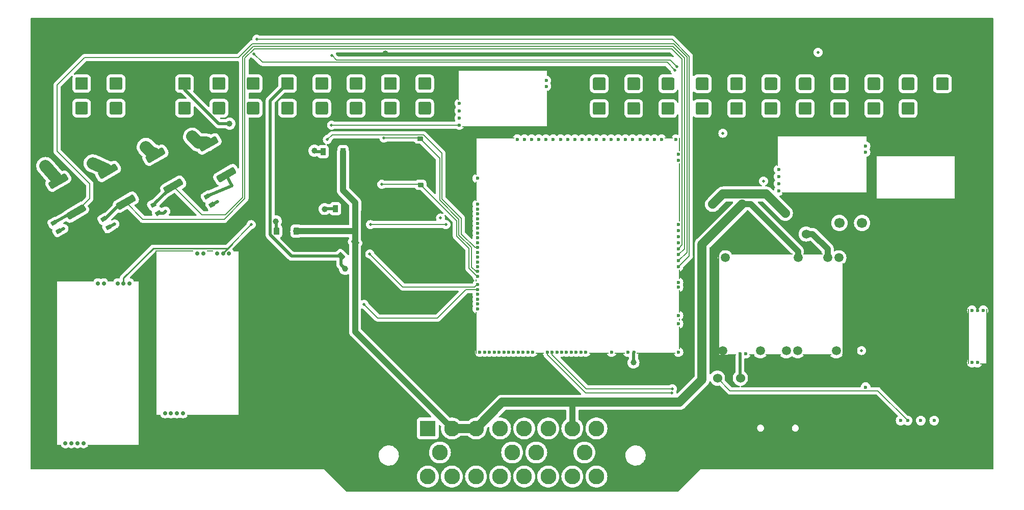
<source format=gbl>
G04 #@! TF.GenerationSoftware,KiCad,Pcbnew,7.0.9-7.0.9~ubuntu22.04.1*
G04 #@! TF.CreationDate,2023-12-31T13:01:49+00:00*
G04 #@! TF.ProjectId,uaeficopiedtovfr,75616566-6963-46f7-9069-6564746f7666,rev?*
G04 #@! TF.SameCoordinates,Original*
G04 #@! TF.FileFunction,Copper,L4,Bot*
G04 #@! TF.FilePolarity,Positive*
%FSLAX46Y46*%
G04 Gerber Fmt 4.6, Leading zero omitted, Abs format (unit mm)*
G04 Created by KiCad (PCBNEW 7.0.9-7.0.9~ubuntu22.04.1) date 2023-12-31 13:01:49*
%MOMM*%
%LPD*%
G01*
G04 APERTURE LIST*
G04 #@! TA.AperFunction,ComponentPad*
%ADD10C,1.524000*%
G04 #@! TD*
G04 #@! TA.AperFunction,ComponentPad*
%ADD11C,5.600000*%
G04 #@! TD*
G04 #@! TA.AperFunction,ComponentPad*
%ADD12C,0.600000*%
G04 #@! TD*
G04 #@! TA.AperFunction,SMDPad,CuDef*
%ADD13O,1.225000X0.200000*%
G04 #@! TD*
G04 #@! TA.AperFunction,SMDPad,CuDef*
%ADD14O,0.200000X9.300000*%
G04 #@! TD*
G04 #@! TA.AperFunction,SMDPad,CuDef*
%ADD15R,0.250000X6.185000*%
G04 #@! TD*
G04 #@! TA.AperFunction,SMDPad,CuDef*
%ADD16R,0.250000X1.115000*%
G04 #@! TD*
G04 #@! TA.AperFunction,SMDPad,CuDef*
%ADD17R,14.275000X0.250000*%
G04 #@! TD*
G04 #@! TA.AperFunction,SMDPad,CuDef*
%ADD18R,15.100000X0.250000*%
G04 #@! TD*
G04 #@! TA.AperFunction,SMDPad,CuDef*
%ADD19R,0.250000X5.175000*%
G04 #@! TD*
G04 #@! TA.AperFunction,ComponentPad*
%ADD20C,0.599999*%
G04 #@! TD*
G04 #@! TA.AperFunction,ComponentPad*
%ADD21C,0.700000*%
G04 #@! TD*
G04 #@! TA.AperFunction,SMDPad,CuDef*
%ADD22R,1.100000X0.250000*%
G04 #@! TD*
G04 #@! TA.AperFunction,SMDPad,CuDef*
%ADD23R,0.980000X0.250000*%
G04 #@! TD*
G04 #@! TA.AperFunction,SMDPad,CuDef*
%ADD24R,6.300000X0.250000*%
G04 #@! TD*
G04 #@! TA.AperFunction,SMDPad,CuDef*
%ADD25R,0.250000X27.600000*%
G04 #@! TD*
G04 #@! TA.AperFunction,SMDPad,CuDef*
%ADD26R,8.750000X0.250000*%
G04 #@! TD*
G04 #@! TA.AperFunction,SMDPad,CuDef*
%ADD27R,0.950000X0.250000*%
G04 #@! TD*
G04 #@! TA.AperFunction,ComponentPad*
%ADD28C,1.500000*%
G04 #@! TD*
G04 #@! TA.AperFunction,SMDPad,CuDef*
%ADD29O,3.300000X0.200000*%
G04 #@! TD*
G04 #@! TA.AperFunction,SMDPad,CuDef*
%ADD30O,10.200000X0.200000*%
G04 #@! TD*
G04 #@! TA.AperFunction,SMDPad,CuDef*
%ADD31O,0.300000X0.200000*%
G04 #@! TD*
G04 #@! TA.AperFunction,SMDPad,CuDef*
%ADD32O,0.200000X17.000000*%
G04 #@! TD*
G04 #@! TA.AperFunction,SMDPad,CuDef*
%ADD33O,0.200000X15.400000*%
G04 #@! TD*
G04 #@! TA.AperFunction,SMDPad,CuDef*
%ADD34O,4.800000X0.200000*%
G04 #@! TD*
G04 #@! TA.AperFunction,SMDPad,CuDef*
%ADD35O,2.600000X0.200000*%
G04 #@! TD*
G04 #@! TA.AperFunction,SMDPad,CuDef*
%ADD36O,1.000000X0.200000*%
G04 #@! TD*
G04 #@! TA.AperFunction,SMDPad,CuDef*
%ADD37O,1.500000X0.200000*%
G04 #@! TD*
G04 #@! TA.AperFunction,ComponentPad*
%ADD38R,2.625000X2.625000*%
G04 #@! TD*
G04 #@! TA.AperFunction,ComponentPad*
%ADD39C,2.625000*%
G04 #@! TD*
G04 #@! TA.AperFunction,ComponentPad*
%ADD40C,1.700000*%
G04 #@! TD*
G04 #@! TA.AperFunction,ComponentPad*
%ADD41O,1.000000X2.100000*%
G04 #@! TD*
G04 #@! TA.AperFunction,ComponentPad*
%ADD42O,1.000000X1.600000*%
G04 #@! TD*
G04 #@! TA.AperFunction,SMDPad,CuDef*
%ADD43R,0.200000X3.700000*%
G04 #@! TD*
G04 #@! TA.AperFunction,SMDPad,CuDef*
%ADD44R,0.200000X0.400000*%
G04 #@! TD*
G04 #@! TA.AperFunction,SMDPad,CuDef*
%ADD45R,0.200000X1.600000*%
G04 #@! TD*
G04 #@! TA.AperFunction,SMDPad,CuDef*
%ADD46R,0.200000X9.700000*%
G04 #@! TD*
G04 #@! TA.AperFunction,SMDPad,CuDef*
%ADD47R,0.200000X2.300000*%
G04 #@! TD*
G04 #@! TA.AperFunction,SMDPad,CuDef*
%ADD48R,1.400000X0.200000*%
G04 #@! TD*
G04 #@! TA.AperFunction,SMDPad,CuDef*
%ADD49R,6.400000X0.200000*%
G04 #@! TD*
G04 #@! TA.AperFunction,SMDPad,CuDef*
%ADD50R,1.700000X0.200000*%
G04 #@! TD*
G04 #@! TA.AperFunction,SMDPad,CuDef*
%ADD51R,3.300000X0.200000*%
G04 #@! TD*
G04 #@! TA.AperFunction,SMDPad,CuDef*
%ADD52R,0.200000X7.000000*%
G04 #@! TD*
G04 #@! TA.AperFunction,SMDPad,CuDef*
%ADD53R,0.200000X3.300000*%
G04 #@! TD*
G04 #@! TA.AperFunction,SMDPad,CuDef*
%ADD54R,0.200000X6.300000*%
G04 #@! TD*
G04 #@! TA.AperFunction,ViaPad*
%ADD55C,0.500000*%
G04 #@! TD*
G04 #@! TA.AperFunction,ViaPad*
%ADD56C,1.000000*%
G04 #@! TD*
G04 #@! TA.AperFunction,ViaPad*
%ADD57C,1.524000*%
G04 #@! TD*
G04 #@! TA.AperFunction,Conductor*
%ADD58C,0.200000*%
G04 #@! TD*
G04 #@! TA.AperFunction,Conductor*
%ADD59C,0.500000*%
G04 #@! TD*
G04 #@! TA.AperFunction,Conductor*
%ADD60C,0.250000*%
G04 #@! TD*
G04 #@! TA.AperFunction,Conductor*
%ADD61C,1.000000*%
G04 #@! TD*
G04 #@! TA.AperFunction,Conductor*
%ADD62C,1.500000*%
G04 #@! TD*
G04 #@! TA.AperFunction,Conductor*
%ADD63C,2.000000*%
G04 #@! TD*
G04 APERTURE END LIST*
D10*
G04 #@! TO.P,R4,1,1*
G04 #@! TO.N,Net-(M1-PG_5VP)*
X118105000Y15275000D03*
G04 #@! TO.P,R4,2,2*
G04 #@! TO.N,/PG_5VP*
X114295000Y15275000D03*
G04 #@! TD*
D11*
G04 #@! TO.P,H2,1,1*
G04 #@! TO.N,GND*
X41350000Y19550000D03*
G04 #@! TD*
D12*
G04 #@! TO.P,M2,E1,V5A*
G04 #@! TO.N,+5VA*
X156575002Y26550000D03*
D13*
G04 #@! TO.P,M2,E2,GND*
G04 #@! TO.N,GND*
X158550002Y17650000D03*
D14*
X155975002Y22200000D03*
X159075002Y22200000D03*
D12*
X157525002Y26550000D03*
G04 #@! TO.P,M2,E3,OUT_KNOCK*
G04 #@! TO.N,/IN_KNOCK*
X158475000Y26550000D03*
G04 #@! TO.P,M2,W1,IN_KNOCK*
G04 #@! TO.N,/IN_KNOCK_RAW*
X157475002Y17850000D03*
G04 #@! TO.P,M2,W2,VREF*
G04 #@! TO.N,/VREF1*
X156575002Y17850000D03*
G04 #@! TD*
G04 #@! TO.P,M3,E1,Thresh_IN*
G04 #@! TO.N,/VR1_THRESHOLD*
X71425000Y59750000D03*
G04 #@! TO.P,M3,E2,OUT_A*
G04 #@! TO.N,/VR1_A*
X71425000Y60950000D03*
G04 #@! TO.P,M3,E3,OUT*
G04 #@! TO.N,/VR1*
X71425000Y58550000D03*
G04 #@! TO.P,M3,E4,V5_IN*
G04 #@! TO.N,+5VA*
X71425000Y57350000D03*
D15*
G04 #@! TO.P,M3,G,GND*
G04 #@! TO.N,GND*
X86075000Y60017500D03*
D16*
X86075000Y66067500D03*
D17*
X79062500Y57050000D03*
D18*
X78650000Y66500000D03*
D19*
X71225000Y64037500D03*
D12*
G04 #@! TO.P,M3,W1,VR-*
G04 #@! TO.N,/CAM{slash}CRANK-*
X85850000Y63810000D03*
G04 #@! TO.P,M3,W2,VR+*
G04 #@! TO.N,/CAM+*
X85850000Y64810000D03*
G04 #@! TD*
D20*
G04 #@! TO.P,M8,V1,V33*
G04 #@! TO.N,+3.3VA*
X138924992Y13775010D03*
G04 #@! TO.P,M8,V2,GND*
G04 #@! TO.N,GND*
X140500006Y8870001D03*
G04 #@! TO.P,M8,V3,GND*
X153204024Y8879064D03*
G04 #@! TO.P,M8,V4,SD_CS*
G04 #@! TO.N,Net-(M6-SPI3_CS_(PA15))*
X144724996Y8200000D03*
G04 #@! TO.P,M8,V5,SD_MOSI*
G04 #@! TO.N,/PG_5VP*
X145900000Y8200000D03*
G04 #@! TO.P,M8,V6,SD_SCK*
G04 #@! TO.N,Net-(M6-SPI3_SCK_(PC10))*
X148074994Y8200000D03*
G04 #@! TO.P,M8,V7,SD_MISO*
G04 #@! TO.N,Net-(M6-SPI3_MISO_(PC11))*
X150299996Y8200000D03*
G04 #@! TD*
D21*
G04 #@! TO.P,M7,E1,LSU_Un*
G04 #@! TO.N,/WBO2_Un*
X6000000Y4450000D03*
G04 #@! TO.P,M7,E2,LSU_Vm*
G04 #@! TO.N,/WBO2_Vm*
X9000000Y4450000D03*
G04 #@! TO.P,M7,E3,LSU_Ip*
G04 #@! TO.N,/WBO2_Ip*
X8000000Y4450000D03*
G04 #@! TO.P,M7,E4,LSU_Rtrim*
G04 #@! TO.N,/WBO2_Rtrim*
X7000000Y4450000D03*
D22*
G04 #@! TO.P,M7,G,GND*
G04 #@! TO.N,GND*
X17850000Y31425000D03*
D23*
X13510000Y31425000D03*
D24*
X7550000Y31425000D03*
D25*
X18275000Y17750000D03*
X4525000Y17750000D03*
D26*
X14025000Y4075000D03*
D27*
X4875000Y4075000D03*
D21*
G04 #@! TO.P,M7,W1,V5_IN*
G04 #@! TO.N,+5VA*
X15650000Y31041200D03*
G04 #@! TO.P,M7,W2,CAN_VIO*
G04 #@! TO.N,unconnected-(M7-CAN_VIO-PadW2)*
X14650000Y31041200D03*
G04 #@! TO.P,M7,W3,CANL*
G04 #@! TO.N,/CAN-*
X11354000Y31041200D03*
G04 #@! TO.P,M7,W4,CANH*
G04 #@! TO.N,/CAN+*
X12370000Y31041200D03*
G04 #@! TO.P,M7,W9,VDDA*
G04 #@! TO.N,unconnected-(M7-VDDA-PadW9)*
X16650000Y31041200D03*
G04 #@! TD*
D28*
G04 #@! TO.P,M1,E1,VBAT*
G04 #@! TO.N,/VBAT*
X134024999Y19800005D03*
G04 #@! TO.P,M1,E2,V12*
G04 #@! TO.N,unconnected-(M1-V12-PadE2)*
X127625002Y19800005D03*
G04 #@! TO.P,M1,E3,VIGN*
G04 #@! TO.N,/VIGN*
X125724999Y19800005D03*
G04 #@! TO.P,M1,E4,V5*
G04 #@! TO.N,+5V*
X121424999Y19800005D03*
D12*
G04 #@! TO.P,M1,E5,EN_5VP*
G04 #@! TO.N,/PWR_EN*
X119025002Y19350006D03*
G04 #@! TO.P,M1,E6,PG_5VP*
G04 #@! TO.N,Net-(M1-PG_5VP)*
X118025001Y19350006D03*
D29*
G04 #@! TO.P,M1,S1,GND*
G04 #@! TO.N,GND*
X130174999Y35950001D03*
D30*
X121675001Y35950001D03*
D31*
X114574999Y35950001D03*
D32*
X114524999Y27550003D03*
D33*
X135124999Y26750002D03*
D28*
X115174999Y19800005D03*
D31*
X135074999Y19150004D03*
D34*
X130875001Y19150004D03*
D35*
X123524999Y19150004D03*
D36*
X120025002Y19150004D03*
D37*
X116725001Y19150004D03*
D28*
G04 #@! TO.P,M1,V1,V12_PERM*
G04 #@! TO.N,+12V_RAW*
X134475001Y35300002D03*
G04 #@! TO.P,M1,V2,IN_VIGN*
G04 #@! TO.N,/IN_VIGN*
X132625002Y35300002D03*
G04 #@! TO.P,M1,V3,V12_RAW*
G04 #@! TO.N,+12V_RAW*
X127674999Y35300002D03*
G04 #@! TO.P,M1,V4,5VP*
G04 #@! TO.N,+5VP*
X115625001Y35300002D03*
G04 #@! TD*
D38*
G04 #@! TO.P,J4,1,1*
G04 #@! TO.N,/WBO_Heater*
X66200000Y6900000D03*
D39*
G04 #@! TO.P,J4,2,2*
G04 #@! TO.N,+12V_RAW*
X70200000Y6900000D03*
G04 #@! TO.P,J4,3,3*
X74200000Y6900000D03*
G04 #@! TO.P,J4,4,4*
G04 #@! TO.N,/OUT_LS3*
X78200000Y6900000D03*
G04 #@! TO.P,J4,5,5*
G04 #@! TO.N,/INTAKEFLAP*
X82200000Y6900000D03*
G04 #@! TO.P,J4,6,6*
G04 #@! TO.N,/OUT_LS2*
X86200000Y6900000D03*
G04 #@! TO.P,J4,7,7*
G04 #@! TO.N,+12V_RAW*
X90200000Y6900000D03*
G04 #@! TO.P,J4,8,8*
G04 #@! TO.N,/CAN-*
X94200000Y6900000D03*
G04 #@! TO.P,J4,9,9*
G04 #@! TO.N,/WBO2_Heater*
X68200000Y2900000D03*
G04 #@! TO.P,J4,10,10*
G04 #@! TO.N,GND*
X72200000Y2900000D03*
G04 #@! TO.P,J4,11,11*
X76200000Y2900000D03*
G04 #@! TO.P,J4,12,12*
G04 #@! TO.N,/IN_FLEX*
X80200000Y2900000D03*
G04 #@! TO.P,J4,13,13*
G04 #@! TO.N,/IN_KNOCK_RAW*
X84200000Y2900000D03*
G04 #@! TO.P,J4,14,14*
G04 #@! TO.N,GND*
X88200000Y2900000D03*
G04 #@! TO.P,J4,15,15*
G04 #@! TO.N,/CAN+*
X92200000Y2900000D03*
G04 #@! TO.P,J4,16,16*
G04 #@! TO.N,/WBO2_Vm*
X66200000Y-1100000D03*
G04 #@! TO.P,J4,17,17*
G04 #@! TO.N,/WBO2_Ip*
X70200000Y-1100000D03*
G04 #@! TO.P,J4,18,18*
G04 #@! TO.N,/WBO2_Un*
X74200000Y-1100000D03*
G04 #@! TO.P,J4,19,19*
G04 #@! TO.N,/WBO2_Rtrim*
X78200000Y-1100000D03*
G04 #@! TO.P,J4,20,20*
G04 #@! TO.N,/WBO_Un*
X82200000Y-1100000D03*
G04 #@! TO.P,J4,21,21*
G04 #@! TO.N,/WBO_Rtrim*
X86200000Y-1100000D03*
G04 #@! TO.P,J4,22,22*
G04 #@! TO.N,/WBO_Ip*
X90200000Y-1100000D03*
G04 #@! TO.P,J4,23,23*
G04 #@! TO.N,/WBO_Vm*
X94200000Y-1100000D03*
G04 #@! TD*
G04 #@! TO.P,U1,A1,A1*
G04 #@! TO.N,unconnected-(U1-PadA1)*
G04 #@! TA.AperFunction,ComponentPad*
G36*
G01*
X64625000Y59375001D02*
X64625000Y60974999D01*
G75*
G02*
X64875001Y61225000I250001J0D01*
G01*
X66474999Y61225000D01*
G75*
G02*
X66725000Y60974999I0J-250001D01*
G01*
X66725000Y59375001D01*
G75*
G02*
X66474999Y59125000I-250001J0D01*
G01*
X64875001Y59125000D01*
G75*
G02*
X64625000Y59375001I0J250001D01*
G01*
G37*
G04 #@! TD.AperFunction*
G04 #@! TO.P,U1,A2,A2*
G04 #@! TO.N,unconnected-(U1-PadA2)*
G04 #@! TA.AperFunction,ComponentPad*
G36*
G01*
X58925000Y59375001D02*
X58925000Y60974999D01*
G75*
G02*
X59175001Y61225000I250001J0D01*
G01*
X60774999Y61225000D01*
G75*
G02*
X61025000Y60974999I0J-250001D01*
G01*
X61025000Y59375001D01*
G75*
G02*
X60774999Y59125000I-250001J0D01*
G01*
X59175001Y59125000D01*
G75*
G02*
X58925000Y59375001I0J250001D01*
G01*
G37*
G04 #@! TD.AperFunction*
G04 #@! TO.P,U1,A3,A3*
G04 #@! TO.N,/INJOUT3*
G04 #@! TA.AperFunction,ComponentPad*
G36*
G01*
X53225000Y59375001D02*
X53225000Y60974999D01*
G75*
G02*
X53475001Y61225000I250001J0D01*
G01*
X55074999Y61225000D01*
G75*
G02*
X55325000Y60974999I0J-250001D01*
G01*
X55325000Y59375001D01*
G75*
G02*
X55074999Y59125000I-250001J0D01*
G01*
X53475001Y59125000D01*
G75*
G02*
X53225000Y59375001I0J250001D01*
G01*
G37*
G04 #@! TD.AperFunction*
G04 #@! TO.P,U1,A4,A4*
G04 #@! TO.N,/INJOUT1*
G04 #@! TA.AperFunction,ComponentPad*
G36*
G01*
X47525000Y59375001D02*
X47525000Y60974999D01*
G75*
G02*
X47775001Y61225000I250001J0D01*
G01*
X49374999Y61225000D01*
G75*
G02*
X49625000Y60974999I0J-250001D01*
G01*
X49625000Y59375001D01*
G75*
G02*
X49374999Y59125000I-250001J0D01*
G01*
X47775001Y59125000D01*
G75*
G02*
X47525000Y59375001I0J250001D01*
G01*
G37*
G04 #@! TD.AperFunction*
G04 #@! TO.P,U1,A5,A5*
G04 #@! TO.N,/FUELPUMP_LS*
G04 #@! TA.AperFunction,ComponentPad*
G36*
G01*
X41825000Y59375001D02*
X41825000Y60974999D01*
G75*
G02*
X42075001Y61225000I250001J0D01*
G01*
X43674999Y61225000D01*
G75*
G02*
X43925000Y60974999I0J-250001D01*
G01*
X43925000Y59375001D01*
G75*
G02*
X43674999Y59125000I-250001J0D01*
G01*
X42075001Y59125000D01*
G75*
G02*
X41825000Y59375001I0J250001D01*
G01*
G37*
G04 #@! TD.AperFunction*
G04 #@! TO.P,U1,A6,A6*
G04 #@! TO.N,unconnected-(U1-PadA6)*
G04 #@! TA.AperFunction,ComponentPad*
G36*
G01*
X36125000Y59375001D02*
X36125000Y60974999D01*
G75*
G02*
X36375001Y61225000I250001J0D01*
G01*
X37974999Y61225000D01*
G75*
G02*
X38225000Y60974999I0J-250001D01*
G01*
X38225000Y59375001D01*
G75*
G02*
X37974999Y59125000I-250001J0D01*
G01*
X36375001Y59125000D01*
G75*
G02*
X36125000Y59375001I0J250001D01*
G01*
G37*
G04 #@! TD.AperFunction*
G04 #@! TO.P,U1,A7,A7*
G04 #@! TO.N,/FILIGHT*
G04 #@! TA.AperFunction,ComponentPad*
G36*
G01*
X30425000Y59375001D02*
X30425000Y60974999D01*
G75*
G02*
X30675001Y61225000I250001J0D01*
G01*
X32274999Y61225000D01*
G75*
G02*
X32525000Y60974999I0J-250001D01*
G01*
X32525000Y59375001D01*
G75*
G02*
X32274999Y59125000I-250001J0D01*
G01*
X30675001Y59125000D01*
G75*
G02*
X30425000Y59375001I0J250001D01*
G01*
G37*
G04 #@! TD.AperFunction*
G04 #@! TO.P,U1,A8,A8*
G04 #@! TO.N,/OUT_LS2*
G04 #@! TA.AperFunction,ComponentPad*
G36*
G01*
X24725000Y59375001D02*
X24725000Y60974999D01*
G75*
G02*
X24975001Y61225000I250001J0D01*
G01*
X26574999Y61225000D01*
G75*
G02*
X26825000Y60974999I0J-250001D01*
G01*
X26825000Y59375001D01*
G75*
G02*
X26574999Y59125000I-250001J0D01*
G01*
X24975001Y59125000D01*
G75*
G02*
X24725000Y59375001I0J250001D01*
G01*
G37*
G04 #@! TD.AperFunction*
G04 #@! TO.P,U1,A9,A9*
G04 #@! TO.N,GND*
G04 #@! TA.AperFunction,ComponentPad*
G36*
G01*
X19025000Y59375001D02*
X19025000Y60974999D01*
G75*
G02*
X19275001Y61225000I250001J0D01*
G01*
X20874999Y61225000D01*
G75*
G02*
X21125000Y60974999I0J-250001D01*
G01*
X21125000Y59375001D01*
G75*
G02*
X20874999Y59125000I-250001J0D01*
G01*
X19275001Y59125000D01*
G75*
G02*
X19025000Y59375001I0J250001D01*
G01*
G37*
G04 #@! TD.AperFunction*
G04 #@! TO.P,U1,A10,A10*
G04 #@! TO.N,/IGNOUT1*
G04 #@! TA.AperFunction,ComponentPad*
G36*
G01*
X13325000Y59375001D02*
X13325000Y60974999D01*
G75*
G02*
X13575001Y61225000I250001J0D01*
G01*
X15174999Y61225000D01*
G75*
G02*
X15425000Y60974999I0J-250001D01*
G01*
X15425000Y59375001D01*
G75*
G02*
X15174999Y59125000I-250001J0D01*
G01*
X13575001Y59125000D01*
G75*
G02*
X13325000Y59375001I0J250001D01*
G01*
G37*
G04 #@! TD.AperFunction*
G04 #@! TO.P,U1,A11,A11*
G04 #@! TO.N,/IGNOUT3*
G04 #@! TA.AperFunction,ComponentPad*
G36*
G01*
X7625000Y59375001D02*
X7625000Y60974999D01*
G75*
G02*
X7875001Y61225000I250001J0D01*
G01*
X9474999Y61225000D01*
G75*
G02*
X9725000Y60974999I0J-250001D01*
G01*
X9725000Y59375001D01*
G75*
G02*
X9474999Y59125000I-250001J0D01*
G01*
X7875001Y59125000D01*
G75*
G02*
X7625000Y59375001I0J250001D01*
G01*
G37*
G04 #@! TD.AperFunction*
G04 #@! TO.P,U1,A12,A12*
G04 #@! TO.N,unconnected-(U1-PadA12)*
G04 #@! TA.AperFunction,ComponentPad*
G36*
G01*
X64625000Y63475001D02*
X64625000Y65074999D01*
G75*
G02*
X64875001Y65325000I250001J0D01*
G01*
X66474999Y65325000D01*
G75*
G02*
X66725000Y65074999I0J-250001D01*
G01*
X66725000Y63475001D01*
G75*
G02*
X66474999Y63225000I-250001J0D01*
G01*
X64875001Y63225000D01*
G75*
G02*
X64625000Y63475001I0J250001D01*
G01*
G37*
G04 #@! TD.AperFunction*
G04 #@! TO.P,U1,A13,A13*
G04 #@! TO.N,unconnected-(U1-PadA13)*
G04 #@! TA.AperFunction,ComponentPad*
G36*
G01*
X58925000Y63475001D02*
X58925000Y65074999D01*
G75*
G02*
X59175001Y65325000I250001J0D01*
G01*
X60774999Y65325000D01*
G75*
G02*
X61025000Y65074999I0J-250001D01*
G01*
X61025000Y63475001D01*
G75*
G02*
X60774999Y63225000I-250001J0D01*
G01*
X59175001Y63225000D01*
G75*
G02*
X58925000Y63475001I0J250001D01*
G01*
G37*
G04 #@! TD.AperFunction*
G04 #@! TO.P,U1,A14,A14*
G04 #@! TO.N,/INJOUT4*
G04 #@! TA.AperFunction,ComponentPad*
G36*
G01*
X53225000Y63475001D02*
X53225000Y65074999D01*
G75*
G02*
X53475001Y65325000I250001J0D01*
G01*
X55074999Y65325000D01*
G75*
G02*
X55325000Y65074999I0J-250001D01*
G01*
X55325000Y63475001D01*
G75*
G02*
X55074999Y63225000I-250001J0D01*
G01*
X53475001Y63225000D01*
G75*
G02*
X53225000Y63475001I0J250001D01*
G01*
G37*
G04 #@! TD.AperFunction*
G04 #@! TO.P,U1,A15,A15*
G04 #@! TO.N,/INJOUT2*
G04 #@! TA.AperFunction,ComponentPad*
G36*
G01*
X47525000Y63475001D02*
X47525000Y65074999D01*
G75*
G02*
X47775001Y65325000I250001J0D01*
G01*
X49374999Y65325000D01*
G75*
G02*
X49625000Y65074999I0J-250001D01*
G01*
X49625000Y63475001D01*
G75*
G02*
X49374999Y63225000I-250001J0D01*
G01*
X47775001Y63225000D01*
G75*
G02*
X47525000Y63475001I0J250001D01*
G01*
G37*
G04 #@! TD.AperFunction*
G04 #@! TO.P,U1,A16,A16*
G04 #@! TO.N,/INTAKEFLAP*
G04 #@! TA.AperFunction,ComponentPad*
G36*
G01*
X41825000Y63475001D02*
X41825000Y65074999D01*
G75*
G02*
X42075001Y65325000I250001J0D01*
G01*
X43674999Y65325000D01*
G75*
G02*
X43925000Y65074999I0J-250001D01*
G01*
X43925000Y63475001D01*
G75*
G02*
X43674999Y63225000I-250001J0D01*
G01*
X42075001Y63225000D01*
G75*
G02*
X41825000Y63475001I0J250001D01*
G01*
G37*
G04 #@! TD.AperFunction*
G04 #@! TO.P,U1,A17,A17*
G04 #@! TO.N,unconnected-(U1-PadA17)*
G04 #@! TA.AperFunction,ComponentPad*
G36*
G01*
X36125000Y63475001D02*
X36125000Y65074999D01*
G75*
G02*
X36375001Y65325000I250001J0D01*
G01*
X37974999Y65325000D01*
G75*
G02*
X38225000Y65074999I0J-250001D01*
G01*
X38225000Y63475001D01*
G75*
G02*
X37974999Y63225000I-250001J0D01*
G01*
X36375001Y63225000D01*
G75*
G02*
X36125000Y63475001I0J250001D01*
G01*
G37*
G04 #@! TD.AperFunction*
G04 #@! TO.P,U1,A18,A18*
G04 #@! TO.N,/OUT_LS_WEAK2*
G04 #@! TA.AperFunction,ComponentPad*
G36*
G01*
X30425000Y63475001D02*
X30425000Y65074999D01*
G75*
G02*
X30675001Y65325000I250001J0D01*
G01*
X32274999Y65325000D01*
G75*
G02*
X32525000Y65074999I0J-250001D01*
G01*
X32525000Y63475001D01*
G75*
G02*
X32274999Y63225000I-250001J0D01*
G01*
X30675001Y63225000D01*
G75*
G02*
X30425000Y63475001I0J250001D01*
G01*
G37*
G04 #@! TD.AperFunction*
G04 #@! TO.P,U1,A19,A19*
G04 #@! TO.N,/OUT_LS3*
G04 #@! TA.AperFunction,ComponentPad*
G36*
G01*
X24725000Y63475001D02*
X24725000Y65074999D01*
G75*
G02*
X24975001Y65325000I250001J0D01*
G01*
X26574999Y65325000D01*
G75*
G02*
X26825000Y65074999I0J-250001D01*
G01*
X26825000Y63475001D01*
G75*
G02*
X26574999Y63225000I-250001J0D01*
G01*
X24975001Y63225000D01*
G75*
G02*
X24725000Y63475001I0J250001D01*
G01*
G37*
G04 #@! TD.AperFunction*
G04 #@! TO.P,U1,A20,A20*
G04 #@! TO.N,GND*
G04 #@! TA.AperFunction,ComponentPad*
G36*
G01*
X19025000Y63475001D02*
X19025000Y65074999D01*
G75*
G02*
X19275001Y65325000I250001J0D01*
G01*
X20874999Y65325000D01*
G75*
G02*
X21125000Y65074999I0J-250001D01*
G01*
X21125000Y63475001D01*
G75*
G02*
X20874999Y63225000I-250001J0D01*
G01*
X19275001Y63225000D01*
G75*
G02*
X19025000Y63475001I0J250001D01*
G01*
G37*
G04 #@! TD.AperFunction*
G04 #@! TO.P,U1,A21,A21*
G04 #@! TO.N,/IGNOUT2*
G04 #@! TA.AperFunction,ComponentPad*
G36*
G01*
X13325000Y63475001D02*
X13325000Y65074999D01*
G75*
G02*
X13575001Y65325000I250001J0D01*
G01*
X15174999Y65325000D01*
G75*
G02*
X15425000Y65074999I0J-250001D01*
G01*
X15425000Y63475001D01*
G75*
G02*
X15174999Y63225000I-250001J0D01*
G01*
X13575001Y63225000D01*
G75*
G02*
X13325000Y63475001I0J250001D01*
G01*
G37*
G04 #@! TD.AperFunction*
G04 #@! TO.P,U1,A22,A22*
G04 #@! TO.N,/IGNOUT4*
G04 #@! TA.AperFunction,ComponentPad*
G36*
G01*
X7625000Y63475001D02*
X7625000Y65074999D01*
G75*
G02*
X7875001Y65325000I250001J0D01*
G01*
X9474999Y65325000D01*
G75*
G02*
X9725000Y65074999I0J-250001D01*
G01*
X9725000Y63475001D01*
G75*
G02*
X9474999Y63225000I-250001J0D01*
G01*
X7875001Y63225000D01*
G75*
G02*
X7625000Y63475001I0J250001D01*
G01*
G37*
G04 #@! TD.AperFunction*
G04 #@! TO.P,U1,B1,B1*
G04 #@! TO.N,GND*
G04 #@! TA.AperFunction,ComponentPad*
G36*
G01*
X150625000Y59325001D02*
X150625000Y60924999D01*
G75*
G02*
X150875001Y61175000I250001J0D01*
G01*
X152474999Y61175000D01*
G75*
G02*
X152725000Y60924999I0J-250001D01*
G01*
X152725000Y59325001D01*
G75*
G02*
X152474999Y59075000I-250001J0D01*
G01*
X150875001Y59075000D01*
G75*
G02*
X150625000Y59325001I0J250001D01*
G01*
G37*
G04 #@! TD.AperFunction*
G04 #@! TO.P,U1,B2,B2*
G04 #@! TO.N,GNDA*
G04 #@! TA.AperFunction,ComponentPad*
G36*
G01*
X144925000Y59325001D02*
X144925000Y60924999D01*
G75*
G02*
X145175001Y61175000I250001J0D01*
G01*
X146774999Y61175000D01*
G75*
G02*
X147025000Y60924999I0J-250001D01*
G01*
X147025000Y59325001D01*
G75*
G02*
X146774999Y59075000I-250001J0D01*
G01*
X145175001Y59075000D01*
G75*
G02*
X144925000Y59325001I0J250001D01*
G01*
G37*
G04 #@! TD.AperFunction*
G04 #@! TO.P,U1,B3,B3*
G04 #@! TO.N,/IN_MAP*
G04 #@! TA.AperFunction,ComponentPad*
G36*
G01*
X139225000Y59325001D02*
X139225000Y60924999D01*
G75*
G02*
X139475001Y61175000I250001J0D01*
G01*
X141074999Y61175000D01*
G75*
G02*
X141325000Y60924999I0J-250001D01*
G01*
X141325000Y59325001D01*
G75*
G02*
X141074999Y59075000I-250001J0D01*
G01*
X139475001Y59075000D01*
G75*
G02*
X139225000Y59325001I0J250001D01*
G01*
G37*
G04 #@! TD.AperFunction*
G04 #@! TO.P,U1,B4,B4*
G04 #@! TO.N,/BARO*
G04 #@! TA.AperFunction,ComponentPad*
G36*
G01*
X133525000Y59325001D02*
X133525000Y60924999D01*
G75*
G02*
X133775001Y61175000I250001J0D01*
G01*
X135374999Y61175000D01*
G75*
G02*
X135625000Y60924999I0J-250001D01*
G01*
X135625000Y59325001D01*
G75*
G02*
X135374999Y59075000I-250001J0D01*
G01*
X133775001Y59075000D01*
G75*
G02*
X133525000Y59325001I0J250001D01*
G01*
G37*
G04 #@! TD.AperFunction*
G04 #@! TO.P,U1,B5,B5*
G04 #@! TO.N,/IAT_SENSOR*
G04 #@! TA.AperFunction,ComponentPad*
G36*
G01*
X127825000Y59325001D02*
X127825000Y60924999D01*
G75*
G02*
X128075001Y61175000I250001J0D01*
G01*
X129674999Y61175000D01*
G75*
G02*
X129925000Y60924999I0J-250001D01*
G01*
X129925000Y59325001D01*
G75*
G02*
X129674999Y59075000I-250001J0D01*
G01*
X128075001Y59075000D01*
G75*
G02*
X127825000Y59325001I0J250001D01*
G01*
G37*
G04 #@! TD.AperFunction*
G04 #@! TO.P,U1,B6,B6*
G04 #@! TO.N,unconnected-(U1-PadB6)*
G04 #@! TA.AperFunction,ComponentPad*
G36*
G01*
X122125000Y59325001D02*
X122125000Y60924999D01*
G75*
G02*
X122375001Y61175000I250001J0D01*
G01*
X123974999Y61175000D01*
G75*
G02*
X124225000Y60924999I0J-250001D01*
G01*
X124225000Y59325001D01*
G75*
G02*
X123974999Y59075000I-250001J0D01*
G01*
X122375001Y59075000D01*
G75*
G02*
X122125000Y59325001I0J250001D01*
G01*
G37*
G04 #@! TD.AperFunction*
G04 #@! TO.P,U1,B7,B7*
G04 #@! TO.N,+5VP*
G04 #@! TA.AperFunction,ComponentPad*
G36*
G01*
X116425000Y59325001D02*
X116425000Y60924999D01*
G75*
G02*
X116675001Y61175000I250001J0D01*
G01*
X118274999Y61175000D01*
G75*
G02*
X118525000Y60924999I0J-250001D01*
G01*
X118525000Y59325001D01*
G75*
G02*
X118274999Y59075000I-250001J0D01*
G01*
X116675001Y59075000D01*
G75*
G02*
X116425000Y59325001I0J250001D01*
G01*
G37*
G04 #@! TD.AperFunction*
G04 #@! TO.P,U1,B8,B8*
G04 #@! TO.N,+12V*
G04 #@! TA.AperFunction,ComponentPad*
G36*
G01*
X110725000Y59325001D02*
X110725000Y60924999D01*
G75*
G02*
X110975001Y61175000I250001J0D01*
G01*
X112574999Y61175000D01*
G75*
G02*
X112825000Y60924999I0J-250001D01*
G01*
X112825000Y59325001D01*
G75*
G02*
X112574999Y59075000I-250001J0D01*
G01*
X110975001Y59075000D01*
G75*
G02*
X110725000Y59325001I0J250001D01*
G01*
G37*
G04 #@! TD.AperFunction*
G04 #@! TO.P,U1,B9,B9*
G04 #@! TO.N,unconnected-(U1-PadB9)*
G04 #@! TA.AperFunction,ComponentPad*
G36*
G01*
X105025000Y59325001D02*
X105025000Y60924999D01*
G75*
G02*
X105275001Y61175000I250001J0D01*
G01*
X106874999Y61175000D01*
G75*
G02*
X107125000Y60924999I0J-250001D01*
G01*
X107125000Y59325001D01*
G75*
G02*
X106874999Y59075000I-250001J0D01*
G01*
X105275001Y59075000D01*
G75*
G02*
X105025000Y59325001I0J250001D01*
G01*
G37*
G04 #@! TD.AperFunction*
G04 #@! TO.P,U1,B10,B10*
G04 #@! TO.N,/IN_BUTTON1*
G04 #@! TA.AperFunction,ComponentPad*
G36*
G01*
X99325000Y59325001D02*
X99325000Y60924999D01*
G75*
G02*
X99575001Y61175000I250001J0D01*
G01*
X101174999Y61175000D01*
G75*
G02*
X101425000Y60924999I0J-250001D01*
G01*
X101425000Y59325001D01*
G75*
G02*
X101174999Y59075000I-250001J0D01*
G01*
X99575001Y59075000D01*
G75*
G02*
X99325000Y59325001I0J250001D01*
G01*
G37*
G04 #@! TD.AperFunction*
G04 #@! TO.P,U1,B11,B11*
G04 #@! TO.N,/CAM+*
G04 #@! TA.AperFunction,ComponentPad*
G36*
G01*
X93625000Y59325001D02*
X93625000Y60924999D01*
G75*
G02*
X93875001Y61175000I250001J0D01*
G01*
X95474999Y61175000D01*
G75*
G02*
X95725000Y60924999I0J-250001D01*
G01*
X95725000Y59325001D01*
G75*
G02*
X95474999Y59075000I-250001J0D01*
G01*
X93875001Y59075000D01*
G75*
G02*
X93625000Y59325001I0J250001D01*
G01*
G37*
G04 #@! TD.AperFunction*
G04 #@! TO.P,U1,B12,B12*
G04 #@! TO.N,/CAM{slash}CRANK-*
G04 #@! TA.AperFunction,ComponentPad*
G36*
G01*
X150625000Y63425001D02*
X150625000Y65024999D01*
G75*
G02*
X150875001Y65275000I250001J0D01*
G01*
X152474999Y65275000D01*
G75*
G02*
X152725000Y65024999I0J-250001D01*
G01*
X152725000Y63425001D01*
G75*
G02*
X152474999Y63175000I-250001J0D01*
G01*
X150875001Y63175000D01*
G75*
G02*
X150625000Y63425001I0J250001D01*
G01*
G37*
G04 #@! TD.AperFunction*
G04 #@! TO.P,U1,B13,B13*
G04 #@! TO.N,unconnected-(U1-PadB13)*
G04 #@! TA.AperFunction,ComponentPad*
G36*
G01*
X144925000Y63425001D02*
X144925000Y65024999D01*
G75*
G02*
X145175001Y65275000I250001J0D01*
G01*
X146774999Y65275000D01*
G75*
G02*
X147025000Y65024999I0J-250001D01*
G01*
X147025000Y63425001D01*
G75*
G02*
X146774999Y63175000I-250001J0D01*
G01*
X145175001Y63175000D01*
G75*
G02*
X144925000Y63425001I0J250001D01*
G01*
G37*
G04 #@! TD.AperFunction*
G04 #@! TO.P,U1,B14,B14*
G04 #@! TO.N,/IN_TPS1*
G04 #@! TA.AperFunction,ComponentPad*
G36*
G01*
X139225000Y63425001D02*
X139225000Y65024999D01*
G75*
G02*
X139475001Y65275000I250001J0D01*
G01*
X141074999Y65275000D01*
G75*
G02*
X141325000Y65024999I0J-250001D01*
G01*
X141325000Y63425001D01*
G75*
G02*
X141074999Y63175000I-250001J0D01*
G01*
X139475001Y63175000D01*
G75*
G02*
X139225000Y63425001I0J250001D01*
G01*
G37*
G04 #@! TD.AperFunction*
G04 #@! TO.P,U1,B15,B15*
G04 #@! TO.N,/CLT*
G04 #@! TA.AperFunction,ComponentPad*
G36*
G01*
X133525000Y63425001D02*
X133525000Y65024999D01*
G75*
G02*
X133775001Y65275000I250001J0D01*
G01*
X135374999Y65275000D01*
G75*
G02*
X135625000Y65024999I0J-250001D01*
G01*
X135625000Y63425001D01*
G75*
G02*
X135374999Y63175000I-250001J0D01*
G01*
X133775001Y63175000D01*
G75*
G02*
X133525000Y63425001I0J250001D01*
G01*
G37*
G04 #@! TD.AperFunction*
G04 #@! TO.P,U1,B16,B16*
G04 #@! TO.N,unconnected-(U1-PadB16)*
G04 #@! TA.AperFunction,ComponentPad*
G36*
G01*
X127825000Y63425001D02*
X127825000Y65024999D01*
G75*
G02*
X128075001Y65275000I250001J0D01*
G01*
X129674999Y65275000D01*
G75*
G02*
X129925000Y65024999I0J-250001D01*
G01*
X129925000Y63425001D01*
G75*
G02*
X129674999Y63175000I-250001J0D01*
G01*
X128075001Y63175000D01*
G75*
G02*
X127825000Y63425001I0J250001D01*
G01*
G37*
G04 #@! TD.AperFunction*
G04 #@! TO.P,U1,B17,B17*
G04 #@! TO.N,/IN_HALL1*
G04 #@! TA.AperFunction,ComponentPad*
G36*
G01*
X122125000Y63425001D02*
X122125000Y65024999D01*
G75*
G02*
X122375001Y65275000I250001J0D01*
G01*
X123974999Y65275000D01*
G75*
G02*
X124225000Y65024999I0J-250001D01*
G01*
X124225000Y63425001D01*
G75*
G02*
X123974999Y63175000I-250001J0D01*
G01*
X122375001Y63175000D01*
G75*
G02*
X122125000Y63425001I0J250001D01*
G01*
G37*
G04 #@! TD.AperFunction*
G04 #@! TO.P,U1,B18,B18*
G04 #@! TO.N,unconnected-(U1-PadB18)*
G04 #@! TA.AperFunction,ComponentPad*
G36*
G01*
X116425000Y63425001D02*
X116425000Y65024999D01*
G75*
G02*
X116675001Y65275000I250001J0D01*
G01*
X118274999Y65275000D01*
G75*
G02*
X118525000Y65024999I0J-250001D01*
G01*
X118525000Y63425001D01*
G75*
G02*
X118274999Y63175000I-250001J0D01*
G01*
X116675001Y63175000D01*
G75*
G02*
X116425000Y63425001I0J250001D01*
G01*
G37*
G04 #@! TD.AperFunction*
G04 #@! TO.P,U1,B19,B19*
G04 #@! TO.N,unconnected-(U1-PadB19)*
G04 #@! TA.AperFunction,ComponentPad*
G36*
G01*
X110725000Y63425001D02*
X110725000Y65024999D01*
G75*
G02*
X110975001Y65275000I250001J0D01*
G01*
X112574999Y65275000D01*
G75*
G02*
X112825000Y65024999I0J-250001D01*
G01*
X112825000Y63425001D01*
G75*
G02*
X112574999Y63175000I-250001J0D01*
G01*
X110975001Y63175000D01*
G75*
G02*
X110725000Y63425001I0J250001D01*
G01*
G37*
G04 #@! TD.AperFunction*
G04 #@! TO.P,U1,B20,B20*
G04 #@! TO.N,unconnected-(U1-PadB20)*
G04 #@! TA.AperFunction,ComponentPad*
G36*
G01*
X105025000Y63425001D02*
X105025000Y65024999D01*
G75*
G02*
X105275001Y65275000I250001J0D01*
G01*
X106874999Y65275000D01*
G75*
G02*
X107125000Y65024999I0J-250001D01*
G01*
X107125000Y63425001D01*
G75*
G02*
X106874999Y63175000I-250001J0D01*
G01*
X105275001Y63175000D01*
G75*
G02*
X105025000Y63425001I0J250001D01*
G01*
G37*
G04 #@! TD.AperFunction*
G04 #@! TO.P,U1,B21,B21*
G04 #@! TO.N,/IN_BUTTON2*
G04 #@! TA.AperFunction,ComponentPad*
G36*
G01*
X99325000Y63425001D02*
X99325000Y65024999D01*
G75*
G02*
X99575001Y65275000I250001J0D01*
G01*
X101174999Y65275000D01*
G75*
G02*
X101425000Y65024999I0J-250001D01*
G01*
X101425000Y63425001D01*
G75*
G02*
X101174999Y63175000I-250001J0D01*
G01*
X99575001Y63175000D01*
G75*
G02*
X99325000Y63425001I0J250001D01*
G01*
G37*
G04 #@! TD.AperFunction*
G04 #@! TO.P,U1,B22,B22*
G04 #@! TO.N,/CRANK+*
G04 #@! TA.AperFunction,ComponentPad*
G36*
G01*
X93625000Y63425001D02*
X93625000Y65024999D01*
G75*
G02*
X93875001Y65275000I250001J0D01*
G01*
X95474999Y65275000D01*
G75*
G02*
X95725000Y65024999I0J-250001D01*
G01*
X95725000Y63425001D01*
G75*
G02*
X95474999Y63175000I-250001J0D01*
G01*
X93875001Y63175000D01*
G75*
G02*
X93625000Y63425001I0J250001D01*
G01*
G37*
G04 #@! TD.AperFunction*
G04 #@! TD*
D12*
G04 #@! TO.P,M4,E1,NC*
G04 #@! TO.N,unconnected-(M4-NC-PadE1)*
X124475000Y48800000D03*
G04 #@! TO.P,M4,E2,NC*
G04 #@! TO.N,unconnected-(M4-NC-PadE2)*
X124475000Y50000000D03*
G04 #@! TO.P,M4,E3,OUT*
G04 #@! TO.N,/VR2*
X124475000Y47600000D03*
G04 #@! TO.P,M4,E4,V5_IN*
G04 #@! TO.N,+5VA*
X124475000Y46400000D03*
D15*
G04 #@! TO.P,M4,G,GND*
G04 #@! TO.N,GND*
X139125000Y49067500D03*
D16*
X139125000Y55117500D03*
D17*
X132112500Y46100000D03*
D18*
X131700000Y55550000D03*
D19*
X124275000Y53087500D03*
D12*
G04 #@! TO.P,M4,W1,VR-*
G04 #@! TO.N,/CAM{slash}CRANK-*
X138900000Y52860000D03*
G04 #@! TO.P,M4,W2,VR+*
G04 #@! TO.N,/CRANK+*
X138900000Y53860000D03*
G04 #@! TD*
D40*
G04 #@! TO.P,P3,1,Pin_1*
G04 #@! TO.N,Net-(M6-UART2_RX_(PD6))*
X134550000Y41075000D03*
G04 #@! TD*
D41*
G04 #@! TO.P,J9,S1,SHIELD*
G04 #@! TO.N,GND*
X120030000Y7455000D03*
D42*
X120030000Y3275000D03*
D41*
X128670000Y7455000D03*
D42*
X128670000Y3275000D03*
G04 #@! TD*
D11*
G04 #@! TO.P,H1,1,1*
G04 #@! TO.N,GND*
X146050000Y19550000D03*
G04 #@! TD*
D40*
G04 #@! TO.P,P4,1,Pin_1*
G04 #@! TO.N,Net-(M6-UART2_TX_(PD5))*
X138330000Y41075000D03*
G04 #@! TD*
D10*
G04 #@! TO.P,F2,1,1*
G04 #@! TO.N,+12V*
X113500000Y44175000D03*
G04 #@! TO.P,F2,2,2*
G04 #@! TO.N,+12V_RAW*
X118400000Y44175000D03*
G04 #@! TD*
D12*
G04 #@! TO.P,M6,E1,V5A_SWITCHABLE*
G04 #@! TO.N,+5VA*
X74425005Y48500005D03*
G04 #@! TO.P,M6,E2,GNDA*
G04 #@! TO.N,unconnected-(M6-GNDA-PadE2)*
X74424995Y44200005D03*
G04 #@! TO.P,M6,E3,I2C_SCL_(PB10)*
G04 #@! TO.N,unconnected-(M6-I2C_SCL_(PB10)-PadE3)*
X74424995Y43400015D03*
G04 #@! TO.P,M6,E4,I2C_SDA_(PB11)*
G04 #@! TO.N,unconnected-(M6-I2C_SDA_(PB11)-PadE4)*
X74424995Y42600005D03*
G04 #@! TO.P,M6,E5,IN_VIGN_(PA5)*
G04 #@! TO.N,/VIGN*
X74424995Y41800005D03*
G04 #@! TO.P,M6,E6,SPI2_CS_/_CAN2_RX_(PB12)*
G04 #@! TO.N,unconnected-(M6-SPI2_CS_{slash}_CAN2_RX_(PB12)-PadE6)*
X74424995Y41000005D03*
G04 #@! TO.P,M6,E7,SPI2_SCK_/_CAN2_TX_(PB13)*
G04 #@! TO.N,unconnected-(M6-SPI2_SCK_{slash}_CAN2_TX_(PB13)-PadE7)*
X74424995Y40200005D03*
G04 #@! TO.P,M6,E8,SPI2_MISO_(PB14)*
G04 #@! TO.N,/DC1_DIS*
X74424995Y39400005D03*
G04 #@! TO.P,M6,E9,SPI2_MOSI_(PB15)*
G04 #@! TO.N,/DC2_DIR*
X74424995Y38600005D03*
G04 #@! TO.P,M6,E10,OUT_INJ8_(PD12)*
G04 #@! TO.N,/LS2*
X74424995Y37800005D03*
G04 #@! TO.P,M6,E11,OUT_INJ7_(PD15)*
G04 #@! TO.N,/LS1*
X74424995Y37000005D03*
G04 #@! TO.P,M6,E12,OUT_INJ6_(PA8)*
G04 #@! TO.N,/INJ6*
X74424995Y36200005D03*
G04 #@! TO.P,M6,E13,OUT_INJ5_(PD2)*
G04 #@! TO.N,/INJ5*
X74424995Y35400005D03*
G04 #@! TO.P,M6,E14,OUT_INJ4_(PD10)*
G04 #@! TO.N,/INJ4*
X74424995Y34600005D03*
G04 #@! TO.P,M6,E15,OUT_INJ3_(PD11)*
G04 #@! TO.N,/INJ3*
X74424995Y33800005D03*
G04 #@! TO.P,M6,E16,OUT_INJ2_(PA9)*
G04 #@! TO.N,/INJ2*
X74425005Y33000015D03*
G04 #@! TO.P,M6,E17,OUT_INJ1_(PD3)*
G04 #@! TO.N,/INJ1*
X74424995Y32200005D03*
G04 #@! TO.P,M6,E18,OUT_PWM1_(PD13)*
G04 #@! TO.N,/LS3*
X74424995Y30800005D03*
G04 #@! TO.P,M6,E19,OUT_PWM2_(PC6)*
G04 #@! TO.N,/LS4*
X74424995Y30000015D03*
G04 #@! TO.P,M6,E20,OUT_PWM3_(PC7)*
G04 #@! TO.N,/DC1_PWM*
X74424995Y29200015D03*
G04 #@! TO.P,M6,E21,OUT_PWM4_(PC8)*
G04 #@! TO.N,/DC1_DIR*
X74424995Y28400015D03*
G04 #@! TO.P,M6,E22,OUT_PWM5_(PC9)*
G04 #@! TO.N,/DC2_PWM*
X74424995Y27600015D03*
G04 #@! TO.P,M6,E23,OUT_PWM6_(PD14)*
G04 #@! TO.N,/VR1_THRESHOLD*
X74424995Y26800005D03*
D43*
G04 #@! TO.P,M6,G,GND*
G04 #@! TO.N,GND*
X108025005Y21950015D03*
D44*
X108025005Y25000005D03*
D43*
X108025005Y28050015D03*
D45*
X108025005Y32500005D03*
D46*
X108025005Y46150005D03*
D47*
X108025005Y54150005D03*
D48*
X106224995Y55200015D03*
D49*
X104125005Y19400015D03*
D50*
X98075005Y19400015D03*
D51*
X94575005Y19400015D03*
D48*
X84825005Y19400015D03*
D49*
X77325005Y55200015D03*
D52*
X74224995Y22799995D03*
D44*
X74224995Y31500015D03*
D53*
X74224995Y46350015D03*
D54*
X74224995Y52150015D03*
D12*
G04 #@! TO.P,M6,N1,VBUS*
G04 #@! TO.N,/VBUS*
X74824995Y19600005D03*
G04 #@! TO.P,M6,N2,USBM_(PA11)*
G04 #@! TO.N,/USB-*
X75624995Y19600005D03*
G04 #@! TO.P,M6,N3,USBP_(PA12)*
G04 #@! TO.N,/USB+*
X76424995Y19600005D03*
G04 #@! TO.P,M6,N4,USBID_(PA10)*
G04 #@! TO.N,/DC2_DIS*
X77225005Y19600005D03*
G04 #@! TO.P,M6,N5,SWDIO_(PA13)*
G04 #@! TO.N,unconnected-(M6-SWDIO_(PA13)-PadN5)*
X78024995Y19600005D03*
G04 #@! TO.P,M6,N6,SWCLK_(PA14)*
G04 #@! TO.N,unconnected-(M6-SWCLK_(PA14)-PadN6)*
X78824995Y19600005D03*
G04 #@! TO.P,M6,N7,nReset*
G04 #@! TO.N,unconnected-(M6-nReset-PadN7)*
X79624995Y19600005D03*
G04 #@! TO.P,M6,N8,SWO_(PB3)*
G04 #@! TO.N,unconnected-(M6-SWO_(PB3)-PadN8)*
X80425005Y19600005D03*
G04 #@! TO.P,M6,N9,SPI3_CS_(PA15)*
G04 #@! TO.N,Net-(M6-SPI3_CS_(PA15))*
X81224995Y19600015D03*
G04 #@! TO.P,M6,N10,SPI3_SCK_(PC10)*
G04 #@! TO.N,Net-(M6-SPI3_SCK_(PC10))*
X82024995Y19600015D03*
G04 #@! TO.P,M6,N11,SPI3_MISO_(PC11)*
G04 #@! TO.N,Net-(M6-SPI3_MISO_(PC11))*
X82824995Y19600015D03*
G04 #@! TO.P,M6,N12,SPI3_MOSI_(PC12)*
G04 #@! TO.N,/PG_5VP*
X83624995Y19600015D03*
G04 #@! TO.P,M6,N13,UART2_TX_(PD5)*
G04 #@! TO.N,Net-(M6-UART2_TX_(PD5))*
X86025005Y19600015D03*
G04 #@! TO.P,M6,N14,UART2_RX_(PD6)*
G04 #@! TO.N,Net-(M6-UART2_RX_(PD6))*
X86825005Y19600015D03*
G04 #@! TO.P,M6,N14a,LED_GREEN*
G04 #@! TO.N,Net-(M6-LED_GREEN)*
X87624995Y19600005D03*
G04 #@! TO.P,M6,N14b,LED_YELLOW*
G04 #@! TO.N,Net-(M6-LED_YELLOW)*
X88425005Y19600005D03*
G04 #@! TO.P,M6,N15,V33_SWITCHABLE*
G04 #@! TO.N,+3.3VA*
X89225005Y19600005D03*
G04 #@! TO.P,M6,N16,BOOT0*
G04 #@! TO.N,unconnected-(M6-BOOT0-PadN16)*
X90025005Y19600005D03*
G04 #@! TO.P,M6,N17,VBAT*
G04 #@! TO.N,/VBAT*
X90825005Y19600005D03*
G04 #@! TO.P,M6,N18,UART8_RX_(PE0)*
G04 #@! TO.N,/VR1*
X91625005Y19600015D03*
G04 #@! TO.P,M6,N19,UART8_TX_(PE1)*
G04 #@! TO.N,/VR2*
X92425005Y19600015D03*
G04 #@! TO.P,M6,N20,OUT_PWR_EN_(PE10)*
G04 #@! TO.N,/PWR_EN*
X96725005Y19600015D03*
G04 #@! TO.P,M6,N21,V33*
G04 #@! TO.N,+3.3V*
X99425005Y19600015D03*
G04 #@! TO.P,M6,N22,VCC*
G04 #@! TO.N,+5V*
X100424995Y19600015D03*
G04 #@! TO.P,M6,N23,V33*
G04 #@! TO.N,unconnected-(M6-V33-PadN23)*
X107825005Y19600015D03*
G04 #@! TO.P,M6,S1,IN_D4_(PE15)*
G04 #@! TO.N,/IN_BUTTON3*
X81024985Y55000015D03*
G04 #@! TO.P,M6,S2,IN_D3_(PE14)*
G04 #@! TO.N,/IN_HALL3*
X82224995Y55000015D03*
G04 #@! TO.P,M6,S3,IN_D2_(PE13)*
G04 #@! TO.N,/IN_HALL2*
X83424995Y55000015D03*
G04 #@! TO.P,M6,S4,IN_D1_(PE12)*
G04 #@! TO.N,/IN_HALL1*
X84624995Y55000015D03*
G04 #@! TO.P,M6,S5,VREF2*
G04 #@! TO.N,unconnected-(M6-VREF2-PadS5)*
X85824995Y55000015D03*
G04 #@! TO.P,M6,S6,IN_AUX4_(PA7)*
G04 #@! TO.N,/IN_VMAIN*
X87024995Y55000015D03*
G04 #@! TO.P,M6,S7,IN_AUX3_(PC5)*
G04 #@! TO.N,/BARO*
X88224995Y55000015D03*
G04 #@! TO.P,M6,S8,IN_AUX2_(PC4/PE9)*
G04 #@! TO.N,/IN_PPS2*
X89424995Y55000015D03*
G04 #@! TO.P,M6,S9,IN_AUX1_(PB0)*
G04 #@! TO.N,/IN_TPS2*
X90624995Y55000015D03*
G04 #@! TO.P,M6,S10,IN_O2S2_(PA1)*
G04 #@! TO.N,/IN_AUX2*
X91824995Y55000015D03*
G04 #@! TO.P,M6,S11,IN_O2S_/_CAN_WAKEUP_(PA0)*
G04 #@! TO.N,/IN_AUX1*
X93024995Y55000015D03*
G04 #@! TO.P,M6,S12,IN_MAP2_(PC1)*
G04 #@! TO.N,/INTERNAL_MAP*
X94224995Y55000015D03*
G04 #@! TO.P,M6,S13,IN_MAP1_(PC0)*
G04 #@! TO.N,/IN_MAP*
X95424995Y55000015D03*
G04 #@! TO.P,M6,S14,IN_CRANK_(PB1)*
G04 #@! TO.N,/IN_BUTTON1*
X96624995Y55000015D03*
G04 #@! TO.P,M6,S15,IN_KNOCK_(PA2)*
G04 #@! TO.N,/ADC3*
X97824995Y55000015D03*
G04 #@! TO.P,M6,S16,IN_CAM_(PA6)*
G04 #@! TO.N,/IN_BUTTON2*
X99024995Y55000015D03*
G04 #@! TO.P,M6,S17,IN_VSS_(PE11)*
G04 #@! TO.N,/IN_FLEX*
X100224995Y55000015D03*
G04 #@! TO.P,M6,S18,IN_TPS_(PA4)*
G04 #@! TO.N,/IN_TPS1*
X101425005Y55000015D03*
G04 #@! TO.P,M6,S19,IN_PPS_(PA3)*
G04 #@! TO.N,/IN_PPS1*
X102625005Y55000015D03*
G04 #@! TO.P,M6,S20,IN_IAT_(PC3)*
G04 #@! TO.N,/IAT_SENSOR*
X103825005Y55000015D03*
G04 #@! TO.P,M6,S21,IN_CLT_(PC2)*
G04 #@! TO.N,/CLT*
X105025005Y55000015D03*
G04 #@! TO.P,M6,S22,VREF1*
G04 #@! TO.N,/VREF1*
X107425005Y55000015D03*
G04 #@! TO.P,M6,W1,GNDA*
G04 #@! TO.N,GNDA*
X107825005Y52500005D03*
G04 #@! TO.P,M6,W2,V5A_SWITCHABLE*
G04 #@! TO.N,+5VA*
X107825005Y51500005D03*
G04 #@! TO.P,M6,W3,IGN8_(PE6)*
G04 #@! TO.N,/LS_WEAK2*
X107825005Y40800015D03*
G04 #@! TO.P,M6,W4,IGN7_(PB9)*
G04 #@! TO.N,/LS_WEAK1*
X107825005Y39800005D03*
G04 #@! TO.P,M6,W5,IGN6_(PB8)*
G04 #@! TO.N,unconnected-(M6-IGN6_(PB8)-PadW5)*
X107825005Y38800015D03*
G04 #@! TO.P,M6,W6,IGN5_(PE2)*
G04 #@! TO.N,unconnected-(M6-IGN5_(PE2)-PadW6)*
X107825005Y37800015D03*
G04 #@! TO.P,M6,W7,IGN4_(PE3)*
G04 #@! TO.N,/IGN4*
X107825005Y36800015D03*
G04 #@! TO.P,M6,W8,IGN3_(PE4)*
G04 #@! TO.N,/IGN3*
X107825005Y35800015D03*
G04 #@! TO.P,M6,W9,IGN2_(PE5)*
G04 #@! TO.N,/IGN2*
X107825005Y34800015D03*
G04 #@! TO.P,M6,W10,IGN1_(PC13)*
G04 #@! TO.N,/IGN1*
X107825005Y33800015D03*
G04 #@! TO.P,M6,W11,CANH*
G04 #@! TO.N,/CAN+*
X107825005Y31200015D03*
G04 #@! TO.P,M6,W12,CANL*
G04 #@! TO.N,/CAN-*
X107825005Y30400015D03*
G04 #@! TO.P,M6,W13,V33_REF*
G04 #@! TO.N,unconnected-(M6-V33_REF-PadW13)*
X107825005Y25700005D03*
G04 #@! TO.P,M6,W14,V5A_SWITCHABLE*
G04 #@! TO.N,unconnected-(M6-V5A_SWITCHABLE-PadW14)*
X107825005Y24300015D03*
G04 #@! TD*
D10*
G04 #@! TO.P,F1,1,1*
G04 #@! TO.N,+12V*
X125567588Y42707412D03*
G04 #@! TO.P,F1,2,2*
G04 #@! TO.N,/IN_VIGN*
X129032412Y39242588D03*
G04 #@! TD*
D21*
G04 #@! TO.P,M5,E1,LSU_Un*
G04 #@! TO.N,/WBO_Un*
X22525000Y9425000D03*
G04 #@! TO.P,M5,E2,LSU_Vm*
G04 #@! TO.N,/WBO_Vm*
X25525000Y9425000D03*
G04 #@! TO.P,M5,E3,LSU_Ip*
G04 #@! TO.N,/WBO_Ip*
X24525000Y9425000D03*
G04 #@! TO.P,M5,E4,LSU_Rtrim*
G04 #@! TO.N,/WBO_Rtrim*
X23525000Y9425000D03*
D22*
G04 #@! TO.P,M5,G,GND*
G04 #@! TO.N,GND*
X34375000Y36400000D03*
D23*
X30035000Y36400000D03*
D24*
X24075000Y36400000D03*
D25*
X34800000Y22725000D03*
X21050000Y22725000D03*
D26*
X30550000Y9050000D03*
D27*
X21400000Y9050000D03*
D21*
G04 #@! TO.P,M5,W1,V5_IN*
G04 #@! TO.N,+5VA*
X32175000Y36016200D03*
G04 #@! TO.P,M5,W2,CAN_VIO*
G04 #@! TO.N,unconnected-(M5-CAN_VIO-PadW2)*
X31175000Y36016200D03*
G04 #@! TO.P,M5,W3,CANL*
G04 #@! TO.N,/CAN-*
X27879000Y36016200D03*
G04 #@! TO.P,M5,W4,CANH*
G04 #@! TO.N,/CAN+*
X28895000Y36016200D03*
G04 #@! TO.P,M5,W9,VDDA*
G04 #@! TO.N,unconnected-(M5-VDDA-PadW9)*
X33175000Y36016200D03*
G04 #@! TD*
G04 #@! TO.P,R14,1*
G04 #@! TO.N,/IGN3*
G04 #@! TA.AperFunction,SMDPad,CuDef*
G36*
G01*
X25446586Y47392646D02*
X22978414Y45967646D01*
G75*
G02*
X22636908Y46059152I-125000J216506D01*
G01*
X22274408Y46687020D01*
G75*
G02*
X22365914Y47028526I216506J125000D01*
G01*
X24834086Y48453526D01*
G75*
G02*
X25175592Y48362020I125000J-216506D01*
G01*
X25538092Y47734152D01*
G75*
G02*
X25446586Y47392646I-216506J-125000D01*
G01*
G37*
G04 #@! TD.AperFunction*
G04 #@! TO.P,R14,2*
G04 #@! TO.N,/IGNOUT3*
G04 #@! TA.AperFunction,SMDPad,CuDef*
G36*
G01*
X22484086Y52523846D02*
X20015914Y51098846D01*
G75*
G02*
X19674408Y51190352I-125000J216506D01*
G01*
X19311908Y51818220D01*
G75*
G02*
X19403414Y52159726I216506J125000D01*
G01*
X21871586Y53584726D01*
G75*
G02*
X22213092Y53493220I125000J-216506D01*
G01*
X22575592Y52865352D01*
G75*
G02*
X22484086Y52523846I-216506J-125000D01*
G01*
G37*
G04 #@! TD.AperFunction*
G04 #@! TD*
G04 #@! TO.P,R12,1*
G04 #@! TO.N,/IGN1*
G04 #@! TA.AperFunction,SMDPad,CuDef*
G36*
G01*
X34254775Y49279553D02*
X31786603Y47854553D01*
G75*
G02*
X31445097Y47946059I-125000J216506D01*
G01*
X31082597Y48573927D01*
G75*
G02*
X31174103Y48915433I216506J125000D01*
G01*
X33642275Y50340433D01*
G75*
G02*
X33983781Y50248927I125000J-216506D01*
G01*
X34346281Y49621059D01*
G75*
G02*
X34254775Y49279553I-216506J-125000D01*
G01*
G37*
G04 #@! TD.AperFunction*
G04 #@! TO.P,R12,2*
G04 #@! TO.N,/IGNOUT1*
G04 #@! TA.AperFunction,SMDPad,CuDef*
G36*
G01*
X31292275Y54410753D02*
X28824103Y52985753D01*
G75*
G02*
X28482597Y53077259I-125000J216506D01*
G01*
X28120097Y53705127D01*
G75*
G02*
X28211603Y54046633I216506J125000D01*
G01*
X30679775Y55471633D01*
G75*
G02*
X31021281Y55380127I125000J-216506D01*
G01*
X31383781Y54752259D01*
G75*
G02*
X31292275Y54410753I-216506J-125000D01*
G01*
G37*
G04 #@! TD.AperFunction*
G04 #@! TD*
G04 #@! TO.P,R15,1*
G04 #@! TO.N,Net-(Q4-G)*
G04 #@! TA.AperFunction,SMDPad,CuDef*
G36*
G01*
X13662750Y40249071D02*
X12987250Y39859071D01*
G75*
G02*
X12891628Y39884693I-35000J60622D01*
G01*
X12611628Y40369667D01*
G75*
G02*
X12637250Y40465289I60622J35000D01*
G01*
X13312750Y40855289D01*
G75*
G02*
X13408372Y40829667I35000J-60622D01*
G01*
X13688372Y40344693D01*
G75*
G02*
X13662750Y40249071I-60622J-35000D01*
G01*
G37*
G04 #@! TD.AperFunction*
G04 #@! TO.P,R15,2*
G04 #@! TO.N,/IGN4*
G04 #@! TA.AperFunction,SMDPad,CuDef*
G36*
G01*
X12862750Y41634711D02*
X12187250Y41244711D01*
G75*
G02*
X12091628Y41270333I-35000J60622D01*
G01*
X11811628Y41755307D01*
G75*
G02*
X11837250Y41850929I60622J35000D01*
G01*
X12512750Y42240929D01*
G75*
G02*
X12608372Y42215307I35000J-60622D01*
G01*
X12888372Y41730333D01*
G75*
G02*
X12862750Y41634711I-60622J-35000D01*
G01*
G37*
G04 #@! TD.AperFunction*
G04 #@! TD*
G04 #@! TO.P,D2,1,K*
G04 #@! TO.N,+12V_RAW*
G04 #@! TA.AperFunction,SMDPad,CuDef*
G36*
G01*
X52545000Y53435000D02*
X52545000Y52415000D01*
G75*
G02*
X52455000Y52325000I-90000J0D01*
G01*
X51735000Y52325000D01*
G75*
G02*
X51645000Y52415000I0J90000D01*
G01*
X51645000Y53435000D01*
G75*
G02*
X51735000Y53525000I90000J0D01*
G01*
X52455000Y53525000D01*
G75*
G02*
X52545000Y53435000I0J-90000D01*
G01*
G37*
G04 #@! TD.AperFunction*
G04 #@! TO.P,D2,2,A*
G04 #@! TO.N,/FUELPUMP_LS*
G04 #@! TA.AperFunction,SMDPad,CuDef*
G36*
G01*
X49245000Y53435000D02*
X49245000Y52415000D01*
G75*
G02*
X49155000Y52325000I-90000J0D01*
G01*
X48435000Y52325000D01*
G75*
G02*
X48345000Y52415000I0J90000D01*
G01*
X48345000Y53435000D01*
G75*
G02*
X48435000Y53525000I90000J0D01*
G01*
X49155000Y53525000D01*
G75*
G02*
X49245000Y53435000I0J-90000D01*
G01*
G37*
G04 #@! TD.AperFunction*
G04 #@! TD*
G04 #@! TO.P,D5,1,K*
G04 #@! TO.N,+12V_RAW*
G04 #@! TA.AperFunction,SMDPad,CuDef*
G36*
G01*
X54062168Y38558417D02*
X54783417Y37837168D01*
G75*
G02*
X54783417Y37709888I-63640J-63640D01*
G01*
X54274300Y37200771D01*
G75*
G02*
X54147020Y37200771I-63640J63640D01*
G01*
X53425771Y37922020D01*
G75*
G02*
X53425771Y38049300I63640J63640D01*
G01*
X53934888Y38558417D01*
G75*
G02*
X54062168Y38558417I63640J-63640D01*
G01*
G37*
G04 #@! TD.AperFunction*
G04 #@! TO.P,D5,2,A*
G04 #@! TO.N,/INTAKEFLAP*
G04 #@! TA.AperFunction,SMDPad,CuDef*
G36*
G01*
X51728716Y36224965D02*
X52449965Y35503716D01*
G75*
G02*
X52449965Y35376436I-63640J-63640D01*
G01*
X51940848Y34867319D01*
G75*
G02*
X51813568Y34867319I-63640J63640D01*
G01*
X51092319Y35588568D01*
G75*
G02*
X51092319Y35715848I63640J63640D01*
G01*
X51601436Y36224965D01*
G75*
G02*
X51728716Y36224965I63640J-63640D01*
G01*
G37*
G04 #@! TD.AperFunction*
G04 #@! TD*
G04 #@! TO.P,R30,1*
G04 #@! TO.N,GND*
G04 #@! TA.AperFunction,SMDPad,CuDef*
G36*
G01*
X65290000Y53150000D02*
X64510000Y53150000D01*
G75*
G02*
X64440000Y53220000I0J70000D01*
G01*
X64440000Y53780000D01*
G75*
G02*
X64510000Y53850000I70000J0D01*
G01*
X65290000Y53850000D01*
G75*
G02*
X65360000Y53780000I0J-70000D01*
G01*
X65360000Y53220000D01*
G75*
G02*
X65290000Y53150000I-70000J0D01*
G01*
G37*
G04 #@! TD.AperFunction*
G04 #@! TO.P,R30,2*
G04 #@! TO.N,/INJ2*
G04 #@! TA.AperFunction,SMDPad,CuDef*
G36*
G01*
X65290000Y54750000D02*
X64510000Y54750000D01*
G75*
G02*
X64440000Y54820000I0J70000D01*
G01*
X64440000Y55380000D01*
G75*
G02*
X64510000Y55450000I70000J0D01*
G01*
X65290000Y55450000D01*
G75*
G02*
X65360000Y55380000I0J-70000D01*
G01*
X65360000Y54820000D01*
G75*
G02*
X65290000Y54750000I-70000J0D01*
G01*
G37*
G04 #@! TD.AperFunction*
G04 #@! TD*
G04 #@! TO.P,R9,1*
G04 #@! TO.N,Net-(Q1-G)*
G04 #@! TA.AperFunction,SMDPad,CuDef*
G36*
G01*
X30812750Y43999071D02*
X30137250Y43609071D01*
G75*
G02*
X30041628Y43634693I-35000J60622D01*
G01*
X29761628Y44119667D01*
G75*
G02*
X29787250Y44215289I60622J35000D01*
G01*
X30462750Y44605289D01*
G75*
G02*
X30558372Y44579667I35000J-60622D01*
G01*
X30838372Y44094693D01*
G75*
G02*
X30812750Y43999071I-60622J-35000D01*
G01*
G37*
G04 #@! TD.AperFunction*
G04 #@! TO.P,R9,2*
G04 #@! TO.N,/IGN1*
G04 #@! TA.AperFunction,SMDPad,CuDef*
G36*
G01*
X30012750Y45384711D02*
X29337250Y44994711D01*
G75*
G02*
X29241628Y45020333I-35000J60622D01*
G01*
X28961628Y45505307D01*
G75*
G02*
X28987250Y45600929I60622J35000D01*
G01*
X29662750Y45990929D01*
G75*
G02*
X29758372Y45965307I35000J-60622D01*
G01*
X30038372Y45480333D01*
G75*
G02*
X30012750Y45384711I-60622J-35000D01*
G01*
G37*
G04 #@! TD.AperFunction*
G04 #@! TD*
G04 #@! TO.P,R18,1*
G04 #@! TO.N,/IGN4*
G04 #@! TA.AperFunction,SMDPad,CuDef*
G36*
G01*
X17571586Y44716460D02*
X15103414Y43291460D01*
G75*
G02*
X14761908Y43382966I-125000J216506D01*
G01*
X14399408Y44010834D01*
G75*
G02*
X14490914Y44352340I216506J125000D01*
G01*
X16959086Y45777340D01*
G75*
G02*
X17300592Y45685834I125000J-216506D01*
G01*
X17663092Y45057966D01*
G75*
G02*
X17571586Y44716460I-216506J-125000D01*
G01*
G37*
G04 #@! TD.AperFunction*
G04 #@! TO.P,R18,2*
G04 #@! TO.N,/IGNOUT4*
G04 #@! TA.AperFunction,SMDPad,CuDef*
G36*
G01*
X14609086Y49847660D02*
X12140914Y48422660D01*
G75*
G02*
X11799408Y48514166I-125000J216506D01*
G01*
X11436908Y49142034D01*
G75*
G02*
X11528414Y49483540I216506J125000D01*
G01*
X13996586Y50908540D01*
G75*
G02*
X14338092Y50817034I125000J-216506D01*
G01*
X14700592Y50189166D01*
G75*
G02*
X14609086Y49847660I-216506J-125000D01*
G01*
G37*
G04 #@! TD.AperFunction*
G04 #@! TD*
G04 #@! TO.P,R29,1*
G04 #@! TO.N,GND*
G04 #@! TA.AperFunction,SMDPad,CuDef*
G36*
G01*
X65390000Y45450000D02*
X64610000Y45450000D01*
G75*
G02*
X64540000Y45520000I0J70000D01*
G01*
X64540000Y46080000D01*
G75*
G02*
X64610000Y46150000I70000J0D01*
G01*
X65390000Y46150000D01*
G75*
G02*
X65460000Y46080000I0J-70000D01*
G01*
X65460000Y45520000D01*
G75*
G02*
X65390000Y45450000I-70000J0D01*
G01*
G37*
G04 #@! TD.AperFunction*
G04 #@! TO.P,R29,2*
G04 #@! TO.N,/INJ1*
G04 #@! TA.AperFunction,SMDPad,CuDef*
G36*
G01*
X65390000Y47050000D02*
X64610000Y47050000D01*
G75*
G02*
X64540000Y47120000I0J70000D01*
G01*
X64540000Y47680000D01*
G75*
G02*
X64610000Y47750000I70000J0D01*
G01*
X65390000Y47750000D01*
G75*
G02*
X65460000Y47680000I0J-70000D01*
G01*
X65460000Y47120000D01*
G75*
G02*
X65390000Y47050000I-70000J0D01*
G01*
G37*
G04 #@! TD.AperFunction*
G04 #@! TD*
G04 #@! TO.P,D3,1,K*
G04 #@! TO.N,+12V_RAW*
G04 #@! TA.AperFunction,SMDPad,CuDef*
G36*
G01*
X54600000Y43935000D02*
X54600000Y42915000D01*
G75*
G02*
X54510000Y42825000I-90000J0D01*
G01*
X53790000Y42825000D01*
G75*
G02*
X53700000Y42915000I0J90000D01*
G01*
X53700000Y43935000D01*
G75*
G02*
X53790000Y44025000I90000J0D01*
G01*
X54510000Y44025000D01*
G75*
G02*
X54600000Y43935000I0J-90000D01*
G01*
G37*
G04 #@! TD.AperFunction*
G04 #@! TO.P,D3,2,A*
G04 #@! TO.N,/OUT_LS2*
G04 #@! TA.AperFunction,SMDPad,CuDef*
G36*
G01*
X51300000Y43935000D02*
X51300000Y42915000D01*
G75*
G02*
X51210000Y42825000I-90000J0D01*
G01*
X50490000Y42825000D01*
G75*
G02*
X50400000Y42915000I0J90000D01*
G01*
X50400000Y43935000D01*
G75*
G02*
X50490000Y44025000I90000J0D01*
G01*
X51210000Y44025000D01*
G75*
G02*
X51300000Y43935000I0J-90000D01*
G01*
G37*
G04 #@! TD.AperFunction*
G04 #@! TD*
G04 #@! TO.P,D4,1,K*
G04 #@! TO.N,+12V_RAW*
G04 #@! TA.AperFunction,SMDPad,CuDef*
G36*
G01*
X44795000Y40210000D02*
X44795000Y39190000D01*
G75*
G02*
X44705000Y39100000I-90000J0D01*
G01*
X43985000Y39100000D01*
G75*
G02*
X43895000Y39190000I0J90000D01*
G01*
X43895000Y40210000D01*
G75*
G02*
X43985000Y40300000I90000J0D01*
G01*
X44705000Y40300000D01*
G75*
G02*
X44795000Y40210000I0J-90000D01*
G01*
G37*
G04 #@! TD.AperFunction*
G04 #@! TO.P,D4,2,A*
G04 #@! TO.N,/OUT_LS3*
G04 #@! TA.AperFunction,SMDPad,CuDef*
G36*
G01*
X41495000Y40210000D02*
X41495000Y39190000D01*
G75*
G02*
X41405000Y39100000I-90000J0D01*
G01*
X40685000Y39100000D01*
G75*
G02*
X40595000Y39190000I0J90000D01*
G01*
X40595000Y40210000D01*
G75*
G02*
X40685000Y40300000I90000J0D01*
G01*
X41405000Y40300000D01*
G75*
G02*
X41495000Y40210000I0J-90000D01*
G01*
G37*
G04 #@! TD.AperFunction*
G04 #@! TD*
G04 #@! TO.P,R10,1*
G04 #@! TO.N,Net-(Q2-G)*
G04 #@! TA.AperFunction,SMDPad,CuDef*
G36*
G01*
X5362750Y39599071D02*
X4687250Y39209071D01*
G75*
G02*
X4591628Y39234693I-35000J60622D01*
G01*
X4311628Y39719667D01*
G75*
G02*
X4337250Y39815289I60622J35000D01*
G01*
X5012750Y40205289D01*
G75*
G02*
X5108372Y40179667I35000J-60622D01*
G01*
X5388372Y39694693D01*
G75*
G02*
X5362750Y39599071I-60622J-35000D01*
G01*
G37*
G04 #@! TD.AperFunction*
G04 #@! TO.P,R10,2*
G04 #@! TO.N,/IGN2*
G04 #@! TA.AperFunction,SMDPad,CuDef*
G36*
G01*
X4562750Y40984711D02*
X3887250Y40594711D01*
G75*
G02*
X3791628Y40620333I-35000J60622D01*
G01*
X3511628Y41105307D01*
G75*
G02*
X3537250Y41200929I60622J35000D01*
G01*
X4212750Y41590929D01*
G75*
G02*
X4308372Y41565307I35000J-60622D01*
G01*
X4588372Y41080333D01*
G75*
G02*
X4562750Y40984711I-60622J-35000D01*
G01*
G37*
G04 #@! TD.AperFunction*
G04 #@! TD*
G04 #@! TO.P,R13,1*
G04 #@! TO.N,/IGN2*
G04 #@! TA.AperFunction,SMDPad,CuDef*
G36*
G01*
X9313397Y43079553D02*
X6845225Y41654553D01*
G75*
G02*
X6503719Y41746059I-125000J216506D01*
G01*
X6141219Y42373927D01*
G75*
G02*
X6232725Y42715433I216506J125000D01*
G01*
X8700897Y44140433D01*
G75*
G02*
X9042403Y44048927I125000J-216506D01*
G01*
X9404903Y43421059D01*
G75*
G02*
X9313397Y43079553I-216506J-125000D01*
G01*
G37*
G04 #@! TD.AperFunction*
G04 #@! TO.P,R13,2*
G04 #@! TO.N,/IGNOUT2*
G04 #@! TA.AperFunction,SMDPad,CuDef*
G36*
G01*
X6350897Y48210753D02*
X3882725Y46785753D01*
G75*
G02*
X3541219Y46877259I-125000J216506D01*
G01*
X3178719Y47505127D01*
G75*
G02*
X3270225Y47846633I216506J125000D01*
G01*
X5738397Y49271633D01*
G75*
G02*
X6079903Y49180127I125000J-216506D01*
G01*
X6442403Y48552259D01*
G75*
G02*
X6350897Y48210753I-216506J-125000D01*
G01*
G37*
G04 #@! TD.AperFunction*
G04 #@! TD*
G04 #@! TO.P,R11,1*
G04 #@! TO.N,Net-(Q3-G)*
G04 #@! TA.AperFunction,SMDPad,CuDef*
G36*
G01*
X21912750Y42599071D02*
X21237250Y42209071D01*
G75*
G02*
X21141628Y42234693I-35000J60622D01*
G01*
X20861628Y42719667D01*
G75*
G02*
X20887250Y42815289I60622J35000D01*
G01*
X21562750Y43205289D01*
G75*
G02*
X21658372Y43179667I35000J-60622D01*
G01*
X21938372Y42694693D01*
G75*
G02*
X21912750Y42599071I-60622J-35000D01*
G01*
G37*
G04 #@! TD.AperFunction*
G04 #@! TO.P,R11,2*
G04 #@! TO.N,/IGN3*
G04 #@! TA.AperFunction,SMDPad,CuDef*
G36*
G01*
X21112750Y43984711D02*
X20437250Y43594711D01*
G75*
G02*
X20341628Y43620333I-35000J60622D01*
G01*
X20061628Y44105307D01*
G75*
G02*
X20087250Y44200929I60622J35000D01*
G01*
X20762750Y44590929D01*
G75*
G02*
X20858372Y44565307I35000J-60622D01*
G01*
X21138372Y44080333D01*
G75*
G02*
X21112750Y43984711I-60622J-35000D01*
G01*
G37*
G04 #@! TD.AperFunction*
G04 #@! TD*
D55*
G04 #@! TO.N,GND*
X33350000Y67000000D03*
D56*
X65300000Y35500000D03*
X57450000Y29600000D03*
X148650000Y62400000D03*
X59150000Y69250000D03*
D55*
X124500000Y14650000D03*
D56*
X44350000Y46700000D03*
D55*
X25850000Y42950000D03*
X55100000Y50600000D03*
X73050000Y39850000D03*
G04 #@! TO.N,/IGN1*
X37800000Y71650000D03*
X33650000Y47250000D03*
G04 #@! TO.N,/BARO*
X131000000Y69450000D03*
D56*
G04 #@! TO.N,/INTAKEFLAP*
X52450000Y33450000D03*
D55*
G04 #@! TO.N,/INJ2*
X58900000Y55200000D03*
D56*
G04 #@! TO.N,/FUELPUMP_LS*
X47350000Y53100000D03*
D55*
G04 #@! TO.N,/INJ1*
X58550000Y47500000D03*
G04 #@! TO.N,+5VA*
X36850000Y40799500D03*
X50200000Y57350000D03*
X121950000Y48050000D03*
D56*
G04 #@! TO.N,/OUT_LS2*
X49050000Y43400000D03*
G04 #@! TO.N,/OUT_LS3*
X33250000Y57600000D03*
X40950000Y41350000D03*
D55*
G04 #@! TO.N,/VIGN*
X68300000Y41900000D03*
D56*
G04 #@! TO.N,+5V*
X100350000Y17850000D03*
D55*
G04 #@! TO.N,/VREF1*
X138250000Y19850000D03*
G04 #@! TO.N,/LS2*
X56650000Y40800000D03*
X69200000Y40800000D03*
G04 #@! TO.N,/LS1*
X49500000Y54950000D03*
G04 #@! TO.N,/LS3*
X56550000Y35900000D03*
G04 #@! TO.N,/LS4*
X55600000Y27550000D03*
G04 #@! TO.N,Net-(M6-UART2_TX_(PD5))*
X106750000Y12800000D03*
G04 #@! TO.N,Net-(M6-UART2_RX_(PD6))*
X106800000Y13500000D03*
G04 #@! TO.N,/IN_VMAIN*
X115200000Y56000000D03*
G04 #@! TO.N,/LS_WEAK2*
X37300000Y69200000D03*
X107247541Y66495785D03*
G04 #@! TO.N,/LS_WEAK1*
X107600000Y67100000D03*
X50250000Y68900000D03*
G04 #@! TO.N,Net-(Q1-G)*
X31300000Y44650000D03*
G04 #@! TO.N,Net-(Q2-G)*
X5600000Y40100000D03*
G04 #@! TO.N,Net-(Q3-G)*
X22550000Y43000000D03*
G04 #@! TO.N,Net-(Q4-G)*
X14200000Y40900000D03*
D57*
G04 #@! TO.N,/IGNOUT1*
X27050000Y55434183D03*
G04 #@! TO.N,/IGNOUT2*
X2694746Y50650000D03*
G04 #@! TO.N,/IGNOUT3*
X19350000Y53736649D03*
G04 #@! TO.N,/IGNOUT4*
X10480612Y51030612D03*
G04 #@! TD*
D58*
G04 #@! TO.N,/IGN1*
X109625006Y35600016D02*
X107825005Y33800015D01*
X37800000Y71650000D02*
X106781372Y71650000D01*
D59*
X29600000Y45600000D02*
X33650000Y47250000D01*
X33650000Y47250000D02*
X32700000Y49050000D01*
D58*
X106781372Y71650000D02*
X109625006Y68806366D01*
X109625006Y68806366D02*
X109625006Y35600016D01*
X37900000Y71650000D02*
X37800000Y71650000D01*
G04 #@! TO.N,/IGN2*
X109225005Y68640681D02*
X107015685Y70850000D01*
X4600000Y64000000D02*
X4600000Y53000000D01*
X34790686Y68599875D02*
X9199875Y68599875D01*
D59*
X4050000Y41050000D02*
X6700000Y42600000D01*
D58*
X9199875Y68599875D02*
X4600000Y64000000D01*
X109225006Y36200016D02*
X109225005Y68640681D01*
X10000000Y47600000D02*
X10000000Y45124432D01*
X107825005Y34800015D02*
X109225006Y36200016D01*
X10000000Y45124432D02*
X7773061Y42897493D01*
X37040810Y70850000D02*
X34790686Y68599875D01*
X4600000Y53000000D02*
X10000000Y47600000D01*
X107015685Y70850000D02*
X37040810Y70850000D01*
G04 #@! TO.N,/IGN3*
X108825005Y68474995D02*
X108825005Y36800015D01*
X35400000Y45300000D02*
X35400000Y68643504D01*
X106850000Y70450000D02*
X108825005Y68474995D01*
X37206496Y70450000D02*
X106850000Y70450000D01*
X23906250Y47210586D02*
X28666836Y42450000D01*
X108825005Y36800015D02*
X107825005Y35800015D01*
X32550000Y42450000D02*
X35400000Y45300000D01*
X35400000Y68643504D02*
X37206496Y70450000D01*
X28666836Y42450000D02*
X32550000Y42450000D01*
D59*
X22857180Y46350000D02*
X23050000Y46350000D01*
X20850000Y44342820D02*
X22857180Y46350000D01*
D58*
G04 #@! TO.N,/IGN4*
X32365685Y41700000D02*
X35800000Y45134315D01*
X35800000Y45134315D02*
X35800000Y68477818D01*
X37372182Y70050000D02*
X106684314Y70050000D01*
X108425005Y37400015D02*
X107825005Y36800015D01*
X106684314Y70050000D02*
X108425005Y68309309D01*
X18865650Y41700000D02*
X32365685Y41700000D01*
X35800000Y68477818D02*
X37372182Y70050000D01*
X108425005Y68309309D02*
X108425005Y37400015D01*
D59*
X15359400Y44534400D02*
X16031250Y44534400D01*
X12550000Y41725000D02*
X15359400Y44534400D01*
D58*
X16031250Y44534400D02*
X18865650Y41700000D01*
D59*
G04 #@! TO.N,/INTAKEFLAP*
X51771142Y35546142D02*
X51771142Y34128858D01*
X51771142Y34128858D02*
X52450000Y33450000D01*
X51771142Y35546142D02*
X43565183Y35546142D01*
X43565183Y35546142D02*
X40000000Y39111325D01*
X40000000Y61400000D02*
X42875000Y64275000D01*
X40000000Y39111325D02*
X40000000Y61400000D01*
D58*
G04 #@! TO.N,/INJ2*
X64800000Y55200000D02*
X64900000Y55100000D01*
X71350000Y39085050D02*
X73450000Y36985050D01*
X68150000Y44900000D02*
X71350000Y41700000D01*
X58900000Y55200000D02*
X64800000Y55200000D01*
X73450000Y36985050D02*
X73450000Y33750000D01*
X68150000Y51850000D02*
X68150000Y44900000D01*
X71350000Y41700000D02*
X71350000Y39085050D01*
X73450000Y33750000D02*
X74199985Y33000015D01*
X64900000Y55100000D02*
X68150000Y51850000D01*
X74199985Y33000015D02*
X74425005Y33000015D01*
D59*
G04 #@! TO.N,/FUELPUMP_LS*
X48795000Y52925000D02*
X47525000Y52925000D01*
X47525000Y52925000D02*
X47350000Y53100000D01*
D58*
G04 #@! TO.N,/INJ1*
X70950000Y38919364D02*
X73050000Y36819364D01*
X74376486Y32200005D02*
X74424995Y32200005D01*
X64900000Y47500000D02*
X65000000Y47400000D01*
X65000000Y47400000D02*
X70950000Y41450000D01*
X58550000Y47500000D02*
X64900000Y47500000D01*
X73050000Y36819364D02*
X73050000Y33526491D01*
X73050000Y33526491D02*
X74376486Y32200005D01*
X70950000Y41450000D02*
X70950000Y38919364D01*
G04 #@! TO.N,+5VA*
X50200000Y57350000D02*
X71425000Y57350000D01*
D60*
X33700000Y37650000D02*
X32175000Y36125000D01*
D58*
X36300000Y40250000D02*
X36300500Y40250000D01*
D60*
X32900000Y36850000D02*
X20600000Y36850000D01*
D58*
X33700000Y37650000D02*
X36300000Y40250000D01*
D60*
X15650000Y31900000D02*
X15650000Y31041200D01*
X32175000Y36125000D02*
X32175000Y36016200D01*
X20600000Y36850000D02*
X15650000Y31900000D01*
D58*
X36300500Y40250000D02*
X36850000Y40799500D01*
D61*
G04 #@! TO.N,+12V_RAW*
X54104594Y40900000D02*
X54104594Y43379594D01*
X54104594Y39850000D02*
X54104594Y40900000D01*
X54150000Y43425000D02*
X54150000Y44450000D01*
X44345000Y39700000D02*
X53954594Y39700000D01*
X127674999Y36360662D02*
X127674999Y35300002D01*
D62*
X70200000Y6900000D02*
X74200000Y6900000D01*
D61*
X54104594Y43379594D02*
X54150000Y43425000D01*
X54100000Y23000000D02*
X54100000Y37875000D01*
X70200000Y6900000D02*
X54100000Y23000000D01*
D62*
X90350000Y11250000D02*
X108000000Y11250000D01*
D61*
X53954594Y39700000D02*
X54104594Y39850000D01*
X118400000Y44175000D02*
X119860661Y44175000D01*
X54104594Y37879594D02*
X54104594Y40900000D01*
X119860661Y44175000D02*
X127674999Y36360662D01*
X54150000Y44450000D02*
X52095000Y46505000D01*
D62*
X111750000Y15000000D02*
X111750000Y37525000D01*
D61*
X52095000Y46505000D02*
X52095000Y52925000D01*
X54100000Y37875000D02*
X54104594Y37879594D01*
D62*
X74200000Y6900000D02*
X78550000Y11250000D01*
X108000000Y11250000D02*
X111750000Y15000000D01*
D61*
X90200000Y11100000D02*
X90350000Y11250000D01*
D62*
X78550000Y11250000D02*
X90350000Y11250000D01*
X111750000Y37525000D02*
X118400000Y44175000D01*
D61*
X90200000Y6900000D02*
X90200000Y11100000D01*
D59*
G04 #@! TO.N,/OUT_LS2*
X49075000Y43425000D02*
X49050000Y43400000D01*
X50850000Y43425000D02*
X49075000Y43425000D01*
G04 #@! TO.N,/OUT_LS3*
X31460051Y57600000D02*
X25775000Y63285051D01*
X41045000Y39700000D02*
X41045000Y41255000D01*
X33250000Y57600000D02*
X31460051Y57600000D01*
X41045000Y41255000D02*
X40950000Y41350000D01*
X25775000Y63285051D02*
X25775000Y64275000D01*
D61*
G04 #@! TO.N,/IN_VIGN*
X129032412Y39242588D02*
X130110042Y39242588D01*
X132625002Y36727628D02*
X132625002Y35300002D01*
X130110042Y39242588D02*
X132625002Y36727628D01*
D62*
G04 #@! TO.N,+12V*
X122388000Y45887000D02*
X125567588Y42707412D01*
X115212000Y45887000D02*
X122388000Y45887000D01*
X113500000Y44175000D02*
X115212000Y45887000D01*
D59*
G04 #@! TO.N,+5V*
X100350000Y19525020D02*
X100424995Y19600015D01*
X100350000Y17850000D02*
X100350000Y19525020D01*
G04 #@! TO.N,Net-(M1-PG_5VP)*
X118025001Y19350006D02*
X118025001Y15354999D01*
X118025001Y15354999D02*
X118105000Y15275000D01*
D58*
G04 #@! TO.N,/LS2*
X56650000Y40800000D02*
X69200000Y40800000D01*
G04 #@! TO.N,/LS1*
X50300000Y55750000D02*
X49500000Y54950000D01*
X49500000Y54950000D02*
X49500000Y54900000D01*
X74000731Y37000005D02*
X71750000Y39250736D01*
X68550000Y45065686D02*
X68550000Y52643259D01*
X71750000Y39250736D02*
X71750000Y41865686D01*
X65443259Y55750000D02*
X50300000Y55750000D01*
X74424995Y37000005D02*
X74000731Y37000005D01*
X71750000Y41865686D02*
X68550000Y45065686D01*
X49500000Y54900000D02*
X49500000Y54900000D01*
X68550000Y52643259D02*
X65443259Y55750000D01*
G04 #@! TO.N,/LS3*
X74376456Y30800005D02*
X74424995Y30800005D01*
X56550000Y35900000D02*
X62050000Y30400000D01*
X62050000Y30400000D02*
X73976451Y30400000D01*
X73976451Y30400000D02*
X74376456Y30800005D01*
G04 #@! TO.N,/LS4*
X67790681Y25250000D02*
X72540696Y30000015D01*
X72540696Y30000015D02*
X74424995Y30000015D01*
X55600000Y27550000D02*
X57900000Y25250000D01*
X57900000Y25250000D02*
X67790681Y25250000D01*
G04 #@! TO.N,/PG_5VP*
X140924989Y13175011D02*
X116394989Y13175011D01*
X116394989Y13175011D02*
X114295000Y15275000D01*
X145900000Y8200000D02*
X140924989Y13175011D01*
G04 #@! TO.N,Net-(M6-UART2_TX_(PD5))*
X86025005Y19175751D02*
X86025005Y19600015D01*
X106750000Y12800000D02*
X92400756Y12800000D01*
X92400756Y12800000D02*
X86025005Y19175751D01*
G04 #@! TO.N,Net-(M6-UART2_RX_(PD6))*
X86825005Y19175751D02*
X86825005Y19600015D01*
X92500756Y13500000D02*
X86825005Y19175751D01*
X106800000Y13500000D02*
X92500756Y13500000D01*
G04 #@! TO.N,/LS_WEAK2*
X38700000Y67800000D02*
X37300000Y69200000D01*
X105943326Y67800000D02*
X38700000Y67800000D01*
X107247541Y66495785D02*
X105943326Y67800000D01*
G04 #@! TO.N,/LS_WEAK1*
X50250000Y68900000D02*
X50250000Y68950000D01*
X50300000Y68900000D02*
X50250000Y68900000D01*
X50250000Y68950000D02*
X50250000Y68950000D01*
X51000000Y68200000D02*
X50300000Y68900000D01*
X107600000Y67100000D02*
X106500000Y68200000D01*
X106500000Y68200000D02*
X51000000Y68200000D01*
D59*
G04 #@! TO.N,Net-(Q1-G)*
X30350000Y44150000D02*
X31300000Y44650000D01*
G04 #@! TO.N,Net-(Q2-G)*
X4800000Y39650000D02*
X5750000Y40150000D01*
G04 #@! TO.N,Net-(Q3-G)*
X21400000Y42707180D02*
X22307180Y42707180D01*
X22307180Y42707180D02*
X22650000Y43050000D01*
G04 #@! TO.N,Net-(Q4-G)*
X13250000Y40400000D02*
X14200000Y40900000D01*
D63*
G04 #@! TO.N,/IGNOUT1*
X28034183Y54450000D02*
X29450000Y54450000D01*
X27050000Y55434183D02*
X28034183Y54450000D01*
G04 #@! TO.N,/IGNOUT2*
X2650000Y50550000D02*
X4450000Y48500000D01*
G04 #@! TO.N,/IGNOUT3*
X20386649Y52700000D02*
X20700000Y52700000D01*
X19350000Y53736649D02*
X20386649Y52700000D01*
G04 #@! TO.N,/IGNOUT4*
X10500000Y51000000D02*
X12800000Y50000000D01*
G04 #@! TD*
G04 #@! TA.AperFunction,Conductor*
G04 #@! TO.N,GND*
G36*
X73570191Y29379830D02*
G01*
X73615946Y29327026D01*
X73626372Y29261632D01*
X73619430Y29200019D01*
X73619430Y29200012D01*
X73639625Y29020766D01*
X73639628Y29020753D01*
X73701505Y28843921D01*
X73699359Y28843171D01*
X73708957Y28784871D01*
X73700604Y28756425D01*
X73701505Y28756109D01*
X73639628Y28579278D01*
X73639625Y28579265D01*
X73619430Y28400019D01*
X73619430Y28400012D01*
X73639625Y28220766D01*
X73639628Y28220753D01*
X73701505Y28043921D01*
X73699359Y28043171D01*
X73708957Y27984871D01*
X73700604Y27956425D01*
X73701505Y27956109D01*
X73639628Y27779278D01*
X73639625Y27779265D01*
X73619430Y27600019D01*
X73619430Y27600012D01*
X73639625Y27420766D01*
X73639628Y27420753D01*
X73701505Y27243921D01*
X73699362Y27243172D01*
X73708957Y27184852D01*
X73700606Y27156414D01*
X73701505Y27156099D01*
X73639628Y26979268D01*
X73639625Y26979255D01*
X73619430Y26800009D01*
X73619430Y26800002D01*
X73639625Y26620756D01*
X73639626Y26620751D01*
X73699206Y26450482D01*
X73775023Y26329821D01*
X73795179Y26297743D01*
X73922733Y26170189D01*
X74075473Y26074216D01*
X74141959Y26050952D01*
X74198735Y26010230D01*
X74224483Y25945278D01*
X74225005Y25933910D01*
X74225005Y20183057D01*
X74205320Y20116018D01*
X74197952Y20105745D01*
X74195182Y20102273D01*
X74099206Y19949529D01*
X74039626Y19779260D01*
X74039625Y19779255D01*
X74019430Y19600009D01*
X74019430Y19600002D01*
X74039625Y19420756D01*
X74039626Y19420751D01*
X74099206Y19250482D01*
X74185161Y19113687D01*
X74195179Y19097743D01*
X74322733Y18970189D01*
X74390933Y18927336D01*
X74475235Y18874365D01*
X74475473Y18874216D01*
X74645706Y18814649D01*
X74645740Y18814637D01*
X74645745Y18814636D01*
X74824991Y18794440D01*
X74824995Y18794440D01*
X74824999Y18794440D01*
X75004244Y18814636D01*
X75004246Y18814637D01*
X75004250Y18814637D01*
X75004253Y18814639D01*
X75004257Y18814639D01*
X75181090Y18876516D01*
X75181841Y18874368D01*
X75240123Y18883970D01*
X75268583Y18875613D01*
X75268900Y18876516D01*
X75445732Y18814639D01*
X75445738Y18814638D01*
X75445740Y18814637D01*
X75445741Y18814637D01*
X75445745Y18814636D01*
X75624991Y18794440D01*
X75624995Y18794440D01*
X75624999Y18794440D01*
X75804244Y18814636D01*
X75804246Y18814637D01*
X75804250Y18814637D01*
X75804253Y18814639D01*
X75804257Y18814639D01*
X75981090Y18876516D01*
X75981841Y18874368D01*
X76040123Y18883970D01*
X76068583Y18875613D01*
X76068900Y18876516D01*
X76245732Y18814639D01*
X76245738Y18814638D01*
X76245740Y18814637D01*
X76245741Y18814637D01*
X76245745Y18814636D01*
X76424991Y18794440D01*
X76424995Y18794440D01*
X76424999Y18794440D01*
X76604244Y18814636D01*
X76604247Y18814637D01*
X76604250Y18814637D01*
X76774517Y18874216D01*
X76774517Y18874217D01*
X76781090Y18876516D01*
X76781842Y18874365D01*
X76840108Y18883974D01*
X76868593Y18875611D01*
X76868910Y18876516D01*
X77045750Y18814637D01*
X77045755Y18814636D01*
X77225001Y18794440D01*
X77225005Y18794440D01*
X77225009Y18794440D01*
X77404254Y18814636D01*
X77404256Y18814637D01*
X77404260Y18814637D01*
X77404263Y18814639D01*
X77404267Y18814639D01*
X77581100Y18876516D01*
X77581853Y18874364D01*
X77640114Y18883969D01*
X77668583Y18875611D01*
X77668900Y18876516D01*
X77845732Y18814639D01*
X77845738Y18814638D01*
X77845740Y18814637D01*
X77845741Y18814637D01*
X77845745Y18814636D01*
X78024991Y18794440D01*
X78024995Y18794440D01*
X78024999Y18794440D01*
X78204244Y18814636D01*
X78204246Y18814637D01*
X78204250Y18814637D01*
X78204253Y18814639D01*
X78204257Y18814639D01*
X78381090Y18876516D01*
X78381841Y18874368D01*
X78440123Y18883970D01*
X78468583Y18875613D01*
X78468900Y18876516D01*
X78645732Y18814639D01*
X78645738Y18814638D01*
X78645740Y18814637D01*
X78645741Y18814637D01*
X78645745Y18814636D01*
X78824991Y18794440D01*
X78824995Y18794440D01*
X78824999Y18794440D01*
X79004244Y18814636D01*
X79004246Y18814637D01*
X79004250Y18814637D01*
X79004253Y18814639D01*
X79004257Y18814639D01*
X79181090Y18876516D01*
X79181841Y18874368D01*
X79240123Y18883970D01*
X79268583Y18875613D01*
X79268900Y18876516D01*
X79445732Y18814639D01*
X79445738Y18814638D01*
X79445740Y18814637D01*
X79445741Y18814637D01*
X79445745Y18814636D01*
X79624991Y18794440D01*
X79624995Y18794440D01*
X79624999Y18794440D01*
X79804244Y18814636D01*
X79804247Y18814637D01*
X79804250Y18814637D01*
X79974517Y18874216D01*
X79974517Y18874217D01*
X79981090Y18876516D01*
X79981842Y18874365D01*
X80040108Y18883974D01*
X80068593Y18875611D01*
X80068910Y18876516D01*
X80245750Y18814637D01*
X80245755Y18814636D01*
X80425001Y18794440D01*
X80425005Y18794440D01*
X80425009Y18794440D01*
X80604254Y18814636D01*
X80604256Y18814637D01*
X80604260Y18814637D01*
X80604263Y18814639D01*
X80604267Y18814639D01*
X80781100Y18876516D01*
X80781851Y18874369D01*
X80840134Y18883972D01*
X80868583Y18875621D01*
X80868900Y18876526D01*
X81045740Y18814647D01*
X81045745Y18814646D01*
X81224991Y18794450D01*
X81224995Y18794450D01*
X81224999Y18794450D01*
X81404244Y18814646D01*
X81404246Y18814647D01*
X81404250Y18814647D01*
X81404253Y18814649D01*
X81404257Y18814649D01*
X81581090Y18876526D01*
X81581841Y18874378D01*
X81640123Y18883980D01*
X81668583Y18875623D01*
X81668900Y18876526D01*
X81845732Y18814649D01*
X81845738Y18814648D01*
X81845740Y18814647D01*
X81845741Y18814647D01*
X81845745Y18814646D01*
X82024991Y18794450D01*
X82024995Y18794450D01*
X82024999Y18794450D01*
X82204244Y18814646D01*
X82204246Y18814647D01*
X82204250Y18814647D01*
X82204253Y18814649D01*
X82204257Y18814649D01*
X82381090Y18876526D01*
X82381841Y18874378D01*
X82440123Y18883980D01*
X82468583Y18875623D01*
X82468900Y18876526D01*
X82645732Y18814649D01*
X82645738Y18814648D01*
X82645740Y18814647D01*
X82645741Y18814647D01*
X82645745Y18814646D01*
X82824991Y18794450D01*
X82824995Y18794450D01*
X82824999Y18794450D01*
X83004244Y18814646D01*
X83004246Y18814647D01*
X83004250Y18814647D01*
X83004253Y18814649D01*
X83004257Y18814649D01*
X83181090Y18876526D01*
X83181841Y18874378D01*
X83240123Y18883980D01*
X83268583Y18875623D01*
X83268900Y18876526D01*
X83445732Y18814649D01*
X83445738Y18814648D01*
X83445740Y18814647D01*
X83445741Y18814647D01*
X83445745Y18814646D01*
X83624991Y18794450D01*
X83624995Y18794450D01*
X83624999Y18794450D01*
X83804244Y18814646D01*
X83804247Y18814647D01*
X83804250Y18814647D01*
X83974517Y18874226D01*
X84127257Y18970199D01*
X84254811Y19097753D01*
X84350784Y19250493D01*
X84374042Y19316961D01*
X84414763Y19373736D01*
X84479716Y19399483D01*
X84491083Y19400005D01*
X85158917Y19400005D01*
X85225956Y19380320D01*
X85271711Y19327516D01*
X85275958Y19316960D01*
X85299215Y19250494D01*
X85299217Y19250491D01*
X85395189Y19097753D01*
X85405043Y19087899D01*
X85438528Y19026576D01*
X85439646Y19020163D01*
X85439959Y19018993D01*
X85499928Y18874216D01*
X85500469Y18872910D01*
X85596723Y18747469D01*
X85625000Y18725771D01*
X85631090Y18720431D01*
X88643069Y15708452D01*
X91639340Y12712181D01*
X91672825Y12650858D01*
X91667841Y12581166D01*
X91625969Y12525233D01*
X91560505Y12500816D01*
X91551659Y12500500D01*
X78623707Y12500500D01*
X78616768Y12500890D01*
X78593477Y12503514D01*
X78578176Y12505238D01*
X78578169Y12505239D01*
X78531224Y12502073D01*
X78509967Y12500640D01*
X78505812Y12500500D01*
X78493841Y12500500D01*
X78451875Y12496723D01*
X78353590Y12490097D01*
X78349349Y12489028D01*
X78330176Y12485770D01*
X78325808Y12485377D01*
X78230834Y12459165D01*
X78135319Y12435098D01*
X78131322Y12433282D01*
X78113059Y12426661D01*
X78108834Y12425495D01*
X78020064Y12382747D01*
X77930369Y12342005D01*
X77926775Y12339514D01*
X77909971Y12329729D01*
X77906031Y12327832D01*
X77906028Y12327830D01*
X77826323Y12269922D01*
X77745349Y12213823D01*
X77745343Y12213818D01*
X77742239Y12210714D01*
X77727465Y12198097D01*
X77723928Y12195527D01*
X77723921Y12195522D01*
X77655846Y12124321D01*
X74280845Y8749319D01*
X74219522Y8715834D01*
X74193164Y8713000D01*
X74064126Y8713000D01*
X73795442Y8672503D01*
X73795436Y8672501D01*
X73535778Y8592407D01*
X73290962Y8474510D01*
X73066438Y8321432D01*
X72917894Y8183602D01*
X72855362Y8152433D01*
X72833553Y8150500D01*
X71566447Y8150500D01*
X71499408Y8170185D01*
X71482106Y8183602D01*
X71333561Y8321432D01*
X71333557Y8321435D01*
X71109042Y8474507D01*
X71109039Y8474508D01*
X71109037Y8474510D01*
X70864221Y8592407D01*
X70604563Y8672501D01*
X70604557Y8672503D01*
X70335873Y8713000D01*
X70335866Y8713000D01*
X70064134Y8713000D01*
X70064126Y8713000D01*
X69898164Y8687985D01*
X69828939Y8697458D01*
X69792002Y8722919D01*
X55136819Y23378102D01*
X55103334Y23439425D01*
X55100500Y23465783D01*
X55100500Y26754939D01*
X55120185Y26821978D01*
X55172989Y26867733D01*
X55242147Y26877677D01*
X55265300Y26870596D01*
X55265737Y26871844D01*
X55272309Y26869545D01*
X55272310Y26869544D01*
X55431941Y26813687D01*
X55450961Y26811545D01*
X55515373Y26784480D01*
X55524760Y26776005D01*
X57444669Y24856096D01*
X57450020Y24849995D01*
X57471718Y24821718D01*
X57597159Y24725464D01*
X57743238Y24664956D01*
X57821619Y24654637D01*
X57899999Y24644318D01*
X57900000Y24644318D01*
X57935329Y24648970D01*
X57943428Y24649500D01*
X67747253Y24649500D01*
X67755351Y24648970D01*
X67790681Y24644318D01*
X67790682Y24644318D01*
X67842935Y24651198D01*
X67947443Y24664956D01*
X68093522Y24725464D01*
X68218963Y24821718D01*
X68240665Y24850002D01*
X68245991Y24856077D01*
X72753112Y29363196D01*
X72814435Y29396681D01*
X72840793Y29399515D01*
X73503152Y29399515D01*
X73570191Y29379830D01*
G37*
G04 #@! TD.AperFunction*
G04 #@! TA.AperFunction,Conductor*
G36*
X119461917Y43154815D02*
G01*
X119482559Y43138181D01*
X126459058Y36161682D01*
X126492543Y36100359D01*
X126487559Y36030667D01*
X126445687Y35974734D01*
X126380223Y35950317D01*
X126371377Y35950001D01*
X116760996Y35950001D01*
X116693957Y35969686D01*
X116659421Y36002878D01*
X116586600Y36106878D01*
X116531796Y36161682D01*
X116431878Y36261600D01*
X116252640Y36387104D01*
X116252641Y36387104D01*
X116252639Y36387105D01*
X116145584Y36437025D01*
X116054331Y36479577D01*
X116054327Y36479578D01*
X116054323Y36479580D01*
X115842978Y36536209D01*
X115625003Y36555279D01*
X115624999Y36555279D01*
X115514652Y36545625D01*
X115407024Y36536209D01*
X115407021Y36536209D01*
X115195678Y36479580D01*
X115195669Y36479576D01*
X114997362Y36387104D01*
X114997358Y36387102D01*
X114818122Y36261600D01*
X114663404Y36106882D01*
X114590581Y36002878D01*
X114536004Y35959253D01*
X114533821Y35958824D01*
X114524999Y35950001D01*
X114524999Y35927467D01*
X114513381Y35875062D01*
X114445427Y35729334D01*
X114445423Y35729325D01*
X114388794Y35517982D01*
X114388794Y35517978D01*
X114369724Y35300005D01*
X114369724Y35300000D01*
X114388794Y35082027D01*
X114388794Y35082023D01*
X114445423Y34870680D01*
X114445425Y34870676D01*
X114445426Y34870672D01*
X114489593Y34775957D01*
X114513381Y34724943D01*
X114524999Y34672538D01*
X114524999Y19149998D01*
X117150501Y19149998D01*
X117217540Y19130313D01*
X117263295Y19077509D01*
X117274501Y19025998D01*
X117274501Y16281310D01*
X117254816Y16214271D01*
X117238182Y16193629D01*
X117134175Y16089623D01*
X117007466Y15908662D01*
X117007465Y15908660D01*
X116914107Y15708452D01*
X116914104Y15708446D01*
X116856930Y15495071D01*
X116856929Y15495063D01*
X116837677Y15275003D01*
X116837677Y15274998D01*
X116856929Y15054938D01*
X116856930Y15054930D01*
X116914104Y14841555D01*
X116914105Y14841553D01*
X116914106Y14841550D01*
X117007464Y14641342D01*
X117007466Y14641338D01*
X117007468Y14641334D01*
X117134170Y14460385D01*
X117134175Y14460379D01*
X117290378Y14304176D01*
X117290384Y14304171D01*
X117471333Y14177469D01*
X117471335Y14177468D01*
X117471338Y14177466D01*
X117671550Y14084106D01*
X117884932Y14026930D01*
X117929408Y14023039D01*
X117994477Y13997587D01*
X118035456Y13940996D01*
X118039334Y13871234D01*
X118004880Y13810450D01*
X117943034Y13777942D01*
X117918601Y13775511D01*
X116695086Y13775511D01*
X116628047Y13795196D01*
X116607405Y13811830D01*
X115555914Y14863321D01*
X115522429Y14924644D01*
X115523821Y14983098D01*
X115543069Y15054928D01*
X115543069Y15054930D01*
X115543070Y15054932D01*
X115562323Y15275000D01*
X115543070Y15495068D01*
X115485894Y15708450D01*
X115392534Y15908661D01*
X115265826Y16089620D01*
X115109620Y16245826D01*
X115109616Y16245829D01*
X115109615Y16245830D01*
X114928666Y16372532D01*
X114928662Y16372534D01*
X114845547Y16411291D01*
X114728450Y16465894D01*
X114728447Y16465895D01*
X114728445Y16465896D01*
X114515070Y16523070D01*
X114515062Y16523071D01*
X114295002Y16542323D01*
X114294998Y16542323D01*
X114074937Y16523071D01*
X114074929Y16523070D01*
X113861554Y16465896D01*
X113861548Y16465893D01*
X113661340Y16372535D01*
X113661338Y16372534D01*
X113480377Y16245825D01*
X113324175Y16089623D01*
X113226075Y15949519D01*
X113171499Y15905894D01*
X113102000Y15898700D01*
X113039645Y15930222D01*
X113004231Y15990452D01*
X113000500Y16020642D01*
X113000500Y36955665D01*
X113020185Y37022704D01*
X113036814Y37043341D01*
X119131654Y43138182D01*
X119192977Y43171666D01*
X119219335Y43174500D01*
X119394878Y43174500D01*
X119461917Y43154815D01*
G37*
G04 #@! TD.AperFunction*
G04 #@! TA.AperFunction,Conductor*
G36*
X24234154Y46031020D02*
G01*
X24249908Y46017693D01*
X27755420Y42512181D01*
X27788905Y42450858D01*
X27783921Y42381166D01*
X27742049Y42325233D01*
X27676585Y42300816D01*
X27667739Y42300500D01*
X23261230Y42300500D01*
X23194191Y42320185D01*
X23148436Y42372989D01*
X23138492Y42442147D01*
X23167517Y42505703D01*
X23173549Y42512181D01*
X23211585Y42550218D01*
X23211584Y42550218D01*
X23211591Y42550224D01*
X23293111Y42653323D01*
X23367257Y42812327D01*
X23402734Y42984145D01*
X23397631Y43159513D01*
X23363802Y43285763D01*
X23352223Y43328977D01*
X23268959Y43483401D01*
X23152331Y43614456D01*
X23152323Y43614462D01*
X23008613Y43715088D01*
X22845569Y43779862D01*
X22671970Y43805290D01*
X22497204Y43790000D01*
X22330667Y43734815D01*
X22280501Y43703873D01*
X22256366Y43692374D01*
X22222311Y43680457D01*
X22083306Y43593114D01*
X22016069Y43574114D01*
X21949234Y43594482D01*
X21941848Y43599732D01*
X21885461Y43642999D01*
X21885458Y43643001D01*
X21779688Y43686812D01*
X21746681Y43700484D01*
X21722676Y43703645D01*
X21658781Y43731911D01*
X21620310Y43790235D01*
X21619479Y43860100D01*
X21624303Y43874038D01*
X21633567Y43896402D01*
X21653173Y44045332D01*
X21653172Y44045334D01*
X21653636Y44048851D01*
X21681902Y44112748D01*
X21688882Y44120336D01*
X22994713Y45426168D01*
X23056034Y45459651D01*
X23057115Y45459881D01*
X23091087Y45466895D01*
X23185355Y45509195D01*
X24100228Y46037400D01*
X24168127Y46053872D01*
X24234154Y46031020D01*
G37*
G04 #@! TD.AperFunction*
G04 #@! TA.AperFunction,Conductor*
G36*
X106451256Y69429815D02*
G01*
X106471898Y69413181D01*
X107002444Y68882635D01*
X107035929Y68821312D01*
X107030945Y68751620D01*
X106989073Y68695687D01*
X106923609Y68671270D01*
X106855336Y68686122D01*
X106839277Y68696578D01*
X106802842Y68724536D01*
X106656762Y68785044D01*
X106656760Y68785045D01*
X106594522Y68793238D01*
X106500001Y68805682D01*
X106500000Y68805682D01*
X106464670Y68801031D01*
X106456572Y68800500D01*
X51300098Y68800500D01*
X51233059Y68820185D01*
X51212417Y68836819D01*
X51009091Y69040145D01*
X50979730Y69086872D01*
X50939022Y69203209D01*
X50930456Y69227690D01*
X50924798Y69236694D01*
X50910451Y69259528D01*
X50891451Y69326764D01*
X50911819Y69393600D01*
X50965086Y69438814D01*
X51015445Y69449500D01*
X106384217Y69449500D01*
X106451256Y69429815D01*
G37*
G04 #@! TD.AperFunction*
G04 #@! TA.AperFunction,Conductor*
G36*
X160117539Y75154815D02*
G01*
X160163294Y75102011D01*
X160174500Y75050500D01*
X160174500Y249437D01*
X160154815Y182398D01*
X160102011Y136643D01*
X160050564Y125437D01*
X111474566Y100514D01*
X111474216Y100583D01*
X111449999Y100543D01*
X111449758Y100442D01*
X111449616Y100383D01*
X111432558Y83365D01*
X111432357Y83066D01*
X107736111Y-3613181D01*
X107674788Y-3646666D01*
X107648430Y-3649500D01*
X52751569Y-3649500D01*
X52684530Y-3629815D01*
X52663888Y-3613181D01*
X50939538Y-1888831D01*
X50150711Y-1100004D01*
X64381916Y-1100004D01*
X64402221Y-1370969D01*
X64462685Y-1635878D01*
X64462688Y-1635890D01*
X64462690Y-1635895D01*
X64561960Y-1888831D01*
X64561963Y-1888839D01*
X64652540Y-2045721D01*
X64697829Y-2124163D01*
X64834670Y-2295757D01*
X64867253Y-2336615D01*
X65055290Y-2511087D01*
X65066443Y-2521435D01*
X65290958Y-2674507D01*
X65535779Y-2792407D01*
X65795438Y-2872501D01*
X65795439Y-2872501D01*
X65795442Y-2872502D01*
X66064126Y-2912999D01*
X66064131Y-2912999D01*
X66064134Y-2913000D01*
X66064135Y-2913000D01*
X66335865Y-2913000D01*
X66335866Y-2913000D01*
X66335873Y-2912999D01*
X66604557Y-2872502D01*
X66604558Y-2872501D01*
X66604562Y-2872501D01*
X66864221Y-2792407D01*
X67109042Y-2674507D01*
X67333557Y-2521435D01*
X67532750Y-2336611D01*
X67702171Y-2124163D01*
X67838037Y-1888837D01*
X67937312Y-1635890D01*
X67997778Y-1370971D01*
X68018084Y-1100004D01*
X68381916Y-1100004D01*
X68402221Y-1370969D01*
X68462685Y-1635878D01*
X68462688Y-1635890D01*
X68462690Y-1635895D01*
X68561960Y-1888831D01*
X68561963Y-1888839D01*
X68652540Y-2045721D01*
X68697829Y-2124163D01*
X68834670Y-2295757D01*
X68867253Y-2336615D01*
X69055290Y-2511087D01*
X69066443Y-2521435D01*
X69290958Y-2674507D01*
X69535779Y-2792407D01*
X69795438Y-2872501D01*
X69795439Y-2872501D01*
X69795442Y-2872502D01*
X70064126Y-2912999D01*
X70064131Y-2912999D01*
X70064134Y-2913000D01*
X70064135Y-2913000D01*
X70335865Y-2913000D01*
X70335866Y-2913000D01*
X70335873Y-2912999D01*
X70604557Y-2872502D01*
X70604558Y-2872501D01*
X70604562Y-2872501D01*
X70864221Y-2792407D01*
X71109042Y-2674507D01*
X71333557Y-2521435D01*
X71532750Y-2336611D01*
X71702171Y-2124163D01*
X71838037Y-1888837D01*
X71937312Y-1635890D01*
X71997778Y-1370971D01*
X72018084Y-1100004D01*
X72381916Y-1100004D01*
X72402221Y-1370969D01*
X72462685Y-1635878D01*
X72462688Y-1635890D01*
X72462690Y-1635895D01*
X72561960Y-1888831D01*
X72561963Y-1888839D01*
X72652540Y-2045721D01*
X72697829Y-2124163D01*
X72834670Y-2295757D01*
X72867253Y-2336615D01*
X73055290Y-2511087D01*
X73066443Y-2521435D01*
X73290958Y-2674507D01*
X73535779Y-2792407D01*
X73795438Y-2872501D01*
X73795439Y-2872501D01*
X73795442Y-2872502D01*
X74064126Y-2912999D01*
X74064131Y-2912999D01*
X74064134Y-2913000D01*
X74064135Y-2913000D01*
X74335865Y-2913000D01*
X74335866Y-2913000D01*
X74335873Y-2912999D01*
X74604557Y-2872502D01*
X74604558Y-2872501D01*
X74604562Y-2872501D01*
X74864221Y-2792407D01*
X75109042Y-2674507D01*
X75333557Y-2521435D01*
X75532750Y-2336611D01*
X75702171Y-2124163D01*
X75838037Y-1888837D01*
X75937312Y-1635890D01*
X75997778Y-1370971D01*
X76018084Y-1100004D01*
X76381916Y-1100004D01*
X76402221Y-1370969D01*
X76462685Y-1635878D01*
X76462688Y-1635890D01*
X76462690Y-1635895D01*
X76561960Y-1888831D01*
X76561963Y-1888839D01*
X76652540Y-2045721D01*
X76697829Y-2124163D01*
X76834670Y-2295757D01*
X76867253Y-2336615D01*
X77055290Y-2511087D01*
X77066443Y-2521435D01*
X77290958Y-2674507D01*
X77535779Y-2792407D01*
X77795438Y-2872501D01*
X77795439Y-2872501D01*
X77795442Y-2872502D01*
X78064126Y-2912999D01*
X78064131Y-2912999D01*
X78064134Y-2913000D01*
X78064135Y-2913000D01*
X78335865Y-2913000D01*
X78335866Y-2913000D01*
X78335873Y-2912999D01*
X78604557Y-2872502D01*
X78604558Y-2872501D01*
X78604562Y-2872501D01*
X78864221Y-2792407D01*
X79109042Y-2674507D01*
X79333557Y-2521435D01*
X79532750Y-2336611D01*
X79702171Y-2124163D01*
X79838037Y-1888837D01*
X79937312Y-1635890D01*
X79997778Y-1370971D01*
X80018084Y-1100004D01*
X80381916Y-1100004D01*
X80402221Y-1370969D01*
X80462685Y-1635878D01*
X80462688Y-1635890D01*
X80462690Y-1635895D01*
X80561960Y-1888831D01*
X80561963Y-1888839D01*
X80652540Y-2045721D01*
X80697829Y-2124163D01*
X80834670Y-2295757D01*
X80867253Y-2336615D01*
X81055290Y-2511087D01*
X81066443Y-2521435D01*
X81290958Y-2674507D01*
X81535779Y-2792407D01*
X81795438Y-2872501D01*
X81795439Y-2872501D01*
X81795442Y-2872502D01*
X82064126Y-2912999D01*
X82064131Y-2912999D01*
X82064134Y-2913000D01*
X82064135Y-2913000D01*
X82335865Y-2913000D01*
X82335866Y-2913000D01*
X82335873Y-2912999D01*
X82604557Y-2872502D01*
X82604558Y-2872501D01*
X82604562Y-2872501D01*
X82864221Y-2792407D01*
X83109042Y-2674507D01*
X83333557Y-2521435D01*
X83532750Y-2336611D01*
X83702171Y-2124163D01*
X83838037Y-1888837D01*
X83937312Y-1635890D01*
X83997778Y-1370971D01*
X84018084Y-1100004D01*
X84381916Y-1100004D01*
X84402221Y-1370969D01*
X84462685Y-1635878D01*
X84462688Y-1635890D01*
X84462690Y-1635895D01*
X84561960Y-1888831D01*
X84561963Y-1888839D01*
X84652540Y-2045721D01*
X84697829Y-2124163D01*
X84834670Y-2295757D01*
X84867253Y-2336615D01*
X85055290Y-2511087D01*
X85066443Y-2521435D01*
X85290958Y-2674507D01*
X85535779Y-2792407D01*
X85795438Y-2872501D01*
X85795439Y-2872501D01*
X85795442Y-2872502D01*
X86064126Y-2912999D01*
X86064131Y-2912999D01*
X86064134Y-2913000D01*
X86064135Y-2913000D01*
X86335865Y-2913000D01*
X86335866Y-2913000D01*
X86335873Y-2912999D01*
X86604557Y-2872502D01*
X86604558Y-2872501D01*
X86604562Y-2872501D01*
X86864221Y-2792407D01*
X87109042Y-2674507D01*
X87333557Y-2521435D01*
X87532750Y-2336611D01*
X87702171Y-2124163D01*
X87838037Y-1888837D01*
X87937312Y-1635890D01*
X87997778Y-1370971D01*
X88018084Y-1100004D01*
X88381916Y-1100004D01*
X88402221Y-1370969D01*
X88462685Y-1635878D01*
X88462688Y-1635890D01*
X88462690Y-1635895D01*
X88561960Y-1888831D01*
X88561963Y-1888839D01*
X88652540Y-2045721D01*
X88697829Y-2124163D01*
X88834670Y-2295757D01*
X88867253Y-2336615D01*
X89055290Y-2511087D01*
X89066443Y-2521435D01*
X89290958Y-2674507D01*
X89535779Y-2792407D01*
X89795438Y-2872501D01*
X89795439Y-2872501D01*
X89795442Y-2872502D01*
X90064126Y-2912999D01*
X90064131Y-2912999D01*
X90064134Y-2913000D01*
X90064135Y-2913000D01*
X90335865Y-2913000D01*
X90335866Y-2913000D01*
X90335873Y-2912999D01*
X90604557Y-2872502D01*
X90604558Y-2872501D01*
X90604562Y-2872501D01*
X90864221Y-2792407D01*
X91109042Y-2674507D01*
X91333557Y-2521435D01*
X91532750Y-2336611D01*
X91702171Y-2124163D01*
X91838037Y-1888837D01*
X91937312Y-1635890D01*
X91997778Y-1370971D01*
X92018084Y-1100004D01*
X92381916Y-1100004D01*
X92402221Y-1370969D01*
X92462685Y-1635878D01*
X92462688Y-1635890D01*
X92462690Y-1635895D01*
X92561960Y-1888831D01*
X92561963Y-1888839D01*
X92652540Y-2045721D01*
X92697829Y-2124163D01*
X92834670Y-2295757D01*
X92867253Y-2336615D01*
X93055290Y-2511087D01*
X93066443Y-2521435D01*
X93290958Y-2674507D01*
X93535779Y-2792407D01*
X93795438Y-2872501D01*
X93795439Y-2872501D01*
X93795442Y-2872502D01*
X94064126Y-2912999D01*
X94064131Y-2912999D01*
X94064134Y-2913000D01*
X94064135Y-2913000D01*
X94335865Y-2913000D01*
X94335866Y-2913000D01*
X94335873Y-2912999D01*
X94604557Y-2872502D01*
X94604558Y-2872501D01*
X94604562Y-2872501D01*
X94864221Y-2792407D01*
X95109042Y-2674507D01*
X95333557Y-2521435D01*
X95532750Y-2336611D01*
X95702171Y-2124163D01*
X95838037Y-1888837D01*
X95937312Y-1635890D01*
X95997778Y-1370971D01*
X96018084Y-1100000D01*
X95997778Y-829029D01*
X95937312Y-564110D01*
X95838037Y-311163D01*
X95838036Y-311160D01*
X95780612Y-211700D01*
X95702171Y-75837D01*
X95532750Y136611D01*
X95532749Y136612D01*
X95532746Y136616D01*
X95333557Y321435D01*
X95109042Y474507D01*
X95109039Y474508D01*
X95109037Y474510D01*
X94864221Y592407D01*
X94604563Y672501D01*
X94604557Y672503D01*
X94335873Y713000D01*
X94335866Y713000D01*
X94064134Y713000D01*
X94064126Y713000D01*
X93795442Y672503D01*
X93795436Y672501D01*
X93535778Y592407D01*
X93290962Y474510D01*
X93066442Y321435D01*
X92867253Y136616D01*
X92697829Y-75837D01*
X92561963Y-311160D01*
X92561960Y-311168D01*
X92462690Y-564104D01*
X92462685Y-564121D01*
X92402221Y-829030D01*
X92381916Y-1099995D01*
X92381916Y-1100004D01*
X92018084Y-1100004D01*
X92018084Y-1100000D01*
X91997778Y-829029D01*
X91937312Y-564110D01*
X91838037Y-311163D01*
X91838036Y-311160D01*
X91780612Y-211700D01*
X91702171Y-75837D01*
X91532750Y136611D01*
X91532749Y136612D01*
X91532746Y136616D01*
X91333557Y321435D01*
X91109042Y474507D01*
X91109039Y474508D01*
X91109037Y474510D01*
X90864221Y592407D01*
X90604563Y672501D01*
X90604557Y672503D01*
X90335873Y713000D01*
X90335866Y713000D01*
X90064134Y713000D01*
X90064126Y713000D01*
X89795442Y672503D01*
X89795436Y672501D01*
X89535778Y592407D01*
X89290962Y474510D01*
X89066442Y321435D01*
X88867253Y136616D01*
X88697829Y-75837D01*
X88561963Y-311160D01*
X88561960Y-311168D01*
X88462690Y-564104D01*
X88462685Y-564121D01*
X88402221Y-829030D01*
X88381916Y-1099995D01*
X88381916Y-1100004D01*
X88018084Y-1100004D01*
X88018084Y-1100000D01*
X87997778Y-829029D01*
X87937312Y-564110D01*
X87838037Y-311163D01*
X87838036Y-311160D01*
X87780612Y-211700D01*
X87702171Y-75837D01*
X87532750Y136611D01*
X87532749Y136612D01*
X87532746Y136616D01*
X87333557Y321435D01*
X87109042Y474507D01*
X87109039Y474508D01*
X87109037Y474510D01*
X86864221Y592407D01*
X86604563Y672501D01*
X86604557Y672503D01*
X86335873Y713000D01*
X86335866Y713000D01*
X86064134Y713000D01*
X86064126Y713000D01*
X85795442Y672503D01*
X85795436Y672501D01*
X85535778Y592407D01*
X85290962Y474510D01*
X85066442Y321435D01*
X84867253Y136616D01*
X84697829Y-75837D01*
X84561963Y-311160D01*
X84561960Y-311168D01*
X84462690Y-564104D01*
X84462685Y-564121D01*
X84402221Y-829030D01*
X84381916Y-1099995D01*
X84381916Y-1100004D01*
X84018084Y-1100004D01*
X84018084Y-1100000D01*
X83997778Y-829029D01*
X83937312Y-564110D01*
X83838037Y-311163D01*
X83838036Y-311160D01*
X83780612Y-211700D01*
X83702171Y-75837D01*
X83532750Y136611D01*
X83532749Y136612D01*
X83532746Y136616D01*
X83333557Y321435D01*
X83109042Y474507D01*
X83109039Y474508D01*
X83109037Y474510D01*
X82864221Y592407D01*
X82604563Y672501D01*
X82604557Y672503D01*
X82335873Y713000D01*
X82335866Y713000D01*
X82064134Y713000D01*
X82064126Y713000D01*
X81795442Y672503D01*
X81795436Y672501D01*
X81535778Y592407D01*
X81290962Y474510D01*
X81066442Y321435D01*
X80867253Y136616D01*
X80697829Y-75837D01*
X80561963Y-311160D01*
X80561960Y-311168D01*
X80462690Y-564104D01*
X80462685Y-564121D01*
X80402221Y-829030D01*
X80381916Y-1099995D01*
X80381916Y-1100004D01*
X80018084Y-1100004D01*
X80018084Y-1100000D01*
X79997778Y-829029D01*
X79937312Y-564110D01*
X79838037Y-311163D01*
X79838036Y-311160D01*
X79780612Y-211700D01*
X79702171Y-75837D01*
X79532750Y136611D01*
X79532749Y136612D01*
X79532746Y136616D01*
X79333557Y321435D01*
X79109042Y474507D01*
X79109039Y474508D01*
X79109037Y474510D01*
X78864221Y592407D01*
X78604563Y672501D01*
X78604557Y672503D01*
X78335873Y713000D01*
X78335866Y713000D01*
X78064134Y713000D01*
X78064126Y713000D01*
X77795442Y672503D01*
X77795436Y672501D01*
X77535778Y592407D01*
X77290962Y474510D01*
X77066442Y321435D01*
X76867253Y136616D01*
X76697829Y-75837D01*
X76561963Y-311160D01*
X76561960Y-311168D01*
X76462690Y-564104D01*
X76462685Y-564121D01*
X76402221Y-829030D01*
X76381916Y-1099995D01*
X76381916Y-1100004D01*
X76018084Y-1100004D01*
X76018084Y-1100000D01*
X75997778Y-829029D01*
X75937312Y-564110D01*
X75838037Y-311163D01*
X75838036Y-311160D01*
X75780612Y-211700D01*
X75702171Y-75837D01*
X75532750Y136611D01*
X75532749Y136612D01*
X75532746Y136616D01*
X75333557Y321435D01*
X75109042Y474507D01*
X75109039Y474508D01*
X75109037Y474510D01*
X74864221Y592407D01*
X74604563Y672501D01*
X74604557Y672503D01*
X74335873Y713000D01*
X74335866Y713000D01*
X74064134Y713000D01*
X74064126Y713000D01*
X73795442Y672503D01*
X73795436Y672501D01*
X73535778Y592407D01*
X73290962Y474510D01*
X73066442Y321435D01*
X72867253Y136616D01*
X72697829Y-75837D01*
X72561963Y-311160D01*
X72561960Y-311168D01*
X72462690Y-564104D01*
X72462685Y-564121D01*
X72402221Y-829030D01*
X72381916Y-1099995D01*
X72381916Y-1100004D01*
X72018084Y-1100004D01*
X72018084Y-1100000D01*
X71997778Y-829029D01*
X71937312Y-564110D01*
X71838037Y-311163D01*
X71838036Y-311160D01*
X71780612Y-211700D01*
X71702171Y-75837D01*
X71532750Y136611D01*
X71532749Y136612D01*
X71532746Y136616D01*
X71333557Y321435D01*
X71109042Y474507D01*
X71109039Y474508D01*
X71109037Y474510D01*
X70864221Y592407D01*
X70604563Y672501D01*
X70604557Y672503D01*
X70335873Y713000D01*
X70335866Y713000D01*
X70064134Y713000D01*
X70064126Y713000D01*
X69795442Y672503D01*
X69795436Y672501D01*
X69535778Y592407D01*
X69290962Y474510D01*
X69066442Y321435D01*
X68867253Y136616D01*
X68697829Y-75837D01*
X68561963Y-311160D01*
X68561960Y-311168D01*
X68462690Y-564104D01*
X68462685Y-564121D01*
X68402221Y-829030D01*
X68381916Y-1099995D01*
X68381916Y-1100004D01*
X68018084Y-1100004D01*
X68018084Y-1100000D01*
X67997778Y-829029D01*
X67937312Y-564110D01*
X67838037Y-311163D01*
X67838036Y-311160D01*
X67780612Y-211700D01*
X67702171Y-75837D01*
X67532750Y136611D01*
X67532749Y136612D01*
X67532746Y136616D01*
X67333557Y321435D01*
X67109042Y474507D01*
X67109039Y474508D01*
X67109037Y474510D01*
X66864221Y592407D01*
X66604563Y672501D01*
X66604557Y672503D01*
X66335873Y713000D01*
X66335866Y713000D01*
X66064134Y713000D01*
X66064126Y713000D01*
X65795442Y672503D01*
X65795436Y672501D01*
X65535778Y592407D01*
X65290962Y474510D01*
X65066442Y321435D01*
X64867253Y136616D01*
X64697829Y-75837D01*
X64561963Y-311160D01*
X64561960Y-311168D01*
X64462690Y-564104D01*
X64462685Y-564121D01*
X64402221Y-829030D01*
X64381916Y-1099995D01*
X64381916Y-1100004D01*
X50150711Y-1100004D01*
X48961589Y89119D01*
X48950382Y100384D01*
X48950284Y100424D01*
X48950000Y100542D01*
X48926300Y100639D01*
X48925656Y100514D01*
X299436Y125437D01*
X232407Y145156D01*
X186679Y197983D01*
X175500Y249437D01*
X175500Y2464365D01*
X58020802Y2464365D01*
X58030655Y2207283D01*
X58079639Y1954714D01*
X58166597Y1712596D01*
X58166598Y1712595D01*
X58166601Y1712588D01*
X58289504Y1486572D01*
X58289506Y1486569D01*
X58412291Y1325491D01*
X58445469Y1281966D01*
X58630838Y1103566D01*
X58841268Y955553D01*
X59071826Y841396D01*
X59317108Y763772D01*
X59571364Y724500D01*
X59571368Y724500D01*
X59764226Y724500D01*
X59764227Y724500D01*
X59956517Y739263D01*
X60207021Y797883D01*
X60445641Y894056D01*
X60666783Y1025526D01*
X60865265Y1189213D01*
X61036435Y1381280D01*
X61036436Y1381282D01*
X61036441Y1381288D01*
X61176276Y1597221D01*
X61176279Y1597225D01*
X61281521Y1831986D01*
X61349693Y2080061D01*
X61379198Y2335635D01*
X61369344Y2592718D01*
X61320361Y2845283D01*
X61300711Y2899996D01*
X66381916Y2899996D01*
X66402221Y2629031D01*
X66439805Y2464365D01*
X66462688Y2364110D01*
X66462690Y2364105D01*
X66561960Y2111169D01*
X66561963Y2111161D01*
X66652287Y1954717D01*
X66697829Y1875837D01*
X66732799Y1831986D01*
X66867253Y1663385D01*
X67055290Y1488913D01*
X67066443Y1478565D01*
X67290958Y1325493D01*
X67535779Y1207593D01*
X67795438Y1127499D01*
X67795439Y1127499D01*
X67795442Y1127498D01*
X68064126Y1087001D01*
X68064131Y1087001D01*
X68064134Y1087000D01*
X68064135Y1087000D01*
X68335865Y1087000D01*
X68335866Y1087000D01*
X68335873Y1087001D01*
X68604557Y1127498D01*
X68604558Y1127499D01*
X68604562Y1127499D01*
X68864221Y1207593D01*
X69109042Y1325493D01*
X69333557Y1478565D01*
X69532750Y1663389D01*
X69702171Y1875837D01*
X69838037Y2111163D01*
X69937312Y2364110D01*
X69997778Y2629029D01*
X70018084Y2899996D01*
X78381916Y2899996D01*
X78402221Y2629031D01*
X78439805Y2464365D01*
X78462688Y2364110D01*
X78462690Y2364105D01*
X78561960Y2111169D01*
X78561963Y2111161D01*
X78652287Y1954717D01*
X78697829Y1875837D01*
X78732799Y1831986D01*
X78867253Y1663385D01*
X79055290Y1488913D01*
X79066443Y1478565D01*
X79290958Y1325493D01*
X79535779Y1207593D01*
X79795438Y1127499D01*
X79795439Y1127499D01*
X79795442Y1127498D01*
X80064126Y1087001D01*
X80064131Y1087001D01*
X80064134Y1087000D01*
X80064135Y1087000D01*
X80335865Y1087000D01*
X80335866Y1087000D01*
X80335873Y1087001D01*
X80604557Y1127498D01*
X80604558Y1127499D01*
X80604562Y1127499D01*
X80864221Y1207593D01*
X81109042Y1325493D01*
X81333557Y1478565D01*
X81532750Y1663389D01*
X81702171Y1875837D01*
X81838037Y2111163D01*
X81937312Y2364110D01*
X81997778Y2629029D01*
X82018084Y2899996D01*
X82381916Y2899996D01*
X82402221Y2629031D01*
X82439805Y2464365D01*
X82462688Y2364110D01*
X82462690Y2364105D01*
X82561960Y2111169D01*
X82561963Y2111161D01*
X82652287Y1954717D01*
X82697829Y1875837D01*
X82732799Y1831986D01*
X82867253Y1663385D01*
X83055290Y1488913D01*
X83066443Y1478565D01*
X83290958Y1325493D01*
X83535779Y1207593D01*
X83795438Y1127499D01*
X83795439Y1127499D01*
X83795442Y1127498D01*
X84064126Y1087001D01*
X84064131Y1087001D01*
X84064134Y1087000D01*
X84064135Y1087000D01*
X84335865Y1087000D01*
X84335866Y1087000D01*
X84335873Y1087001D01*
X84604557Y1127498D01*
X84604558Y1127499D01*
X84604562Y1127499D01*
X84864221Y1207593D01*
X85109042Y1325493D01*
X85333557Y1478565D01*
X85532750Y1663389D01*
X85702171Y1875837D01*
X85838037Y2111163D01*
X85937312Y2364110D01*
X85997778Y2629029D01*
X86018084Y2899996D01*
X90381916Y2899996D01*
X90402221Y2629031D01*
X90439805Y2464365D01*
X90462688Y2364110D01*
X90462690Y2364105D01*
X90561960Y2111169D01*
X90561963Y2111161D01*
X90652287Y1954717D01*
X90697829Y1875837D01*
X90732799Y1831986D01*
X90867253Y1663385D01*
X91055290Y1488913D01*
X91066443Y1478565D01*
X91290958Y1325493D01*
X91535779Y1207593D01*
X91795438Y1127499D01*
X91795439Y1127499D01*
X91795442Y1127498D01*
X92064126Y1087001D01*
X92064131Y1087001D01*
X92064134Y1087000D01*
X92064135Y1087000D01*
X92335865Y1087000D01*
X92335866Y1087000D01*
X92335873Y1087001D01*
X92604557Y1127498D01*
X92604558Y1127499D01*
X92604562Y1127499D01*
X92864221Y1207593D01*
X93109042Y1325493D01*
X93333557Y1478565D01*
X93532750Y1663389D01*
X93702171Y1875837D01*
X93838037Y2111163D01*
X93937312Y2364110D01*
X93960195Y2464365D01*
X99020802Y2464365D01*
X99030655Y2207283D01*
X99079639Y1954714D01*
X99166597Y1712596D01*
X99166598Y1712595D01*
X99166601Y1712588D01*
X99289504Y1486572D01*
X99289506Y1486569D01*
X99412291Y1325491D01*
X99445469Y1281966D01*
X99630838Y1103566D01*
X99841268Y955553D01*
X100071826Y841396D01*
X100317108Y763772D01*
X100571364Y724500D01*
X100571368Y724500D01*
X100764226Y724500D01*
X100764227Y724500D01*
X100956517Y739263D01*
X101207021Y797883D01*
X101445641Y894056D01*
X101666783Y1025526D01*
X101865265Y1189213D01*
X102036435Y1381280D01*
X102036436Y1381282D01*
X102036441Y1381288D01*
X102176276Y1597221D01*
X102176279Y1597225D01*
X102281521Y1831986D01*
X102349693Y2080061D01*
X102379198Y2335635D01*
X102369344Y2592718D01*
X102320361Y2845283D01*
X102300711Y2899996D01*
X102233402Y3087405D01*
X102233401Y3087406D01*
X102233399Y3087412D01*
X102110496Y3313428D01*
X101954531Y3518034D01*
X101769162Y3696434D01*
X101769158Y3696437D01*
X101558740Y3844442D01*
X101558735Y3844445D01*
X101558732Y3844447D01*
X101558722Y3844452D01*
X101328173Y3958605D01*
X101082894Y4036228D01*
X100981189Y4051937D01*
X100828636Y4075500D01*
X100635773Y4075500D01*
X100443483Y4060737D01*
X100443479Y4060737D01*
X100192981Y4002118D01*
X100192976Y4002117D01*
X99954357Y3905944D01*
X99954351Y3905940D01*
X99733218Y3774475D01*
X99534735Y3610788D01*
X99363565Y3418722D01*
X99363558Y3418713D01*
X99223723Y3202780D01*
X99223721Y3202776D01*
X99118478Y2968014D01*
X99050308Y2719945D01*
X99050307Y2719941D01*
X99020802Y2464365D01*
X93960195Y2464365D01*
X93997778Y2629029D01*
X94018084Y2900000D01*
X93997778Y3170971D01*
X93937312Y3435890D01*
X93838037Y3688837D01*
X93838036Y3688840D01*
X93748192Y3844452D01*
X93702171Y3924163D01*
X93532750Y4136611D01*
X93532749Y4136612D01*
X93532746Y4136616D01*
X93333557Y4321435D01*
X93109042Y4474507D01*
X93109039Y4474508D01*
X93109037Y4474510D01*
X92864221Y4592407D01*
X92604563Y4672501D01*
X92604557Y4672503D01*
X92335873Y4713000D01*
X92335866Y4713000D01*
X92064134Y4713000D01*
X92064126Y4713000D01*
X91795442Y4672503D01*
X91795436Y4672501D01*
X91535778Y4592407D01*
X91290962Y4474510D01*
X91066442Y4321435D01*
X90867253Y4136616D01*
X90697829Y3924163D01*
X90561963Y3688840D01*
X90561960Y3688832D01*
X90462690Y3435896D01*
X90462685Y3435879D01*
X90402221Y3170970D01*
X90381916Y2900005D01*
X90381916Y2899996D01*
X86018084Y2899996D01*
X86018084Y2900000D01*
X85997778Y3170971D01*
X85937312Y3435890D01*
X85838037Y3688837D01*
X85838036Y3688840D01*
X85748192Y3844452D01*
X85702171Y3924163D01*
X85532750Y4136611D01*
X85532749Y4136612D01*
X85532746Y4136616D01*
X85333557Y4321435D01*
X85109042Y4474507D01*
X85109039Y4474508D01*
X85109037Y4474510D01*
X84864221Y4592407D01*
X84604563Y4672501D01*
X84604557Y4672503D01*
X84335873Y4713000D01*
X84335866Y4713000D01*
X84064134Y4713000D01*
X84064126Y4713000D01*
X83795442Y4672503D01*
X83795436Y4672501D01*
X83535778Y4592407D01*
X83290962Y4474510D01*
X83066442Y4321435D01*
X82867253Y4136616D01*
X82697829Y3924163D01*
X82561963Y3688840D01*
X82561960Y3688832D01*
X82462690Y3435896D01*
X82462685Y3435879D01*
X82402221Y3170970D01*
X82381916Y2900005D01*
X82381916Y2899996D01*
X82018084Y2899996D01*
X82018084Y2900000D01*
X81997778Y3170971D01*
X81937312Y3435890D01*
X81838037Y3688837D01*
X81838036Y3688840D01*
X81748192Y3844452D01*
X81702171Y3924163D01*
X81532750Y4136611D01*
X81532749Y4136612D01*
X81532746Y4136616D01*
X81333557Y4321435D01*
X81109042Y4474507D01*
X81109039Y4474508D01*
X81109037Y4474510D01*
X80864221Y4592407D01*
X80604563Y4672501D01*
X80604557Y4672503D01*
X80335873Y4713000D01*
X80335866Y4713000D01*
X80064134Y4713000D01*
X80064126Y4713000D01*
X79795442Y4672503D01*
X79795436Y4672501D01*
X79535778Y4592407D01*
X79290962Y4474510D01*
X79066442Y4321435D01*
X78867253Y4136616D01*
X78697829Y3924163D01*
X78561963Y3688840D01*
X78561960Y3688832D01*
X78462690Y3435896D01*
X78462685Y3435879D01*
X78402221Y3170970D01*
X78381916Y2900005D01*
X78381916Y2899996D01*
X70018084Y2899996D01*
X70018084Y2900000D01*
X69997778Y3170971D01*
X69937312Y3435890D01*
X69838037Y3688837D01*
X69838036Y3688840D01*
X69748192Y3844452D01*
X69702171Y3924163D01*
X69532750Y4136611D01*
X69532749Y4136612D01*
X69532746Y4136616D01*
X69333557Y4321435D01*
X69109042Y4474507D01*
X69109039Y4474508D01*
X69109037Y4474510D01*
X68864221Y4592407D01*
X68604563Y4672501D01*
X68604557Y4672503D01*
X68335873Y4713000D01*
X68335866Y4713000D01*
X68064134Y4713000D01*
X68064126Y4713000D01*
X67795442Y4672503D01*
X67795436Y4672501D01*
X67535778Y4592407D01*
X67290962Y4474510D01*
X67066442Y4321435D01*
X66867253Y4136616D01*
X66697829Y3924163D01*
X66561963Y3688840D01*
X66561960Y3688832D01*
X66462690Y3435896D01*
X66462685Y3435879D01*
X66402221Y3170970D01*
X66381916Y2900005D01*
X66381916Y2899996D01*
X61300711Y2899996D01*
X61233402Y3087405D01*
X61233401Y3087406D01*
X61233399Y3087412D01*
X61110496Y3313428D01*
X60954531Y3518034D01*
X60769162Y3696434D01*
X60769158Y3696437D01*
X60558740Y3844442D01*
X60558735Y3844445D01*
X60558732Y3844447D01*
X60558722Y3844452D01*
X60328173Y3958605D01*
X60082894Y4036228D01*
X59981189Y4051937D01*
X59828636Y4075500D01*
X59635773Y4075500D01*
X59443483Y4060737D01*
X59443479Y4060737D01*
X59192981Y4002118D01*
X59192976Y4002117D01*
X58954357Y3905944D01*
X58954351Y3905940D01*
X58733218Y3774475D01*
X58534735Y3610788D01*
X58363565Y3418722D01*
X58363558Y3418713D01*
X58223723Y3202780D01*
X58223721Y3202776D01*
X58118478Y2968014D01*
X58050308Y2719945D01*
X58050307Y2719941D01*
X58020802Y2464365D01*
X175500Y2464365D01*
X175500Y4100000D01*
X4525000Y4100000D01*
X5148409Y4100000D01*
X5215448Y4080315D01*
X5255795Y4038002D01*
X5276513Y4002117D01*
X5308141Y3947335D01*
X5427764Y3814479D01*
X5427767Y3814477D01*
X5427770Y3814474D01*
X5572407Y3709388D01*
X5735733Y3636671D01*
X5910609Y3599500D01*
X5910610Y3599500D01*
X6089389Y3599500D01*
X6089391Y3599500D01*
X6264267Y3636671D01*
X6427593Y3709388D01*
X6427597Y3709392D01*
X6433224Y3712639D01*
X6433904Y3711461D01*
X6492911Y3732520D01*
X6560966Y3716700D01*
X6571783Y3709748D01*
X6572402Y3709391D01*
X6572404Y3709390D01*
X6572407Y3709388D01*
X6735733Y3636671D01*
X6910609Y3599500D01*
X6910610Y3599500D01*
X7089389Y3599500D01*
X7089391Y3599500D01*
X7264267Y3636671D01*
X7427593Y3709388D01*
X7427597Y3709392D01*
X7433224Y3712639D01*
X7433904Y3711461D01*
X7492911Y3732520D01*
X7560966Y3716700D01*
X7571783Y3709748D01*
X7572402Y3709391D01*
X7572404Y3709390D01*
X7572407Y3709388D01*
X7735733Y3636671D01*
X7910609Y3599500D01*
X7910610Y3599500D01*
X8089389Y3599500D01*
X8089391Y3599500D01*
X8264267Y3636671D01*
X8427593Y3709388D01*
X8427597Y3709392D01*
X8433224Y3712639D01*
X8433904Y3711461D01*
X8492911Y3732520D01*
X8560966Y3716700D01*
X8571783Y3709748D01*
X8572402Y3709391D01*
X8572404Y3709390D01*
X8572407Y3709388D01*
X8735733Y3636671D01*
X8910609Y3599500D01*
X8910610Y3599500D01*
X9089389Y3599500D01*
X9089391Y3599500D01*
X9264267Y3636671D01*
X9427593Y3709388D01*
X9572230Y3814474D01*
X9599214Y3844442D01*
X9612000Y3858644D01*
X9691859Y3947335D01*
X9744204Y4038001D01*
X9794770Y4086215D01*
X9851591Y4100000D01*
X18250000Y4100000D01*
X18250000Y31425000D01*
X17482077Y31425000D01*
X17415038Y31444685D01*
X17374690Y31487000D01*
X17341859Y31543865D01*
X17295003Y31595904D01*
X17222235Y31676722D01*
X17222232Y31676724D01*
X17222231Y31676725D01*
X17222230Y31676726D01*
X17077593Y31781812D01*
X16914267Y31854529D01*
X16914265Y31854530D01*
X16914264Y31854530D01*
X16787033Y31881574D01*
X16725551Y31914767D01*
X16691775Y31975930D01*
X16696427Y32045644D01*
X16725131Y32090542D01*
X20822772Y36188181D01*
X20884095Y36221666D01*
X20910453Y36224500D01*
X20950725Y36224500D01*
X21017764Y36204815D01*
X21063519Y36152011D01*
X21074725Y36100387D01*
X21050732Y9875500D01*
X21050000Y9075000D01*
X21673409Y9075000D01*
X21740448Y9055315D01*
X21780795Y9013002D01*
X21796750Y8985367D01*
X21833141Y8922335D01*
X21952764Y8789479D01*
X21952767Y8789477D01*
X21952770Y8789474D01*
X22097407Y8684388D01*
X22260733Y8611671D01*
X22435609Y8574500D01*
X22435610Y8574500D01*
X22614389Y8574500D01*
X22614391Y8574500D01*
X22789267Y8611671D01*
X22952593Y8684388D01*
X22952597Y8684392D01*
X22958224Y8687639D01*
X22958904Y8686461D01*
X23017911Y8707520D01*
X23085966Y8691700D01*
X23096783Y8684748D01*
X23097402Y8684391D01*
X23097404Y8684390D01*
X23097407Y8684388D01*
X23260733Y8611671D01*
X23435609Y8574500D01*
X23435610Y8574500D01*
X23614389Y8574500D01*
X23614391Y8574500D01*
X23789267Y8611671D01*
X23952593Y8684388D01*
X23952597Y8684392D01*
X23958224Y8687639D01*
X23958904Y8686461D01*
X24017911Y8707520D01*
X24085966Y8691700D01*
X24096783Y8684748D01*
X24097402Y8684391D01*
X24097404Y8684390D01*
X24097407Y8684388D01*
X24260733Y8611671D01*
X24435609Y8574500D01*
X24435610Y8574500D01*
X24614389Y8574500D01*
X24614391Y8574500D01*
X24789267Y8611671D01*
X24952593Y8684388D01*
X24952597Y8684392D01*
X24958224Y8687639D01*
X24958904Y8686461D01*
X25017911Y8707520D01*
X25085966Y8691700D01*
X25096783Y8684748D01*
X25097402Y8684391D01*
X25097404Y8684390D01*
X25097407Y8684388D01*
X25260733Y8611671D01*
X25435609Y8574500D01*
X25435610Y8574500D01*
X25614389Y8574500D01*
X25614391Y8574500D01*
X25789267Y8611671D01*
X25952593Y8684388D01*
X26097230Y8789474D01*
X26216859Y8922335D01*
X26269204Y9013001D01*
X26319770Y9061215D01*
X26376591Y9075000D01*
X34775000Y9075000D01*
X34775000Y36400000D01*
X34007077Y36400000D01*
X33940038Y36419685D01*
X33899690Y36462000D01*
X33866859Y36518865D01*
X33749726Y36648954D01*
X33719496Y36711945D01*
X33728121Y36781281D01*
X33754192Y36819604D01*
X34170120Y37235530D01*
X34242674Y37329064D01*
X34244243Y37332691D01*
X34270364Y37371131D01*
X36692262Y39793029D01*
X36698353Y39798371D01*
X36728782Y39821718D01*
X36750483Y39850001D01*
X36755811Y39856078D01*
X36925240Y40025507D01*
X36986561Y40058990D01*
X36999024Y40061043D01*
X37018059Y40063187D01*
X37177690Y40119044D01*
X37177693Y40119047D01*
X37177697Y40119048D01*
X37320884Y40209019D01*
X37320885Y40209020D01*
X37320890Y40209023D01*
X37440477Y40328610D01*
X37462804Y40364143D01*
X37530452Y40471803D01*
X37530454Y40471806D01*
X37530454Y40471808D01*
X37530456Y40471810D01*
X37586313Y40631441D01*
X37586313Y40631442D01*
X37586314Y40631444D01*
X37605249Y40799498D01*
X37605249Y40799503D01*
X37586314Y40967557D01*
X37533558Y41118325D01*
X37530456Y41127190D01*
X37530455Y41127191D01*
X37530454Y41127195D01*
X37530452Y41127198D01*
X37440481Y41270385D01*
X37440476Y41270391D01*
X37320890Y41389977D01*
X37320884Y41389982D01*
X37177697Y41479953D01*
X37177694Y41479955D01*
X37018056Y41535815D01*
X36850003Y41554749D01*
X36849997Y41554749D01*
X36681943Y41535815D01*
X36522305Y41479955D01*
X36522302Y41479953D01*
X36379115Y41389982D01*
X36379109Y41389977D01*
X36259523Y41270391D01*
X36259518Y41270385D01*
X36169547Y41127198D01*
X36169544Y41127193D01*
X36120734Y40987699D01*
X36113687Y40967559D01*
X36113429Y40965270D01*
X36111543Y40948534D01*
X36084473Y40884121D01*
X36076004Y40874741D01*
X35908245Y40706981D01*
X35902142Y40701629D01*
X35871719Y40678284D01*
X35850023Y40650009D01*
X35844670Y40643906D01*
X33411184Y38210421D01*
X33386626Y38191371D01*
X33313577Y38148169D01*
X32677229Y37511819D01*
X32615906Y37478334D01*
X32589548Y37475500D01*
X20682738Y37475500D01*
X20667121Y37477224D01*
X20667094Y37476938D01*
X20659332Y37477673D01*
X20590204Y37475500D01*
X20560650Y37475500D01*
X20559929Y37475410D01*
X20553757Y37474631D01*
X20547945Y37474174D01*
X20501373Y37472710D01*
X20501372Y37472710D01*
X20482129Y37467119D01*
X20463079Y37463175D01*
X20443211Y37460666D01*
X20443209Y37460665D01*
X20399884Y37443512D01*
X20394357Y37441620D01*
X20349610Y37428619D01*
X20349609Y37428618D01*
X20332367Y37418421D01*
X20314899Y37409863D01*
X20296269Y37402487D01*
X20296267Y37402486D01*
X20258576Y37375102D01*
X20253694Y37371895D01*
X20213579Y37348170D01*
X20199408Y37334000D01*
X20184623Y37321372D01*
X20168412Y37309593D01*
X20138709Y37273690D01*
X20134777Y37269369D01*
X15266208Y32400801D01*
X15253951Y32390980D01*
X15254134Y32390759D01*
X15248123Y32385787D01*
X15200772Y32335364D01*
X15179889Y32314481D01*
X15179877Y32314468D01*
X15175621Y32308983D01*
X15171837Y32304553D01*
X15139937Y32270582D01*
X15139936Y32270580D01*
X15130284Y32253024D01*
X15119610Y32236774D01*
X15107329Y32220939D01*
X15107324Y32220932D01*
X15088815Y32178162D01*
X15086245Y32172916D01*
X15063803Y32132094D01*
X15058822Y32112693D01*
X15052521Y32094290D01*
X15044562Y32075898D01*
X15044561Y32075895D01*
X15037271Y32029873D01*
X15036087Y32024154D01*
X15024501Y31979028D01*
X15023523Y31971282D01*
X15020800Y31971626D01*
X15004815Y31917187D01*
X14952011Y31871432D01*
X14882853Y31861488D01*
X14874720Y31862936D01*
X14739392Y31891700D01*
X14739391Y31891700D01*
X14560609Y31891700D01*
X14529954Y31885185D01*
X14385733Y31854530D01*
X14385728Y31854528D01*
X14222408Y31781813D01*
X14077768Y31676725D01*
X13958140Y31543864D01*
X13925310Y31487000D01*
X13874744Y31438785D01*
X13817923Y31425000D01*
X13202077Y31425000D01*
X13135038Y31444685D01*
X13094690Y31487000D01*
X13061859Y31543865D01*
X13015003Y31595904D01*
X12942235Y31676722D01*
X12942232Y31676724D01*
X12942231Y31676725D01*
X12942230Y31676726D01*
X12797593Y31781812D01*
X12634267Y31854529D01*
X12634265Y31854530D01*
X12502970Y31882437D01*
X12459391Y31891700D01*
X12280609Y31891700D01*
X12249954Y31885185D01*
X12105733Y31854530D01*
X11942412Y31781815D01*
X11940957Y31780759D01*
X11934879Y31776343D01*
X11869073Y31752867D01*
X11801020Y31768695D01*
X11789112Y31776349D01*
X11781592Y31781813D01*
X11673740Y31829831D01*
X11618267Y31854529D01*
X11618265Y31854530D01*
X11486970Y31882437D01*
X11443391Y31891700D01*
X11264609Y31891700D01*
X11233954Y31885185D01*
X11089733Y31854530D01*
X11089728Y31854528D01*
X10926408Y31781813D01*
X10781768Y31676725D01*
X10662140Y31543864D01*
X10629310Y31487000D01*
X10578744Y31438785D01*
X10521923Y31425000D01*
X4550000Y31425000D01*
X4525034Y4136616D01*
X4525000Y4100000D01*
X175500Y4100000D01*
X175500Y41140307D01*
X2996827Y41140307D01*
X3016433Y40991378D01*
X3016434Y40991376D01*
X3054285Y40899999D01*
X3059486Y40887442D01*
X3059491Y40887431D01*
X3376879Y40337700D01*
X3445361Y40248450D01*
X3452116Y40243267D01*
X3564539Y40157001D01*
X3703319Y40099516D01*
X3727322Y40096357D01*
X3791216Y40068093D01*
X3829688Y40009769D01*
X3830521Y39939904D01*
X3825698Y39925967D01*
X3816433Y39903599D01*
X3796827Y39754670D01*
X3796827Y39754667D01*
X3816433Y39605738D01*
X3816434Y39605736D01*
X3857652Y39506230D01*
X3859486Y39501802D01*
X3859491Y39501791D01*
X4176879Y38952060D01*
X4245361Y38862810D01*
X4245364Y38862808D01*
X4364539Y38771361D01*
X4503319Y38713876D01*
X4634923Y38696551D01*
X4652249Y38694270D01*
X4652250Y38694270D01*
X4652252Y38694270D01*
X4756859Y38708042D01*
X4801181Y38713877D01*
X4905116Y38756928D01*
X5645384Y39184322D01*
X5734635Y39252807D01*
X5770857Y39300013D01*
X5811479Y39334258D01*
X6138222Y39506226D01*
X6246638Y39580531D01*
X6364580Y39710413D01*
X6449390Y39863994D01*
X6496495Y40032994D01*
X6502481Y40185946D01*
X6503356Y40208298D01*
X6503355Y40208299D01*
X6503356Y40208301D01*
X6469605Y40380466D01*
X6397059Y40540206D01*
X6289629Y40678909D01*
X6289625Y40678913D01*
X6153115Y40789097D01*
X6153109Y40789101D01*
X5994861Y40864835D01*
X5994857Y40864836D01*
X5823404Y40902035D01*
X5823403Y40902035D01*
X5740738Y40900460D01*
X5673336Y40918865D01*
X5626584Y40970788D01*
X5615325Y41039745D01*
X5643135Y41103841D01*
X5675769Y41131472D01*
X6048525Y41349499D01*
X6116331Y41366354D01*
X6182485Y41343875D01*
X6193562Y41335096D01*
X6286825Y41252100D01*
X6441249Y41168835D01*
X6610713Y41123427D01*
X6786080Y41118325D01*
X6786080Y41118326D01*
X6786082Y41118325D01*
X6844880Y41130466D01*
X6957898Y41153802D01*
X7052166Y41196102D01*
X9606955Y42671112D01*
X9690723Y42731599D01*
X9807356Y42862659D01*
X9890621Y43017083D01*
X9936029Y43186547D01*
X9941131Y43361914D01*
X9941130Y43361915D01*
X9941131Y43361917D01*
X9922845Y43450475D01*
X9905654Y43533732D01*
X9895206Y43557015D01*
X9863362Y43627982D01*
X9863354Y43628000D01*
X9724051Y43869277D01*
X9707579Y43937176D01*
X9730431Y44003203D01*
X9743752Y44018951D01*
X10393922Y44669121D01*
X10399999Y44674449D01*
X10428282Y44696150D01*
X10524536Y44821591D01*
X10585044Y44967670D01*
X10600500Y45085071D01*
X10605682Y45124432D01*
X10601030Y45159763D01*
X10600500Y45167861D01*
X10600500Y47556572D01*
X10601031Y47564674D01*
X10601566Y47568733D01*
X10605682Y47600000D01*
X10605681Y47600004D01*
X10587298Y47739639D01*
X10585044Y47756762D01*
X10524536Y47902841D01*
X10507889Y47924536D01*
X10428282Y48028282D01*
X10400005Y48049980D01*
X10393904Y48055331D01*
X7454111Y50995124D01*
X8994364Y50995124D01*
X9015701Y50747370D01*
X9077525Y50506516D01*
X9077527Y50506511D01*
X9077528Y50506507D01*
X9178155Y50279106D01*
X9178157Y50279103D01*
X9178157Y50279102D01*
X9314840Y50071370D01*
X9483847Y49888967D01*
X9483853Y49888962D01*
X9680569Y49736871D01*
X9680576Y49736867D01*
X9680579Y49736865D01*
X9746692Y49701363D01*
X9844795Y49648682D01*
X10356142Y49426358D01*
X10844318Y49214108D01*
X10897948Y49169326D01*
X10916313Y49125467D01*
X10936157Y49029361D01*
X10936157Y49029359D01*
X10976594Y48939244D01*
X10978457Y48935093D01*
X10980474Y48931599D01*
X11390963Y48220614D01*
X11390967Y48220607D01*
X11451453Y48136841D01*
X11582511Y48020209D01*
X11582512Y48020208D01*
X11582514Y48020207D01*
X11736938Y47936942D01*
X11906402Y47891534D01*
X12081769Y47886432D01*
X12081769Y47886433D01*
X12081771Y47886432D01*
X12131986Y47896802D01*
X12253587Y47921909D01*
X12347855Y47964209D01*
X14902644Y49439219D01*
X14986412Y49499706D01*
X15103045Y49630766D01*
X15186310Y49785190D01*
X15231718Y49954654D01*
X15236820Y50130021D01*
X15236819Y50130022D01*
X15236820Y50130024D01*
X15214558Y50237836D01*
X15201343Y50301839D01*
X15159043Y50396107D01*
X14746533Y51110592D01*
X14686046Y51194360D01*
X14554988Y51310992D01*
X14400561Y51394259D01*
X14231097Y51439667D01*
X14055728Y51444769D01*
X13883912Y51409291D01*
X13883910Y51409291D01*
X13789653Y51366995D01*
X13789640Y51366989D01*
X13674228Y51300356D01*
X13606328Y51283884D01*
X13553565Y51298499D01*
X13455205Y51351318D01*
X11041366Y52400813D01*
X11041366Y52400812D01*
X10864884Y52460761D01*
X10864870Y52460764D01*
X10619477Y52500895D01*
X10619467Y52500896D01*
X10370810Y52500090D01*
X10370798Y52500089D01*
X10125668Y52458369D01*
X10125658Y52458366D01*
X9890732Y52376864D01*
X9890724Y52376861D01*
X9771662Y52311928D01*
X9672412Y52257799D01*
X9672411Y52257798D01*
X9672407Y52257796D01*
X9476673Y52104429D01*
X9308849Y51920936D01*
X9308841Y51920925D01*
X9173513Y51712315D01*
X9074361Y51484267D01*
X9041151Y51351316D01*
X9028422Y51300356D01*
X9014095Y51243002D01*
X8994364Y50995124D01*
X7454111Y50995124D01*
X5236819Y53212416D01*
X5203334Y53273739D01*
X5200500Y53300097D01*
X5200500Y53798870D01*
X17845643Y53798870D01*
X17855918Y53550415D01*
X17906951Y53307033D01*
X17906953Y53307026D01*
X17990374Y53093237D01*
X17997344Y53075375D01*
X18124634Y52861755D01*
X18176920Y52800021D01*
X18245100Y52719520D01*
X18757865Y52206756D01*
X18791350Y52145433D01*
X18789959Y52086983D01*
X18780781Y52052733D01*
X18775679Y51877363D01*
X18811157Y51705547D01*
X18811157Y51705545D01*
X18841653Y51637584D01*
X18853457Y51611279D01*
X18853460Y51611274D01*
X19265963Y50896800D01*
X19265967Y50896793D01*
X19326453Y50813027D01*
X19457511Y50696395D01*
X19457512Y50696394D01*
X19457514Y50696393D01*
X19611938Y50613128D01*
X19781402Y50567720D01*
X19956769Y50562618D01*
X19956769Y50562619D01*
X19956771Y50562618D01*
X20006986Y50572988D01*
X20128587Y50598095D01*
X20222855Y50640395D01*
X22777644Y52115405D01*
X22854899Y52171189D01*
X22861411Y52175891D01*
X22861411Y52175892D01*
X22861412Y52175892D01*
X22978045Y52306952D01*
X23061310Y52461376D01*
X23106718Y52630840D01*
X23111820Y52806207D01*
X23111819Y52806208D01*
X23111820Y52806210D01*
X23086067Y52930930D01*
X23076343Y52978025D01*
X23066482Y53000000D01*
X23034051Y53072275D01*
X23034043Y53072293D01*
X22621533Y53786778D01*
X22604127Y53810883D01*
X22561046Y53870546D01*
X22429988Y53987178D01*
X22275561Y54070445D01*
X22106097Y54115853D01*
X21930728Y54120955D01*
X21758912Y54085477D01*
X21758910Y54085477D01*
X21664653Y54043181D01*
X21664640Y54043175D01*
X21583536Y53996350D01*
X21515636Y53979879D01*
X21453716Y53999929D01*
X21416606Y54024174D01*
X21188885Y54124062D01*
X21188882Y54124063D01*
X21082351Y54151041D01*
X21025112Y54183565D01*
X20367129Y54841549D01*
X20239082Y54949998D01*
X20224894Y54962015D01*
X20011274Y55089305D01*
X20011272Y55089306D01*
X20011270Y55089307D01*
X19779623Y55179696D01*
X19779616Y55179698D01*
X19536234Y55230731D01*
X19287782Y55241006D01*
X19287781Y55241006D01*
X19287779Y55241006D01*
X19116769Y55219690D01*
X19041018Y55210248D01*
X18802684Y55139293D01*
X18579291Y55030083D01*
X18579284Y55030079D01*
X18376901Y54885580D01*
X18201069Y54709748D01*
X18056570Y54507365D01*
X18056566Y54507358D01*
X17947356Y54283965D01*
X17876401Y54045631D01*
X17845643Y53798870D01*
X5200500Y53798870D01*
X5200500Y55496404D01*
X25545643Y55496404D01*
X25555918Y55247949D01*
X25606951Y55004567D01*
X25606953Y55004560D01*
X25697342Y54772913D01*
X25697344Y54772909D01*
X25824634Y54559289D01*
X25892332Y54479358D01*
X25945100Y54417054D01*
X26904567Y53457588D01*
X26909656Y53451826D01*
X26926445Y53430256D01*
X26926447Y53430254D01*
X26926448Y53430253D01*
X26995104Y53367050D01*
X27017049Y53345106D01*
X27017057Y53345098D01*
X27040747Y53325034D01*
X27109398Y53261836D01*
X27109400Y53261835D01*
X27109401Y53261834D01*
X27132269Y53246894D01*
X27138433Y53242298D01*
X27159289Y53224634D01*
X27203220Y53198457D01*
X27239458Y53176863D01*
X27311783Y53129612D01*
X27317576Y53125827D01*
X27325535Y53122336D01*
X27342599Y53114850D01*
X27349431Y53111335D01*
X27366155Y53101369D01*
X27368452Y53100000D01*
X27372910Y53097344D01*
X27383436Y53093237D01*
X27459842Y53063423D01*
X27505425Y53043429D01*
X27545302Y53025937D01*
X27545306Y53025936D01*
X27571792Y53019229D01*
X27579115Y53016884D01*
X27604569Y53006951D01*
X27695894Y52987802D01*
X27786362Y52964892D01*
X27786367Y52964892D01*
X27786370Y52964891D01*
X27813589Y52962636D01*
X27821199Y52961527D01*
X27836063Y52958411D01*
X27847946Y52955919D01*
X27909670Y52953367D01*
X27975838Y52930930D01*
X28011933Y52891473D01*
X28074153Y52783705D01*
X28074155Y52783702D01*
X28074156Y52783701D01*
X28123566Y52715273D01*
X28134644Y52699932D01*
X28265700Y52583302D01*
X28265701Y52583301D01*
X28265703Y52583300D01*
X28420127Y52500035D01*
X28589591Y52454627D01*
X28764958Y52449525D01*
X28764958Y52449526D01*
X28764960Y52449525D01*
X28822358Y52461377D01*
X28936776Y52485002D01*
X29031044Y52527302D01*
X29845297Y52997414D01*
X29876856Y53010231D01*
X29938881Y53025937D01*
X30166607Y53125827D01*
X30374785Y53261836D01*
X30447536Y53328810D01*
X30484952Y53363252D01*
X30506931Y53379408D01*
X31585833Y54002312D01*
X31669601Y54062799D01*
X31786234Y54193859D01*
X31869499Y54348283D01*
X31914907Y54517747D01*
X31920009Y54693114D01*
X31920008Y54693115D01*
X31920009Y54693117D01*
X31889360Y54841549D01*
X31884532Y54864932D01*
X31884333Y54865375D01*
X31842240Y54959182D01*
X31842232Y54959200D01*
X31429722Y55673685D01*
X31419055Y55688457D01*
X31369235Y55757453D01*
X31238177Y55874085D01*
X31083750Y55957352D01*
X30914286Y56002760D01*
X30738917Y56007862D01*
X30567101Y55972384D01*
X30567099Y55972384D01*
X30472842Y55930088D01*
X30472823Y55930079D01*
X30241511Y55796531D01*
X30173610Y55780058D01*
X30129701Y55790362D01*
X29938881Y55874064D01*
X29697824Y55935108D01*
X29697813Y55935110D01*
X29532548Y55948803D01*
X29512067Y55950500D01*
X29512065Y55950500D01*
X28707073Y55950500D01*
X28640034Y55970185D01*
X28619392Y55986819D01*
X28067129Y56539083D01*
X28001510Y56594659D01*
X27924894Y56659549D01*
X27711274Y56786839D01*
X27711272Y56786840D01*
X27711270Y56786841D01*
X27479623Y56877230D01*
X27479616Y56877232D01*
X27236234Y56928265D01*
X26987782Y56938540D01*
X26987781Y56938540D01*
X26987779Y56938540D01*
X26802709Y56915472D01*
X26741018Y56907782D01*
X26502684Y56836827D01*
X26279291Y56727617D01*
X26279284Y56727613D01*
X26076901Y56583114D01*
X25901069Y56407282D01*
X25756570Y56204899D01*
X25756566Y56204892D01*
X25647356Y55981499D01*
X25576401Y55743165D01*
X25545643Y55496404D01*
X5200500Y55496404D01*
X5200500Y59324985D01*
X7124500Y59324985D01*
X7135000Y59222205D01*
X7135001Y59222203D01*
X7155845Y59159299D01*
X7190186Y59055665D01*
X7190187Y59055663D01*
X7282286Y58906349D01*
X7282289Y58906345D01*
X7406344Y58782290D01*
X7406348Y58782287D01*
X7555662Y58690188D01*
X7555664Y58690187D01*
X7555666Y58690186D01*
X7722203Y58635001D01*
X7824992Y58624500D01*
X7824997Y58624500D01*
X9525003Y58624500D01*
X9525008Y58624500D01*
X9627797Y58635001D01*
X9794334Y58690186D01*
X9943655Y58782289D01*
X10067711Y58906345D01*
X10159814Y59055666D01*
X10214999Y59222203D01*
X10225499Y59324985D01*
X12824500Y59324985D01*
X12835000Y59222205D01*
X12835001Y59222203D01*
X12855845Y59159299D01*
X12890186Y59055665D01*
X12890187Y59055663D01*
X12982286Y58906349D01*
X12982289Y58906345D01*
X13106344Y58782290D01*
X13106348Y58782287D01*
X13255662Y58690188D01*
X13255664Y58690187D01*
X13255666Y58690186D01*
X13422203Y58635001D01*
X13524992Y58624500D01*
X13524997Y58624500D01*
X15225003Y58624500D01*
X15225008Y58624500D01*
X15327797Y58635001D01*
X15494334Y58690186D01*
X15643655Y58782289D01*
X15767711Y58906345D01*
X15859814Y59055666D01*
X15914999Y59222203D01*
X15925499Y59324985D01*
X24224500Y59324985D01*
X24235000Y59222205D01*
X24235001Y59222203D01*
X24255845Y59159299D01*
X24290186Y59055665D01*
X24290187Y59055663D01*
X24382286Y58906349D01*
X24382289Y58906345D01*
X24506344Y58782290D01*
X24506348Y58782287D01*
X24655662Y58690188D01*
X24655664Y58690187D01*
X24655666Y58690186D01*
X24822203Y58635001D01*
X24924992Y58624500D01*
X24924997Y58624500D01*
X26625003Y58624500D01*
X26625008Y58624500D01*
X26727797Y58635001D01*
X26894334Y58690186D01*
X27043655Y58782289D01*
X27167711Y58906345D01*
X27259814Y59055666D01*
X27314999Y59222203D01*
X27325500Y59324992D01*
X27325500Y60373822D01*
X27345185Y60440861D01*
X27397989Y60486616D01*
X27467147Y60496560D01*
X27530703Y60467535D01*
X27537181Y60461503D01*
X30884318Y57114366D01*
X30896099Y57100734D01*
X30910441Y57081470D01*
X30950471Y57047881D01*
X30954443Y57044241D01*
X30960274Y57038410D01*
X30960273Y57038410D01*
X30980636Y57022310D01*
X30985995Y57018073D01*
X31044837Y56968698D01*
X31044845Y56968694D01*
X31050875Y56964727D01*
X31050841Y56964677D01*
X31057188Y56960634D01*
X31057220Y56960684D01*
X31063369Y56956892D01*
X31063371Y56956891D01*
X31063374Y56956889D01*
X31132981Y56924431D01*
X31201618Y56889960D01*
X31201627Y56889958D01*
X31208406Y56887490D01*
X31208385Y56887433D01*
X31215502Y56884960D01*
X31215521Y56885016D01*
X31222381Y56882743D01*
X31297583Y56867216D01*
X31372330Y56849500D01*
X31372339Y56849500D01*
X31379503Y56848662D01*
X31379496Y56848603D01*
X31386997Y56847837D01*
X31387003Y56847896D01*
X31394191Y56847267D01*
X31394194Y56847268D01*
X31394195Y56847267D01*
X31470949Y56849500D01*
X32543022Y56849500D01*
X32610061Y56829815D01*
X32621687Y56821353D01*
X32691460Y56764091D01*
X32691467Y56764087D01*
X32865266Y56671189D01*
X32865269Y56671189D01*
X32865273Y56671186D01*
X33053868Y56613976D01*
X33250000Y56594659D01*
X33446132Y56613976D01*
X33634727Y56671186D01*
X33652065Y56680453D01*
X33730626Y56722445D01*
X33808538Y56764090D01*
X33960883Y56889117D01*
X34085910Y57041462D01*
X34178814Y57215273D01*
X34236024Y57403868D01*
X34255341Y57600000D01*
X34236024Y57796132D01*
X34178814Y57984727D01*
X34178811Y57984731D01*
X34178811Y57984734D01*
X34085913Y58158533D01*
X34085909Y58158540D01*
X33960883Y58310884D01*
X33808539Y58435910D01*
X33808532Y58435914D01*
X33634733Y58528812D01*
X33634727Y58528814D01*
X33484118Y58574501D01*
X33446129Y58586025D01*
X33250000Y58605341D01*
X33053870Y58586025D01*
X32865266Y58528812D01*
X32691467Y58435914D01*
X32691460Y58435910D01*
X32621687Y58378647D01*
X32557377Y58351334D01*
X32543022Y58350500D01*
X31822281Y58350500D01*
X31755242Y58370185D01*
X31734600Y58386819D01*
X31708600Y58412819D01*
X31675115Y58474142D01*
X31680099Y58543834D01*
X31721971Y58599767D01*
X31787435Y58624184D01*
X31796281Y58624500D01*
X32325003Y58624500D01*
X32325008Y58624500D01*
X32427797Y58635001D01*
X32594334Y58690186D01*
X32743655Y58782289D01*
X32867711Y58906345D01*
X32959814Y59055666D01*
X33014999Y59222203D01*
X33025500Y59324992D01*
X33025500Y61025008D01*
X33014999Y61127797D01*
X32959814Y61294334D01*
X32898553Y61393652D01*
X32867713Y61443652D01*
X32867710Y61443656D01*
X32743655Y61567711D01*
X32743651Y61567714D01*
X32594337Y61659813D01*
X32594335Y61659814D01*
X32511065Y61687407D01*
X32427797Y61714999D01*
X32427795Y61715000D01*
X32325015Y61725500D01*
X32325008Y61725500D01*
X30624992Y61725500D01*
X30624984Y61725500D01*
X30522204Y61715000D01*
X30522203Y61714999D01*
X30355664Y61659814D01*
X30355662Y61659813D01*
X30206348Y61567714D01*
X30206344Y61567711D01*
X30082289Y61443656D01*
X30082286Y61443652D01*
X29990187Y61294338D01*
X29990186Y61294336D01*
X29935001Y61127797D01*
X29935000Y61127796D01*
X29924500Y61025016D01*
X29924500Y60496281D01*
X29904815Y60429242D01*
X29852011Y60383487D01*
X29782853Y60373543D01*
X29719297Y60402568D01*
X29712819Y60408600D01*
X27216959Y62904460D01*
X27183474Y62965783D01*
X27188458Y63035475D01*
X27199098Y63057231D01*
X27259814Y63155666D01*
X27314999Y63322203D01*
X27325499Y63424985D01*
X29924500Y63424985D01*
X29935000Y63322205D01*
X29935001Y63322203D01*
X29955845Y63259299D01*
X29990186Y63155665D01*
X29990187Y63155663D01*
X30082286Y63006349D01*
X30082289Y63006345D01*
X30206344Y62882290D01*
X30206348Y62882287D01*
X30355662Y62790188D01*
X30355664Y62790187D01*
X30355666Y62790186D01*
X30522203Y62735001D01*
X30624992Y62724500D01*
X30624997Y62724500D01*
X32325003Y62724500D01*
X32325008Y62724500D01*
X32427797Y62735001D01*
X32594334Y62790186D01*
X32743655Y62882289D01*
X32867711Y63006345D01*
X32959814Y63155666D01*
X33014999Y63322203D01*
X33025500Y63424992D01*
X33025500Y65125008D01*
X33014999Y65227797D01*
X32959814Y65394334D01*
X32958811Y65395960D01*
X32867713Y65543652D01*
X32867710Y65543656D01*
X32743655Y65667711D01*
X32743651Y65667714D01*
X32594337Y65759813D01*
X32594335Y65759814D01*
X32479223Y65797958D01*
X32427797Y65814999D01*
X32427795Y65815000D01*
X32325015Y65825500D01*
X32325008Y65825500D01*
X30624992Y65825500D01*
X30624984Y65825500D01*
X30522204Y65815000D01*
X30522203Y65814999D01*
X30355664Y65759814D01*
X30355662Y65759813D01*
X30206348Y65667714D01*
X30206344Y65667711D01*
X30082289Y65543656D01*
X30082286Y65543652D01*
X29990187Y65394338D01*
X29990186Y65394336D01*
X29935001Y65227797D01*
X29935000Y65227796D01*
X29924500Y65125016D01*
X29924500Y63424985D01*
X27325499Y63424985D01*
X27325500Y63424992D01*
X27325500Y65125008D01*
X27314999Y65227797D01*
X27259814Y65394334D01*
X27258811Y65395960D01*
X27167713Y65543652D01*
X27167710Y65543656D01*
X27043655Y65667711D01*
X27043651Y65667714D01*
X26894337Y65759813D01*
X26894335Y65759814D01*
X26779223Y65797958D01*
X26727797Y65814999D01*
X26727795Y65815000D01*
X26625015Y65825500D01*
X26625008Y65825500D01*
X24924992Y65825500D01*
X24924984Y65825500D01*
X24822204Y65815000D01*
X24822203Y65814999D01*
X24655664Y65759814D01*
X24655662Y65759813D01*
X24506348Y65667714D01*
X24506344Y65667711D01*
X24382289Y65543656D01*
X24382286Y65543652D01*
X24290187Y65394338D01*
X24290186Y65394336D01*
X24235001Y65227797D01*
X24235000Y65227796D01*
X24224500Y65125016D01*
X24224500Y63424985D01*
X24235000Y63322205D01*
X24235001Y63322203D01*
X24255845Y63259299D01*
X24290186Y63155665D01*
X24290187Y63155663D01*
X24382286Y63006349D01*
X24382289Y63006345D01*
X24506344Y62882290D01*
X24506348Y62882287D01*
X24655662Y62790188D01*
X24655664Y62790187D01*
X24655666Y62790186D01*
X24822203Y62735001D01*
X24924992Y62724500D01*
X25222821Y62724500D01*
X25289860Y62704815D01*
X25310502Y62688181D01*
X26061502Y61937181D01*
X26094987Y61875858D01*
X26090003Y61806166D01*
X26048131Y61750233D01*
X25982667Y61725816D01*
X25973821Y61725500D01*
X24924984Y61725500D01*
X24822204Y61715000D01*
X24822203Y61714999D01*
X24655664Y61659814D01*
X24655662Y61659813D01*
X24506348Y61567714D01*
X24506344Y61567711D01*
X24382289Y61443656D01*
X24382286Y61443652D01*
X24290187Y61294338D01*
X24290186Y61294336D01*
X24235001Y61127797D01*
X24235000Y61127796D01*
X24224500Y61025016D01*
X24224500Y59324985D01*
X15925499Y59324985D01*
X15925500Y59324992D01*
X15925500Y61025008D01*
X15914999Y61127797D01*
X15859814Y61294334D01*
X15798553Y61393652D01*
X15767713Y61443652D01*
X15767710Y61443656D01*
X15643655Y61567711D01*
X15643651Y61567714D01*
X15494337Y61659813D01*
X15494335Y61659814D01*
X15411065Y61687407D01*
X15327797Y61714999D01*
X15327795Y61715000D01*
X15225015Y61725500D01*
X15225008Y61725500D01*
X13524992Y61725500D01*
X13524984Y61725500D01*
X13422204Y61715000D01*
X13422203Y61714999D01*
X13255664Y61659814D01*
X13255662Y61659813D01*
X13106348Y61567714D01*
X13106344Y61567711D01*
X12982289Y61443656D01*
X12982286Y61443652D01*
X12890187Y61294338D01*
X12890186Y61294336D01*
X12835001Y61127797D01*
X12835000Y61127796D01*
X12824500Y61025016D01*
X12824500Y59324985D01*
X10225499Y59324985D01*
X10225500Y59324992D01*
X10225500Y61025008D01*
X10214999Y61127797D01*
X10159814Y61294334D01*
X10098553Y61393652D01*
X10067713Y61443652D01*
X10067710Y61443656D01*
X9943655Y61567711D01*
X9943651Y61567714D01*
X9794337Y61659813D01*
X9794335Y61659814D01*
X9711065Y61687407D01*
X9627797Y61714999D01*
X9627795Y61715000D01*
X9525015Y61725500D01*
X9525008Y61725500D01*
X7824992Y61725500D01*
X7824984Y61725500D01*
X7722204Y61715000D01*
X7722203Y61714999D01*
X7555664Y61659814D01*
X7555662Y61659813D01*
X7406348Y61567714D01*
X7406344Y61567711D01*
X7282289Y61443656D01*
X7282286Y61443652D01*
X7190187Y61294338D01*
X7190186Y61294336D01*
X7135001Y61127797D01*
X7135000Y61127796D01*
X7124500Y61025016D01*
X7124500Y59324985D01*
X5200500Y59324985D01*
X5200500Y63699903D01*
X5220185Y63766942D01*
X5236819Y63787584D01*
X6079986Y64630751D01*
X6997965Y65548731D01*
X7059286Y65582214D01*
X7128978Y65577230D01*
X7184911Y65535358D01*
X7209328Y65469894D01*
X7194476Y65401621D01*
X7191188Y65395960D01*
X7190188Y65394339D01*
X7190186Y65394336D01*
X7135001Y65227797D01*
X7135000Y65227796D01*
X7124500Y65125016D01*
X7124500Y63424985D01*
X7135000Y63322205D01*
X7135001Y63322203D01*
X7155845Y63259299D01*
X7190186Y63155665D01*
X7190187Y63155663D01*
X7282286Y63006349D01*
X7282289Y63006345D01*
X7406344Y62882290D01*
X7406348Y62882287D01*
X7555662Y62790188D01*
X7555664Y62790187D01*
X7555666Y62790186D01*
X7722203Y62735001D01*
X7824992Y62724500D01*
X7824997Y62724500D01*
X9525003Y62724500D01*
X9525008Y62724500D01*
X9627797Y62735001D01*
X9794334Y62790186D01*
X9943655Y62882289D01*
X10067711Y63006345D01*
X10159814Y63155666D01*
X10214999Y63322203D01*
X10225499Y63424985D01*
X12824500Y63424985D01*
X12835000Y63322205D01*
X12835001Y63322203D01*
X12855845Y63259299D01*
X12890186Y63155665D01*
X12890187Y63155663D01*
X12982286Y63006349D01*
X12982289Y63006345D01*
X13106344Y62882290D01*
X13106348Y62882287D01*
X13255662Y62790188D01*
X13255664Y62790187D01*
X13255666Y62790186D01*
X13422203Y62735001D01*
X13524992Y62724500D01*
X13524997Y62724500D01*
X15225003Y62724500D01*
X15225008Y62724500D01*
X15327797Y62735001D01*
X15494334Y62790186D01*
X15643655Y62882289D01*
X15767711Y63006345D01*
X15859814Y63155666D01*
X15914999Y63322203D01*
X15925500Y63424992D01*
X15925500Y65125008D01*
X15914999Y65227797D01*
X15859814Y65394334D01*
X15858811Y65395960D01*
X15767713Y65543652D01*
X15767710Y65543656D01*
X15643655Y65667711D01*
X15643651Y65667714D01*
X15494337Y65759813D01*
X15494335Y65759814D01*
X15379223Y65797958D01*
X15327797Y65814999D01*
X15327795Y65815000D01*
X15225015Y65825500D01*
X15225008Y65825500D01*
X13524992Y65825500D01*
X13524984Y65825500D01*
X13422204Y65815000D01*
X13422203Y65814999D01*
X13255664Y65759814D01*
X13255662Y65759813D01*
X13106348Y65667714D01*
X13106344Y65667711D01*
X12982289Y65543656D01*
X12982286Y65543652D01*
X12890187Y65394338D01*
X12890186Y65394336D01*
X12835001Y65227797D01*
X12835000Y65227796D01*
X12824500Y65125016D01*
X12824500Y63424985D01*
X10225499Y63424985D01*
X10225500Y63424992D01*
X10225500Y65125008D01*
X10214999Y65227797D01*
X10159814Y65394334D01*
X10158811Y65395960D01*
X10067713Y65543652D01*
X10067710Y65543656D01*
X9943655Y65667711D01*
X9943651Y65667714D01*
X9794337Y65759813D01*
X9794335Y65759814D01*
X9679223Y65797958D01*
X9627797Y65814999D01*
X9627795Y65815000D01*
X9525015Y65825500D01*
X9525008Y65825500D01*
X7824992Y65825500D01*
X7824984Y65825500D01*
X7722204Y65815000D01*
X7722203Y65814999D01*
X7555664Y65759814D01*
X7555661Y65759812D01*
X7554040Y65758812D01*
X7552775Y65758467D01*
X7549121Y65756762D01*
X7548829Y65757387D01*
X7486646Y65740377D01*
X7419984Y65761305D01*
X7375219Y65814951D01*
X7366564Y65884282D01*
X7396765Y65947287D01*
X7401252Y65952018D01*
X9412291Y67963056D01*
X9473614Y67996541D01*
X9499972Y67999375D01*
X34675500Y67999375D01*
X34742539Y67979690D01*
X34788294Y67926886D01*
X34799500Y67875375D01*
X34799500Y50299836D01*
X34779815Y50232797D01*
X34727011Y50187042D01*
X34657853Y50177098D01*
X34594297Y50206123D01*
X34568113Y50237836D01*
X34392225Y50542480D01*
X34392221Y50542487D01*
X34331735Y50626253D01*
X34200677Y50742885D01*
X34046250Y50826152D01*
X33876786Y50871560D01*
X33701417Y50876662D01*
X33529601Y50841184D01*
X33529599Y50841184D01*
X33435342Y50798888D01*
X33435323Y50798879D01*
X30880549Y49323877D01*
X30880537Y49323869D01*
X30796777Y49263389D01*
X30796777Y49263388D01*
X30680145Y49132330D01*
X30596878Y48977903D01*
X30551470Y48808439D01*
X30546368Y48633070D01*
X30581846Y48461254D01*
X30581846Y48461252D01*
X30624137Y48367005D01*
X30624146Y48366986D01*
X30652574Y48317748D01*
X31036652Y47652507D01*
X31036656Y47652500D01*
X31097142Y47568734D01*
X31228200Y47452102D01*
X31228201Y47452101D01*
X31228203Y47452100D01*
X31296866Y47415077D01*
X31368448Y47376480D01*
X31382627Y47368835D01*
X31382630Y47368835D01*
X31384737Y47367997D01*
X31385972Y47367032D01*
X31388984Y47365407D01*
X31388706Y47364893D01*
X31439773Y47324953D01*
X31462802Y47258988D01*
X31446512Y47191044D01*
X31396074Y47142693D01*
X31385744Y47137921D01*
X29831141Y46504564D01*
X29768172Y46496460D01*
X29697752Y46505730D01*
X29697748Y46505730D01*
X29548820Y46486124D01*
X29548815Y46486122D01*
X29444895Y46443078D01*
X29444881Y46443071D01*
X28704622Y46015682D01*
X28704605Y46015671D01*
X28615365Y45947194D01*
X28523919Y45828019D01*
X28523918Y45828018D01*
X28466433Y45689241D01*
X28446827Y45540310D01*
X28446827Y45540307D01*
X28466433Y45391378D01*
X28466434Y45391376D01*
X28508800Y45289099D01*
X28509486Y45287442D01*
X28509491Y45287431D01*
X28826879Y44737700D01*
X28895361Y44648450D01*
X28910935Y44636500D01*
X29014539Y44557001D01*
X29153319Y44499516D01*
X29177322Y44496357D01*
X29241216Y44468093D01*
X29279688Y44409769D01*
X29280521Y44339904D01*
X29275698Y44325967D01*
X29266433Y44303599D01*
X29246827Y44154670D01*
X29246827Y44154667D01*
X29266433Y44005738D01*
X29266434Y44005736D01*
X29287161Y43955699D01*
X29309486Y43901802D01*
X29309491Y43901791D01*
X29626879Y43352060D01*
X29695364Y43262807D01*
X29695990Y43262181D01*
X29696349Y43261524D01*
X29700311Y43256360D01*
X29699505Y43255743D01*
X29729475Y43200858D01*
X29724491Y43131166D01*
X29682619Y43075233D01*
X29617155Y43050816D01*
X29608309Y43050500D01*
X28966933Y43050500D01*
X28899894Y43070185D01*
X28879252Y43086819D01*
X25373683Y46592388D01*
X25340198Y46653711D01*
X25345182Y46723403D01*
X25387054Y46779336D01*
X25399358Y46787453D01*
X25740144Y46984205D01*
X25823912Y47044692D01*
X25940545Y47175752D01*
X26023810Y47330176D01*
X26069218Y47499640D01*
X26074320Y47675007D01*
X26074319Y47675008D01*
X26074320Y47675010D01*
X26048034Y47802312D01*
X26038843Y47846825D01*
X26023084Y47881944D01*
X25996551Y47941075D01*
X25996543Y47941093D01*
X25604143Y48620746D01*
X25584036Y48655573D01*
X25584032Y48655580D01*
X25523546Y48739346D01*
X25392488Y48855978D01*
X25238061Y48939245D01*
X25068597Y48984653D01*
X24893228Y48989755D01*
X24721412Y48954277D01*
X24721410Y48954277D01*
X24627153Y48911981D01*
X24627134Y48911972D01*
X22072360Y47436970D01*
X22072348Y47436962D01*
X21988588Y47376482D01*
X21988588Y47376481D01*
X21871956Y47245423D01*
X21788689Y47090996D01*
X21743281Y46921532D01*
X21738179Y46746163D01*
X21773657Y46574347D01*
X21773657Y46574345D01*
X21815008Y46482193D01*
X21824495Y46412970D01*
X21795050Y46349608D01*
X21789557Y46343747D01*
X20423929Y44978119D01*
X20398248Y44958413D01*
X19804623Y44615683D01*
X19804605Y44615671D01*
X19715365Y44547194D01*
X19623919Y44428019D01*
X19623918Y44428018D01*
X19566433Y44289241D01*
X19546827Y44140310D01*
X19546827Y44140307D01*
X19566433Y43991378D01*
X19566434Y43991376D01*
X19605775Y43896402D01*
X19609486Y43887442D01*
X19609491Y43887431D01*
X19926879Y43337700D01*
X19995361Y43248450D01*
X20017800Y43231232D01*
X20114539Y43157001D01*
X20253319Y43099516D01*
X20277322Y43096357D01*
X20341216Y43068093D01*
X20379688Y43009769D01*
X20380521Y42939904D01*
X20375698Y42925967D01*
X20366433Y42903599D01*
X20346827Y42754670D01*
X20346827Y42754667D01*
X20366433Y42605738D01*
X20366434Y42605736D01*
X20409486Y42501801D01*
X20409489Y42501795D01*
X20409493Y42501788D01*
X20418320Y42486498D01*
X20434791Y42418598D01*
X20411938Y42352571D01*
X20357016Y42309382D01*
X20310932Y42300500D01*
X19165747Y42300500D01*
X19098708Y42320185D01*
X19078066Y42336819D01*
X17498683Y43916202D01*
X17465198Y43977525D01*
X17470182Y44047217D01*
X17512054Y44103150D01*
X17524358Y44111267D01*
X17865144Y44308019D01*
X17931799Y44356149D01*
X17948911Y44368505D01*
X17948911Y44368506D01*
X17948912Y44368506D01*
X18065545Y44499566D01*
X18148810Y44653990D01*
X18194218Y44823454D01*
X18199320Y44998821D01*
X18199319Y44998822D01*
X18199320Y44998824D01*
X18174115Y45120891D01*
X18163843Y45170639D01*
X18160138Y45178895D01*
X18121551Y45264889D01*
X18121543Y45264907D01*
X17709033Y45979392D01*
X17704119Y45986197D01*
X17648546Y46063160D01*
X17517488Y46179792D01*
X17363061Y46263059D01*
X17193597Y46308467D01*
X17018228Y46313569D01*
X16846412Y46278091D01*
X16846410Y46278091D01*
X16752153Y46235795D01*
X16752134Y46235786D01*
X14197360Y44760784D01*
X14197348Y44760776D01*
X14113588Y44700296D01*
X14113588Y44700295D01*
X13996956Y44569237D01*
X13913689Y44414810D01*
X13868281Y44245346D01*
X13865498Y44149674D01*
X13843871Y44083236D01*
X13829231Y44065600D01*
X12544821Y42781191D01*
X12483498Y42747706D01*
X12473327Y42745933D01*
X12398817Y42736123D01*
X12294895Y42693078D01*
X12294881Y42693071D01*
X11554622Y42265682D01*
X11554605Y42265671D01*
X11465365Y42197194D01*
X11373919Y42078019D01*
X11373918Y42078018D01*
X11316433Y41939241D01*
X11296827Y41790310D01*
X11296827Y41790307D01*
X11316433Y41641378D01*
X11316434Y41641376D01*
X11358800Y41539099D01*
X11359486Y41537442D01*
X11359491Y41537431D01*
X11676879Y40987700D01*
X11745361Y40898450D01*
X11764035Y40884121D01*
X11864539Y40807001D01*
X12003319Y40749516D01*
X12027322Y40746357D01*
X12091216Y40718093D01*
X12129688Y40659769D01*
X12130521Y40589904D01*
X12125698Y40575967D01*
X12116433Y40553599D01*
X12096827Y40404670D01*
X12096827Y40404667D01*
X12116433Y40255738D01*
X12116434Y40255736D01*
X12157333Y40157000D01*
X12159486Y40151802D01*
X12159491Y40151791D01*
X12476879Y39602060D01*
X12545361Y39512810D01*
X12562745Y39499471D01*
X12664539Y39421361D01*
X12803319Y39363876D01*
X12934923Y39346551D01*
X12952249Y39344270D01*
X12952250Y39344270D01*
X12952252Y39344270D01*
X13026715Y39354074D01*
X13101181Y39363877D01*
X13205116Y39406928D01*
X13945384Y39834322D01*
X14034635Y39902807D01*
X14097956Y39985330D01*
X14138575Y40019571D01*
X14492228Y40205704D01*
X14509017Y40213011D01*
X14520295Y40216957D01*
X14527682Y40219541D01*
X14527683Y40219542D01*
X14527690Y40219544D01*
X14572983Y40248005D01*
X14577034Y40250339D01*
X14588222Y40256226D01*
X14611948Y40272488D01*
X14670890Y40309523D01*
X14673456Y40312090D01*
X14691037Y40326693D01*
X14696638Y40330531D01*
X14742486Y40381022D01*
X14744476Y40383111D01*
X14790477Y40429110D01*
X14794354Y40435282D01*
X14807550Y40452673D01*
X14814580Y40460413D01*
X14845913Y40517157D01*
X14847651Y40520104D01*
X14880456Y40572310D01*
X14884073Y40582648D01*
X14892568Y40601643D01*
X14899390Y40613994D01*
X14915883Y40673171D01*
X14917068Y40676945D01*
X14936313Y40731941D01*
X14937948Y40746464D01*
X14941724Y40765878D01*
X14946493Y40782988D01*
X14946495Y40782994D01*
X14948764Y40841000D01*
X14949102Y40845457D01*
X14955249Y40900000D01*
X14953201Y40918171D01*
X14952517Y40936887D01*
X14953356Y40958301D01*
X14942839Y41011942D01*
X14942078Y41016881D01*
X14936313Y41068059D01*
X14929069Y41088761D01*
X14924431Y41105842D01*
X14919605Y41130466D01*
X14898405Y41177147D01*
X14896339Y41182298D01*
X14880457Y41227688D01*
X14874239Y41237584D01*
X14864624Y41252887D01*
X14860672Y41260232D01*
X14847059Y41290206D01*
X14817737Y41328064D01*
X14814260Y41333039D01*
X14812968Y41335095D01*
X14790477Y41370890D01*
X14767033Y41394334D01*
X14761864Y41400202D01*
X14739629Y41428909D01*
X14705010Y41456852D01*
X14700118Y41461249D01*
X14670890Y41490477D01*
X14639958Y41509913D01*
X14634004Y41514164D01*
X14603111Y41539099D01*
X14603110Y41539100D01*
X14570411Y41554749D01*
X14566034Y41556844D01*
X14559809Y41560275D01*
X14539859Y41572810D01*
X14527690Y41580456D01*
X14527685Y41580458D01*
X14527681Y41580460D01*
X14490013Y41593641D01*
X14483724Y41596237D01*
X14454342Y41610297D01*
X14444857Y41614836D01*
X14444855Y41614837D01*
X14444856Y41614837D01*
X14408002Y41622833D01*
X14400666Y41624904D01*
X14368060Y41636313D01*
X14368052Y41636315D01*
X14325026Y41641162D01*
X14318818Y41642182D01*
X14273404Y41652035D01*
X14239087Y41651382D01*
X14230963Y41651761D01*
X14206832Y41654480D01*
X14200001Y41655249D01*
X14199998Y41655249D01*
X14185306Y41653594D01*
X14153585Y41650020D01*
X14147832Y41649642D01*
X14097993Y41648692D01*
X14068043Y41640989D01*
X14059534Y41639423D01*
X14031939Y41636313D01*
X14031934Y41636312D01*
X13984670Y41619774D01*
X13979638Y41618249D01*
X13928081Y41604987D01*
X13907774Y41594299D01*
X13890984Y41586991D01*
X13872311Y41580457D01*
X13872304Y41580454D01*
X13827033Y41552009D01*
X13822923Y41549641D01*
X13729882Y41500672D01*
X13661390Y41486868D01*
X13596307Y41512285D01*
X13555298Y41568854D01*
X13551382Y41638614D01*
X13584447Y41698082D01*
X14643036Y42756671D01*
X14704357Y42790154D01*
X14762803Y42788764D01*
X14868902Y42760334D01*
X15044269Y42755232D01*
X15044269Y42755233D01*
X15044271Y42755232D01*
X15094486Y42765602D01*
X15216087Y42790709D01*
X15310355Y42833009D01*
X16225228Y43361214D01*
X16293127Y43377686D01*
X16359154Y43354834D01*
X16374908Y43341507D01*
X18410319Y41306096D01*
X18415670Y41299995D01*
X18437368Y41271718D01*
X18529454Y41201058D01*
X18562809Y41175464D01*
X18708888Y41114956D01*
X18778033Y41105853D01*
X18865649Y41094318D01*
X18865650Y41094318D01*
X18900979Y41098970D01*
X18909078Y41099500D01*
X32322257Y41099500D01*
X32330355Y41098970D01*
X32365685Y41094318D01*
X32365686Y41094318D01*
X32417939Y41101198D01*
X32522447Y41114956D01*
X32668526Y41175464D01*
X32701881Y41201058D01*
X32793967Y41271718D01*
X32815668Y41300001D01*
X32820996Y41306078D01*
X36193922Y44679004D01*
X36199999Y44684332D01*
X36228282Y44706033D01*
X36324536Y44831474D01*
X36385044Y44977553D01*
X36393670Y45043072D01*
X36396702Y45066101D01*
X36405682Y45134314D01*
X36405682Y45134316D01*
X36401801Y45163794D01*
X36401030Y45169646D01*
X36400500Y45177744D01*
X36400500Y58500500D01*
X36420185Y58567539D01*
X36472989Y58613294D01*
X36524500Y58624500D01*
X38025003Y58624500D01*
X38025008Y58624500D01*
X38127797Y58635001D01*
X38294334Y58690186D01*
X38443655Y58782289D01*
X38567711Y58906345D01*
X38659814Y59055666D01*
X38714999Y59222203D01*
X38725500Y59324992D01*
X38725500Y61025008D01*
X38714999Y61127797D01*
X38659814Y61294334D01*
X38598553Y61393652D01*
X38567713Y61443652D01*
X38567710Y61443656D01*
X38443655Y61567711D01*
X38443651Y61567714D01*
X38294337Y61659813D01*
X38294335Y61659814D01*
X38211065Y61687407D01*
X38127797Y61714999D01*
X38127795Y61715000D01*
X38025015Y61725500D01*
X38025008Y61725500D01*
X36524500Y61725500D01*
X36457461Y61745185D01*
X36411706Y61797989D01*
X36400500Y61849500D01*
X36400500Y62600500D01*
X36420185Y62667539D01*
X36472989Y62713294D01*
X36524500Y62724500D01*
X38025003Y62724500D01*
X38025008Y62724500D01*
X38127797Y62735001D01*
X38294334Y62790186D01*
X38443655Y62882289D01*
X38567711Y63006345D01*
X38659814Y63155666D01*
X38714999Y63322203D01*
X38725500Y63424992D01*
X38725500Y65125008D01*
X38714999Y65227797D01*
X38659814Y65394334D01*
X38658811Y65395960D01*
X38567713Y65543652D01*
X38567710Y65543656D01*
X38443655Y65667711D01*
X38443651Y65667714D01*
X38294337Y65759813D01*
X38294335Y65759814D01*
X38179223Y65797958D01*
X38127797Y65814999D01*
X38127795Y65815000D01*
X38025015Y65825500D01*
X38025008Y65825500D01*
X36524500Y65825500D01*
X36457461Y65845185D01*
X36411706Y65897989D01*
X36400500Y65949500D01*
X36400500Y68177721D01*
X36420185Y68244760D01*
X36436819Y68265402D01*
X36577647Y68406230D01*
X36729606Y68558190D01*
X36790927Y68591673D01*
X36860618Y68586689D01*
X36883253Y68575503D01*
X36910809Y68558188D01*
X36972307Y68519545D01*
X36972310Y68519544D01*
X37131941Y68463687D01*
X37150961Y68461545D01*
X37215373Y68434480D01*
X37224760Y68426005D01*
X38244669Y67406096D01*
X38250020Y67399995D01*
X38271718Y67371718D01*
X38397159Y67275464D01*
X38543238Y67214956D01*
X38621619Y67204637D01*
X38699999Y67194318D01*
X38700000Y67194318D01*
X38735329Y67198970D01*
X38743428Y67199500D01*
X105643229Y67199500D01*
X105710268Y67179815D01*
X105730910Y67163181D01*
X106473545Y66420546D01*
X106507030Y66359223D01*
X106509084Y66346753D01*
X106511228Y66327727D01*
X106567085Y66168093D01*
X106567088Y66168088D01*
X106657059Y66024901D01*
X106657064Y66024895D01*
X106694778Y65987181D01*
X106728263Y65925858D01*
X106723279Y65856166D01*
X106681407Y65800233D01*
X106615943Y65775816D01*
X106607097Y65775500D01*
X105224984Y65775500D01*
X105122204Y65765000D01*
X105122203Y65764999D01*
X104955664Y65709814D01*
X104955662Y65709813D01*
X104806348Y65617714D01*
X104806344Y65617711D01*
X104682289Y65493656D01*
X104682286Y65493652D01*
X104590187Y65344338D01*
X104590186Y65344336D01*
X104535001Y65177797D01*
X104535000Y65177796D01*
X104524500Y65075016D01*
X104524500Y63374985D01*
X104535000Y63272205D01*
X104535001Y63272204D01*
X104590186Y63105665D01*
X104590187Y63105663D01*
X104682286Y62956349D01*
X104682289Y62956345D01*
X104806344Y62832290D01*
X104806348Y62832287D01*
X104955662Y62740188D01*
X104955664Y62740187D01*
X104955666Y62740186D01*
X105122203Y62685001D01*
X105224992Y62674500D01*
X105224997Y62674500D01*
X106925003Y62674500D01*
X106925008Y62674500D01*
X107027797Y62685001D01*
X107194334Y62740186D01*
X107343655Y62832289D01*
X107467711Y62956345D01*
X107559814Y63105666D01*
X107582799Y63175032D01*
X107622571Y63232476D01*
X107687087Y63259299D01*
X107755863Y63246984D01*
X107807063Y63199441D01*
X107824505Y63136027D01*
X107824505Y61213974D01*
X107804820Y61146935D01*
X107752016Y61101180D01*
X107682858Y61091236D01*
X107619302Y61120261D01*
X107582799Y61174970D01*
X107569874Y61213974D01*
X107559814Y61244334D01*
X107528973Y61294334D01*
X107467713Y61393652D01*
X107467710Y61393656D01*
X107343655Y61517711D01*
X107343651Y61517714D01*
X107194337Y61609813D01*
X107194335Y61609814D01*
X107080035Y61647689D01*
X107027797Y61664999D01*
X107027795Y61665000D01*
X106925015Y61675500D01*
X106925008Y61675500D01*
X105224992Y61675500D01*
X105224984Y61675500D01*
X105122204Y61665000D01*
X105122203Y61664999D01*
X104955664Y61609814D01*
X104955662Y61609813D01*
X104806348Y61517714D01*
X104806344Y61517711D01*
X104682289Y61393656D01*
X104682286Y61393652D01*
X104590187Y61244338D01*
X104590186Y61244336D01*
X104535001Y61077797D01*
X104535000Y61077796D01*
X104524500Y60975016D01*
X104524500Y59274985D01*
X104535000Y59172205D01*
X104535001Y59172203D01*
X104543358Y59146984D01*
X104590186Y59005665D01*
X104590187Y59005663D01*
X104682286Y58856349D01*
X104682289Y58856345D01*
X104806344Y58732290D01*
X104806348Y58732287D01*
X104955662Y58640188D01*
X104955664Y58640187D01*
X104955666Y58640186D01*
X105122203Y58585001D01*
X105224992Y58574500D01*
X105224997Y58574500D01*
X106925003Y58574500D01*
X106925008Y58574500D01*
X107027797Y58585001D01*
X107194334Y58640186D01*
X107343655Y58732289D01*
X107467711Y58856345D01*
X107559814Y59005666D01*
X107582799Y59075032D01*
X107622571Y59132476D01*
X107687087Y59159299D01*
X107755863Y59146984D01*
X107807063Y59099441D01*
X107824505Y59036027D01*
X107824505Y55883079D01*
X107804820Y55816040D01*
X107752016Y55770285D01*
X107682858Y55760341D01*
X107659552Y55766037D01*
X107604265Y55785382D01*
X107604254Y55785385D01*
X107425009Y55805580D01*
X107425001Y55805580D01*
X107245755Y55785385D01*
X107245750Y55785384D01*
X107075481Y55725804D01*
X106922742Y55629831D01*
X106795189Y55502278D01*
X106699217Y55349540D01*
X106699215Y55349537D01*
X106675951Y55283050D01*
X106635230Y55226274D01*
X106570277Y55200527D01*
X106558910Y55200005D01*
X105891100Y55200005D01*
X105824061Y55219690D01*
X105778306Y55272494D01*
X105774059Y55283050D01*
X105750794Y55349537D01*
X105750792Y55349540D01*
X105713102Y55409523D01*
X105654821Y55502277D01*
X105527267Y55629831D01*
X105526272Y55630456D01*
X105374528Y55725804D01*
X105204259Y55785384D01*
X105204254Y55785385D01*
X105025009Y55805580D01*
X105025001Y55805580D01*
X104845755Y55785385D01*
X104845750Y55785384D01*
X104675481Y55725804D01*
X104522742Y55629831D01*
X104512686Y55619774D01*
X104451363Y55586289D01*
X104381671Y55591273D01*
X104337324Y55619774D01*
X104327267Y55629831D01*
X104174528Y55725804D01*
X104004259Y55785384D01*
X104004254Y55785385D01*
X103825009Y55805580D01*
X103825001Y55805580D01*
X103645755Y55785385D01*
X103645750Y55785384D01*
X103475481Y55725804D01*
X103322742Y55629831D01*
X103312686Y55619774D01*
X103251363Y55586289D01*
X103181671Y55591273D01*
X103137324Y55619774D01*
X103127267Y55629831D01*
X102974528Y55725804D01*
X102804259Y55785384D01*
X102804254Y55785385D01*
X102625009Y55805580D01*
X102625001Y55805580D01*
X102445755Y55785385D01*
X102445750Y55785384D01*
X102275481Y55725804D01*
X102122742Y55629831D01*
X102112686Y55619774D01*
X102051363Y55586289D01*
X101981671Y55591273D01*
X101937324Y55619774D01*
X101927267Y55629831D01*
X101774528Y55725804D01*
X101604259Y55785384D01*
X101604254Y55785385D01*
X101425009Y55805580D01*
X101425001Y55805580D01*
X101245755Y55785385D01*
X101245750Y55785384D01*
X101075481Y55725804D01*
X100922742Y55629831D01*
X100912681Y55619769D01*
X100851358Y55586284D01*
X100781666Y55591268D01*
X100737319Y55619769D01*
X100727257Y55629831D01*
X100574518Y55725804D01*
X100404249Y55785384D01*
X100404244Y55785385D01*
X100224999Y55805580D01*
X100224991Y55805580D01*
X100045745Y55785385D01*
X100045740Y55785384D01*
X99875471Y55725804D01*
X99722732Y55629831D01*
X99712676Y55619774D01*
X99651353Y55586289D01*
X99581661Y55591273D01*
X99537314Y55619774D01*
X99527257Y55629831D01*
X99374518Y55725804D01*
X99204249Y55785384D01*
X99204244Y55785385D01*
X99024999Y55805580D01*
X99024991Y55805580D01*
X98845745Y55785385D01*
X98845740Y55785384D01*
X98675471Y55725804D01*
X98522732Y55629831D01*
X98512676Y55619774D01*
X98451353Y55586289D01*
X98381661Y55591273D01*
X98337314Y55619774D01*
X98327257Y55629831D01*
X98174518Y55725804D01*
X98004249Y55785384D01*
X98004244Y55785385D01*
X97824999Y55805580D01*
X97824991Y55805580D01*
X97645745Y55785385D01*
X97645740Y55785384D01*
X97475471Y55725804D01*
X97322732Y55629831D01*
X97312676Y55619774D01*
X97251353Y55586289D01*
X97181661Y55591273D01*
X97137314Y55619774D01*
X97127257Y55629831D01*
X96974518Y55725804D01*
X96804249Y55785384D01*
X96804244Y55785385D01*
X96624999Y55805580D01*
X96624991Y55805580D01*
X96445745Y55785385D01*
X96445740Y55785384D01*
X96275471Y55725804D01*
X96122732Y55629831D01*
X96112676Y55619774D01*
X96051353Y55586289D01*
X95981661Y55591273D01*
X95937314Y55619774D01*
X95927257Y55629831D01*
X95774518Y55725804D01*
X95604249Y55785384D01*
X95604244Y55785385D01*
X95424999Y55805580D01*
X95424991Y55805580D01*
X95245745Y55785385D01*
X95245740Y55785384D01*
X95075471Y55725804D01*
X94922732Y55629831D01*
X94912676Y55619774D01*
X94851353Y55586289D01*
X94781661Y55591273D01*
X94737314Y55619774D01*
X94727257Y55629831D01*
X94574518Y55725804D01*
X94404249Y55785384D01*
X94404244Y55785385D01*
X94224999Y55805580D01*
X94224991Y55805580D01*
X94045745Y55785385D01*
X94045740Y55785384D01*
X93875471Y55725804D01*
X93722732Y55629831D01*
X93712676Y55619774D01*
X93651353Y55586289D01*
X93581661Y55591273D01*
X93537314Y55619774D01*
X93527257Y55629831D01*
X93374518Y55725804D01*
X93204249Y55785384D01*
X93204244Y55785385D01*
X93024999Y55805580D01*
X93024991Y55805580D01*
X92845745Y55785385D01*
X92845740Y55785384D01*
X92675471Y55725804D01*
X92522732Y55629831D01*
X92512676Y55619774D01*
X92451353Y55586289D01*
X92381661Y55591273D01*
X92337314Y55619774D01*
X92327257Y55629831D01*
X92174518Y55725804D01*
X92004249Y55785384D01*
X92004244Y55785385D01*
X91824999Y55805580D01*
X91824991Y55805580D01*
X91645745Y55785385D01*
X91645740Y55785384D01*
X91475471Y55725804D01*
X91322732Y55629831D01*
X91312676Y55619774D01*
X91251353Y55586289D01*
X91181661Y55591273D01*
X91137314Y55619774D01*
X91127257Y55629831D01*
X90974518Y55725804D01*
X90804249Y55785384D01*
X90804244Y55785385D01*
X90624999Y55805580D01*
X90624991Y55805580D01*
X90445745Y55785385D01*
X90445740Y55785384D01*
X90275471Y55725804D01*
X90122732Y55629831D01*
X90112676Y55619774D01*
X90051353Y55586289D01*
X89981661Y55591273D01*
X89937314Y55619774D01*
X89927257Y55629831D01*
X89774518Y55725804D01*
X89604249Y55785384D01*
X89604244Y55785385D01*
X89424999Y55805580D01*
X89424991Y55805580D01*
X89245745Y55785385D01*
X89245740Y55785384D01*
X89075471Y55725804D01*
X88922732Y55629831D01*
X88912676Y55619774D01*
X88851353Y55586289D01*
X88781661Y55591273D01*
X88737314Y55619774D01*
X88727257Y55629831D01*
X88574518Y55725804D01*
X88404249Y55785384D01*
X88404244Y55785385D01*
X88224999Y55805580D01*
X88224991Y55805580D01*
X88045745Y55785385D01*
X88045740Y55785384D01*
X87875471Y55725804D01*
X87722732Y55629831D01*
X87712676Y55619774D01*
X87651353Y55586289D01*
X87581661Y55591273D01*
X87537314Y55619774D01*
X87527257Y55629831D01*
X87374518Y55725804D01*
X87204249Y55785384D01*
X87204244Y55785385D01*
X87024999Y55805580D01*
X87024991Y55805580D01*
X86845745Y55785385D01*
X86845740Y55785384D01*
X86675471Y55725804D01*
X86522732Y55629831D01*
X86512676Y55619774D01*
X86451353Y55586289D01*
X86381661Y55591273D01*
X86337314Y55619774D01*
X86327257Y55629831D01*
X86174518Y55725804D01*
X86004249Y55785384D01*
X86004244Y55785385D01*
X85824999Y55805580D01*
X85824991Y55805580D01*
X85645745Y55785385D01*
X85645740Y55785384D01*
X85475471Y55725804D01*
X85322732Y55629831D01*
X85312676Y55619774D01*
X85251353Y55586289D01*
X85181661Y55591273D01*
X85137314Y55619774D01*
X85127257Y55629831D01*
X84974518Y55725804D01*
X84804249Y55785384D01*
X84804244Y55785385D01*
X84624999Y55805580D01*
X84624991Y55805580D01*
X84445745Y55785385D01*
X84445740Y55785384D01*
X84275471Y55725804D01*
X84122732Y55629831D01*
X84112676Y55619774D01*
X84051353Y55586289D01*
X83981661Y55591273D01*
X83937314Y55619774D01*
X83927257Y55629831D01*
X83774518Y55725804D01*
X83604249Y55785384D01*
X83604244Y55785385D01*
X83424999Y55805580D01*
X83424991Y55805580D01*
X83245745Y55785385D01*
X83245740Y55785384D01*
X83075471Y55725804D01*
X82922732Y55629831D01*
X82912676Y55619774D01*
X82851353Y55586289D01*
X82781661Y55591273D01*
X82737314Y55619774D01*
X82727257Y55629831D01*
X82574518Y55725804D01*
X82404249Y55785384D01*
X82404244Y55785385D01*
X82224999Y55805580D01*
X82224991Y55805580D01*
X82045745Y55785385D01*
X82045740Y55785384D01*
X81875471Y55725804D01*
X81722732Y55629831D01*
X81712671Y55619769D01*
X81651348Y55586284D01*
X81581656Y55591268D01*
X81537309Y55619769D01*
X81527247Y55629831D01*
X81374508Y55725804D01*
X81204239Y55785384D01*
X81204234Y55785385D01*
X81024989Y55805580D01*
X81024981Y55805580D01*
X80845735Y55785385D01*
X80845730Y55785384D01*
X80675461Y55725804D01*
X80522722Y55629831D01*
X80395169Y55502278D01*
X80299197Y55349540D01*
X80299195Y55349537D01*
X80275931Y55283050D01*
X80235210Y55226274D01*
X80170257Y55200527D01*
X80158890Y55200005D01*
X74225005Y55200005D01*
X74225005Y49366097D01*
X74205320Y49299058D01*
X74152516Y49253303D01*
X74141961Y49249056D01*
X74075481Y49225794D01*
X74075480Y49225793D01*
X73922742Y49129821D01*
X73795189Y49002268D01*
X73699216Y48849529D01*
X73639636Y48679260D01*
X73639635Y48679255D01*
X73619440Y48500009D01*
X73619440Y48500002D01*
X73639635Y48320756D01*
X73639636Y48320751D01*
X73699216Y48150482D01*
X73769792Y48038162D01*
X73795189Y47997743D01*
X73922743Y47870189D01*
X74067471Y47779250D01*
X74075483Y47774216D01*
X74141959Y47750955D01*
X74198735Y47710233D01*
X74224483Y47645281D01*
X74225005Y47633913D01*
X74225005Y45066101D01*
X74205320Y44999062D01*
X74152516Y44953307D01*
X74141961Y44949060D01*
X74075471Y44925794D01*
X74075470Y44925793D01*
X73922732Y44829821D01*
X73795179Y44702268D01*
X73699206Y44549529D01*
X73639626Y44379260D01*
X73639625Y44379255D01*
X73619430Y44200009D01*
X73619430Y44200002D01*
X73639625Y44020756D01*
X73639628Y44020743D01*
X73701505Y43843911D01*
X73699360Y43843161D01*
X73708951Y43784846D01*
X73700605Y43756424D01*
X73701505Y43756109D01*
X73639628Y43579278D01*
X73639625Y43579265D01*
X73619430Y43400019D01*
X73619430Y43400012D01*
X73639625Y43220766D01*
X73639628Y43220753D01*
X73701505Y43043921D01*
X73699362Y43043172D01*
X73708957Y42984852D01*
X73700606Y42956414D01*
X73701505Y42956099D01*
X73639628Y42779268D01*
X73639625Y42779255D01*
X73619430Y42600009D01*
X73619430Y42600002D01*
X73639625Y42420756D01*
X73639628Y42420743D01*
X73701505Y42243911D01*
X73699359Y42243161D01*
X73708957Y42184861D01*
X73700604Y42156415D01*
X73701505Y42156099D01*
X73639628Y41979268D01*
X73639625Y41979255D01*
X73619430Y41800009D01*
X73619430Y41800002D01*
X73639625Y41620756D01*
X73639628Y41620743D01*
X73701505Y41443911D01*
X73699359Y41443161D01*
X73708957Y41384861D01*
X73700604Y41356415D01*
X73701505Y41356099D01*
X73639628Y41179268D01*
X73639625Y41179255D01*
X73619430Y41000009D01*
X73619430Y41000002D01*
X73639625Y40820756D01*
X73639628Y40820743D01*
X73701505Y40643911D01*
X73699359Y40643161D01*
X73708957Y40584861D01*
X73700604Y40556415D01*
X73701505Y40556099D01*
X73639628Y40379268D01*
X73639625Y40379255D01*
X73619430Y40200009D01*
X73619430Y40200002D01*
X73639625Y40020756D01*
X73639628Y40020743D01*
X73701505Y39843911D01*
X73699359Y39843161D01*
X73708957Y39784861D01*
X73700604Y39756415D01*
X73701505Y39756099D01*
X73639628Y39579268D01*
X73639625Y39579255D01*
X73619430Y39400009D01*
X73619430Y39400002D01*
X73639625Y39220756D01*
X73639628Y39220743D01*
X73701505Y39043911D01*
X73699359Y39043161D01*
X73708957Y38984861D01*
X73700604Y38956415D01*
X73701505Y38956099D01*
X73639628Y38779268D01*
X73639625Y38779255D01*
X73619430Y38600009D01*
X73619430Y38600002D01*
X73626667Y38535769D01*
X73614612Y38466947D01*
X73567263Y38415568D01*
X73499653Y38397944D01*
X73433247Y38419671D01*
X73415766Y38434205D01*
X72386819Y39463152D01*
X72353334Y39524475D01*
X72350500Y39550833D01*
X72350500Y41822258D01*
X72351031Y41830360D01*
X72355682Y41865687D01*
X72355682Y41865688D01*
X72335044Y42022447D01*
X72335044Y42022448D01*
X72274536Y42168527D01*
X72231374Y42224777D01*
X72178282Y42293968D01*
X72150005Y42315666D01*
X72143904Y42321017D01*
X69186819Y45278102D01*
X69153334Y45339425D01*
X69150500Y45365783D01*
X69150500Y52599831D01*
X69151031Y52607933D01*
X69155682Y52643260D01*
X69155682Y52643261D01*
X69141923Y52747767D01*
X69135044Y52800021D01*
X69074536Y52946100D01*
X69033177Y53000000D01*
X68978282Y53071541D01*
X68977325Y53072275D01*
X68950007Y53093237D01*
X68943904Y53098590D01*
X67430628Y54611866D01*
X65898579Y56143915D01*
X65893238Y56150006D01*
X65871541Y56178282D01*
X65746100Y56274536D01*
X65600021Y56335044D01*
X65600019Y56335045D01*
X65482620Y56350500D01*
X65443259Y56355682D01*
X65407929Y56351031D01*
X65399831Y56350500D01*
X50343428Y56350500D01*
X50335329Y56351031D01*
X50300000Y56355682D01*
X50260639Y56350500D01*
X50143239Y56335045D01*
X50143237Y56335044D01*
X49997157Y56274536D01*
X49871719Y56178284D01*
X49850019Y56150006D01*
X49844668Y56143904D01*
X49424759Y55723996D01*
X49363436Y55690511D01*
X49350966Y55688457D01*
X49342673Y55687523D01*
X49331941Y55686313D01*
X49331940Y55686313D01*
X49172307Y55630456D01*
X49172302Y55630453D01*
X49029115Y55540482D01*
X49029109Y55540477D01*
X48909523Y55420891D01*
X48909518Y55420885D01*
X48819547Y55277698D01*
X48819545Y55277695D01*
X48763685Y55118057D01*
X48744751Y54950003D01*
X48744751Y54949998D01*
X48763685Y54781944D01*
X48819545Y54622306D01*
X48819547Y54622303D01*
X48909518Y54479116D01*
X48909523Y54479110D01*
X49029109Y54359524D01*
X49029115Y54359519D01*
X49172302Y54269548D01*
X49172307Y54269546D01*
X49172310Y54269544D01*
X49172313Y54269543D01*
X49180890Y54266541D01*
X49237666Y54225819D01*
X49263413Y54160867D01*
X49249956Y54092305D01*
X49201569Y54041902D01*
X49139935Y54025500D01*
X48396296Y54025500D01*
X48280857Y54010304D01*
X48280848Y54010301D01*
X48137204Y53950802D01*
X48137201Y53950800D01*
X48087728Y53912838D01*
X48022558Y53887644D01*
X47954114Y53901683D01*
X47933580Y53915359D01*
X47908538Y53935910D01*
X47908534Y53935913D01*
X47908533Y53935913D01*
X47908532Y53935914D01*
X47734733Y54028812D01*
X47734727Y54028814D01*
X47546132Y54086024D01*
X47546129Y54086025D01*
X47350000Y54105341D01*
X47153870Y54086025D01*
X46965266Y54028812D01*
X46791467Y53935914D01*
X46791460Y53935910D01*
X46639116Y53810884D01*
X46514090Y53658540D01*
X46514086Y53658533D01*
X46421188Y53484734D01*
X46363975Y53296130D01*
X46344659Y53100000D01*
X46363975Y52903871D01*
X46363976Y52903868D01*
X46400428Y52783701D01*
X46421188Y52715267D01*
X46514086Y52541468D01*
X46514090Y52541461D01*
X46639116Y52389117D01*
X46791460Y52264091D01*
X46791467Y52264087D01*
X46965266Y52171189D01*
X46965269Y52171189D01*
X46965273Y52171186D01*
X47153868Y52113976D01*
X47350000Y52094659D01*
X47546132Y52113976D01*
X47728053Y52169162D01*
X47764045Y52174500D01*
X47814528Y52174500D01*
X47881567Y52154815D01*
X47912536Y52122333D01*
X47914253Y52123650D01*
X47919198Y52117206D01*
X47919200Y52117202D01*
X48013851Y51993851D01*
X48137202Y51899200D01*
X48280849Y51839699D01*
X48396299Y51824500D01*
X49193700Y51824501D01*
X49193703Y51824501D01*
X49309142Y51839697D01*
X49309146Y51839699D01*
X49309151Y51839699D01*
X49452798Y51899200D01*
X49576149Y51993851D01*
X49670800Y52117202D01*
X49730301Y52260849D01*
X49745500Y52376299D01*
X49745499Y53473700D01*
X49745499Y53473702D01*
X49745499Y53473704D01*
X49730303Y53589143D01*
X49730301Y53589150D01*
X49730301Y53589151D01*
X49670800Y53732798D01*
X49576149Y53856149D01*
X49452798Y53950800D01*
X49452794Y53950802D01*
X49437617Y53957089D01*
X49383215Y54000932D01*
X49361152Y54067227D01*
X49378433Y54134925D01*
X49429572Y54182534D01*
X49493036Y54193983D01*
X49493036Y54194751D01*
X49497294Y54194751D01*
X49498331Y54194938D01*
X49498687Y54194899D01*
X49500000Y54194751D01*
X49576213Y54203339D01*
X49668056Y54213686D01*
X49714150Y54229815D01*
X49827690Y54269544D01*
X49827692Y54269546D01*
X49827694Y54269546D01*
X49827697Y54269548D01*
X49970884Y54359519D01*
X49970885Y54359520D01*
X49970890Y54359523D01*
X50090477Y54479110D01*
X50097204Y54489816D01*
X50180452Y54622303D01*
X50180455Y54622309D01*
X50180456Y54622310D01*
X50236313Y54781941D01*
X50238456Y54800963D01*
X50265519Y54865375D01*
X50273975Y54874742D01*
X50512417Y55113184D01*
X50573739Y55146666D01*
X50600097Y55149500D01*
X58039628Y55149500D01*
X58106667Y55129815D01*
X58152422Y55077011D01*
X58162849Y55039381D01*
X58163687Y55031941D01*
X58219545Y54872306D01*
X58219547Y54872303D01*
X58309518Y54729116D01*
X58309523Y54729110D01*
X58429109Y54609524D01*
X58429115Y54609519D01*
X58572302Y54519548D01*
X58572305Y54519546D01*
X58572309Y54519545D01*
X58572310Y54519544D01*
X58577443Y54517748D01*
X58731943Y54463686D01*
X58899997Y54444751D01*
X58900000Y54444751D01*
X58900003Y54444751D01*
X59068056Y54463686D01*
X59068059Y54463687D01*
X59227690Y54519544D01*
X59324691Y54580495D01*
X59390663Y54599500D01*
X63901273Y54599500D01*
X63968312Y54579815D01*
X64008662Y54537496D01*
X64011668Y54532289D01*
X64011669Y54532288D01*
X64103114Y54413114D01*
X64222288Y54321669D01*
X64222287Y54321669D01*
X64298186Y54290232D01*
X64361070Y54264184D01*
X64472606Y54249500D01*
X64849903Y54249500D01*
X64916942Y54229815D01*
X64937584Y54213181D01*
X67513181Y51637584D01*
X67546666Y51576261D01*
X67549500Y51549903D01*
X67549500Y45999097D01*
X67529815Y45932058D01*
X67477011Y45886303D01*
X67407853Y45876359D01*
X67344297Y45905384D01*
X67337819Y45911416D01*
X65996819Y47252416D01*
X65963334Y47313739D01*
X65960500Y47340097D01*
X65960500Y47717388D01*
X65960499Y47717402D01*
X65957571Y47739639D01*
X65945816Y47828930D01*
X65888331Y47967712D01*
X65796886Y48086886D01*
X65705440Y48157055D01*
X65677711Y48178332D01*
X65677712Y48178332D01*
X65538933Y48235815D01*
X65538931Y48235816D01*
X65538930Y48235816D01*
X65524988Y48237652D01*
X65427401Y48250500D01*
X65427394Y48250500D01*
X64572606Y48250500D01*
X64572598Y48250500D01*
X64461070Y48235816D01*
X64461066Y48235815D01*
X64322288Y48178332D01*
X64254250Y48126124D01*
X64189081Y48100930D01*
X64178764Y48100500D01*
X59040663Y48100500D01*
X58974691Y48119506D01*
X58877692Y48180455D01*
X58877691Y48180456D01*
X58877690Y48180456D01*
X58839370Y48193865D01*
X58718056Y48236315D01*
X58550003Y48255249D01*
X58549997Y48255249D01*
X58381943Y48236315D01*
X58222305Y48180455D01*
X58222302Y48180453D01*
X58079115Y48090482D01*
X58079109Y48090477D01*
X57959523Y47970891D01*
X57959518Y47970885D01*
X57869547Y47827698D01*
X57869545Y47827695D01*
X57813685Y47668057D01*
X57794751Y47500003D01*
X57794751Y47499998D01*
X57813685Y47331944D01*
X57869545Y47172306D01*
X57869547Y47172303D01*
X57959518Y47029116D01*
X57959523Y47029110D01*
X58079109Y46909524D01*
X58079115Y46909519D01*
X58222302Y46819548D01*
X58222305Y46819546D01*
X58222309Y46819545D01*
X58222310Y46819544D01*
X58246865Y46810952D01*
X58381943Y46763686D01*
X58549997Y46744751D01*
X58550000Y46744751D01*
X58550003Y46744751D01*
X58718056Y46763686D01*
X58730616Y46768081D01*
X58877690Y46819544D01*
X58974691Y46880495D01*
X59040663Y46899500D01*
X64001273Y46899500D01*
X64068312Y46879815D01*
X64108662Y46837496D01*
X64111668Y46832289D01*
X64111669Y46832288D01*
X64203114Y46713114D01*
X64322288Y46621669D01*
X64322287Y46621669D01*
X64378119Y46598543D01*
X64461070Y46564184D01*
X64572606Y46549500D01*
X64949903Y46549500D01*
X65016942Y46529815D01*
X65037584Y46513181D01*
X68772519Y42778246D01*
X68806004Y42716923D01*
X68801020Y42647231D01*
X68759148Y42591298D01*
X68693684Y42566881D01*
X68634285Y42578224D01*
X68634262Y42578156D01*
X68633805Y42578316D01*
X68631039Y42578844D01*
X68627698Y42580453D01*
X68627690Y42580456D01*
X68596705Y42591298D01*
X68468056Y42636315D01*
X68300003Y42655249D01*
X68299997Y42655249D01*
X68131943Y42636315D01*
X67972305Y42580455D01*
X67972302Y42580453D01*
X67829115Y42490482D01*
X67829109Y42490477D01*
X67709523Y42370891D01*
X67709518Y42370885D01*
X67619547Y42227698D01*
X67619545Y42227695D01*
X67563685Y42068057D01*
X67544751Y41900003D01*
X67544751Y41899998D01*
X67563685Y41731944D01*
X67597149Y41636312D01*
X67616694Y41580454D01*
X67621844Y41565738D01*
X67618913Y41564713D01*
X67627998Y41509259D01*
X67600223Y41445148D01*
X67542196Y41406230D01*
X67504938Y41400500D01*
X57140663Y41400500D01*
X57074691Y41419506D01*
X57059406Y41429110D01*
X57008245Y41461257D01*
X56977692Y41480455D01*
X56977691Y41480456D01*
X56977690Y41480456D01*
X56919916Y41500672D01*
X56818056Y41536315D01*
X56650003Y41555249D01*
X56649997Y41555249D01*
X56481943Y41536315D01*
X56322305Y41480455D01*
X56322302Y41480453D01*
X56179115Y41390482D01*
X56179109Y41390477D01*
X56059523Y41270891D01*
X56059518Y41270885D01*
X55969547Y41127698D01*
X55969545Y41127695D01*
X55913685Y40968057D01*
X55894751Y40800003D01*
X55894751Y40799998D01*
X55913685Y40631944D01*
X55969545Y40472306D01*
X55969547Y40472303D01*
X56059518Y40329116D01*
X56059523Y40329110D01*
X56179109Y40209524D01*
X56179115Y40209519D01*
X56322302Y40119548D01*
X56322305Y40119546D01*
X56322309Y40119545D01*
X56322310Y40119544D01*
X56378127Y40100013D01*
X56481943Y40063686D01*
X56649997Y40044751D01*
X56650000Y40044751D01*
X56650003Y40044751D01*
X56818056Y40063686D01*
X56818059Y40063687D01*
X56977690Y40119544D01*
X57074691Y40180495D01*
X57140663Y40199500D01*
X68709337Y40199500D01*
X68775308Y40180495D01*
X68872310Y40119544D01*
X68985578Y40079910D01*
X69031943Y40063686D01*
X69199997Y40044751D01*
X69200000Y40044751D01*
X69200003Y40044751D01*
X69368056Y40063686D01*
X69368059Y40063687D01*
X69527690Y40119544D01*
X69527692Y40119546D01*
X69527694Y40119546D01*
X69527697Y40119548D01*
X69670884Y40209519D01*
X69670885Y40209520D01*
X69670890Y40209523D01*
X69790477Y40329110D01*
X69795874Y40337699D01*
X69880452Y40472303D01*
X69880454Y40472306D01*
X69880454Y40472308D01*
X69880456Y40472310D01*
X69936313Y40631941D01*
X69936313Y40631942D01*
X69936314Y40631944D01*
X69955249Y40799998D01*
X69955249Y40800003D01*
X69936314Y40968057D01*
X69883733Y41118325D01*
X69880456Y41127690D01*
X69880455Y41127691D01*
X69880454Y41127695D01*
X69880452Y41127698D01*
X69790481Y41270885D01*
X69790476Y41270891D01*
X69670890Y41390477D01*
X69670884Y41390482D01*
X69527697Y41480453D01*
X69527694Y41480455D01*
X69368056Y41536315D01*
X69200003Y41555249D01*
X69199996Y41555249D01*
X69161333Y41550893D01*
X69092511Y41562948D01*
X69041132Y41610297D01*
X69023508Y41677908D01*
X69030410Y41715072D01*
X69036313Y41731941D01*
X69054437Y41892792D01*
X69055249Y41899998D01*
X69055249Y41900003D01*
X69036314Y42068057D01*
X69020413Y42113499D01*
X68980456Y42227690D01*
X68980453Y42227695D01*
X68978845Y42231035D01*
X68978453Y42233412D01*
X68978156Y42234262D01*
X68978304Y42234315D01*
X68967491Y42299976D01*
X68995212Y42364111D01*
X69053207Y42403078D01*
X69123062Y42404505D01*
X69178245Y42372520D01*
X70313181Y41237584D01*
X70346666Y41176261D01*
X70349500Y41149903D01*
X70349500Y38962793D01*
X70348969Y38954695D01*
X70348622Y38952059D01*
X70344318Y38919365D01*
X70344318Y38919363D01*
X70350212Y38874591D01*
X70364956Y38762603D01*
X70364956Y38762602D01*
X70414633Y38642670D01*
X70425464Y38616523D01*
X70521718Y38491082D01*
X70549995Y38469384D01*
X70556085Y38464044D01*
X71504651Y37515478D01*
X72413181Y36606948D01*
X72446666Y36545625D01*
X72449500Y36519267D01*
X72449500Y33569920D01*
X72448969Y33561818D01*
X72444318Y33526492D01*
X72444318Y33526490D01*
X72458607Y33417955D01*
X72464955Y33369731D01*
X72464956Y33369729D01*
X72525464Y33223650D01*
X72621718Y33098209D01*
X72649995Y33076511D01*
X72656085Y33071171D01*
X73391890Y32335365D01*
X73600453Y32126802D01*
X73633938Y32065479D01*
X73635992Y32053008D01*
X73639243Y32024154D01*
X73639627Y32020751D01*
X73699205Y31850484D01*
X73795179Y31697743D01*
X73905236Y31587686D01*
X73938721Y31526363D01*
X73933737Y31456671D01*
X73905236Y31412324D01*
X73795179Y31302268D01*
X73699205Y31149527D01*
X73676118Y31083546D01*
X73635396Y31026769D01*
X73570443Y31001022D01*
X73559076Y31000500D01*
X62350097Y31000500D01*
X62283058Y31020185D01*
X62262416Y31036819D01*
X57323995Y35975240D01*
X57290510Y36036563D01*
X57288457Y36049027D01*
X57286313Y36068059D01*
X57230456Y36227690D01*
X57230453Y36227695D01*
X57230452Y36227698D01*
X57140481Y36370885D01*
X57140476Y36370891D01*
X57020890Y36490477D01*
X57020884Y36490482D01*
X56877697Y36580453D01*
X56877694Y36580455D01*
X56718056Y36636315D01*
X56550003Y36655249D01*
X56549997Y36655249D01*
X56381943Y36636315D01*
X56222305Y36580455D01*
X56222302Y36580453D01*
X56079115Y36490482D01*
X56079109Y36490477D01*
X55959523Y36370891D01*
X55959518Y36370885D01*
X55869547Y36227698D01*
X55869545Y36227695D01*
X55813685Y36068057D01*
X55794751Y35900003D01*
X55794751Y35899998D01*
X55813685Y35731944D01*
X55869545Y35572306D01*
X55869547Y35572303D01*
X55959518Y35429116D01*
X55959523Y35429110D01*
X56079109Y35309524D01*
X56079115Y35309519D01*
X56222302Y35219548D01*
X56222308Y35219545D01*
X56222310Y35219544D01*
X56381941Y35163687D01*
X56400961Y35161545D01*
X56465373Y35134480D01*
X56474760Y35126005D01*
X61594669Y30006096D01*
X61600020Y29999995D01*
X61621718Y29971718D01*
X61744955Y29877155D01*
X61747159Y29875464D01*
X61893238Y29814956D01*
X62049999Y29794317D01*
X62050000Y29794317D01*
X62085334Y29798970D01*
X62093434Y29799500D01*
X71191584Y29799500D01*
X71258623Y29779815D01*
X71304378Y29727011D01*
X71314322Y29657853D01*
X71285297Y29594297D01*
X71279265Y29587819D01*
X67578265Y25886819D01*
X67516942Y25853334D01*
X67490584Y25850500D01*
X58200097Y25850500D01*
X58133058Y25870185D01*
X58112416Y25886819D01*
X56373995Y27625240D01*
X56340510Y27686563D01*
X56338457Y27699027D01*
X56336313Y27718059D01*
X56280456Y27877690D01*
X56280455Y27877692D01*
X56280452Y27877698D01*
X56190481Y28020885D01*
X56190476Y28020891D01*
X56070890Y28140477D01*
X56070884Y28140482D01*
X55927697Y28230453D01*
X55927694Y28230455D01*
X55768056Y28286315D01*
X55600003Y28305249D01*
X55599997Y28305249D01*
X55431943Y28286315D01*
X55302573Y28241046D01*
X55272310Y28230456D01*
X55272308Y28230456D01*
X55265738Y28228156D01*
X55264712Y28231087D01*
X55209259Y28222002D01*
X55145148Y28249777D01*
X55106230Y28307804D01*
X55100500Y28345062D01*
X55100500Y37267797D01*
X55120185Y37334836D01*
X55136819Y37355478D01*
X55144491Y37363150D01*
X55164688Y37383347D01*
X55235577Y37475730D01*
X55295078Y37619377D01*
X55315372Y37773528D01*
X55307702Y37831785D01*
X55295078Y37927678D01*
X55295078Y37927679D01*
X55235577Y38071326D01*
X55195077Y38124106D01*
X55164690Y38163708D01*
X55164684Y38163715D01*
X55141413Y38186986D01*
X55107928Y38248309D01*
X55105094Y38274667D01*
X55105094Y39809599D01*
X55105273Y39814308D01*
X55109931Y39875474D01*
X55109832Y39876248D01*
X55106685Y39900968D01*
X55105591Y39909558D01*
X55105094Y39917397D01*
X55105094Y43090776D01*
X55109203Y43117588D01*
X55108274Y43117779D01*
X55115884Y43154815D01*
X55121893Y43184060D01*
X55123006Y43188588D01*
X55139887Y43247582D01*
X55142495Y43281845D01*
X55143587Y43289624D01*
X55149037Y43316138D01*
X55150500Y43323259D01*
X55150500Y43384599D01*
X55150679Y43389308D01*
X55155337Y43450475D01*
X55150997Y43484559D01*
X55150500Y43492398D01*
X55150500Y44437285D01*
X55152757Y44526359D01*
X55152756Y44526360D01*
X55152757Y44526363D01*
X55141933Y44586751D01*
X55141280Y44591413D01*
X55135480Y44648448D01*
X55135074Y44652438D01*
X55124784Y44685232D01*
X55122917Y44692845D01*
X55122324Y44696152D01*
X55116858Y44726653D01*
X55094100Y44783626D01*
X55092521Y44788062D01*
X55086058Y44808660D01*
X55074159Y44846588D01*
X55074158Y44846590D01*
X55074157Y44846593D01*
X55057488Y44876622D01*
X55054117Y44883722D01*
X55041378Y44915614D01*
X55041377Y44915617D01*
X55007621Y44966836D01*
X55005183Y44970860D01*
X54975410Y45024500D01*
X54975409Y45024502D01*
X54959467Y45043072D01*
X54953031Y45050570D01*
X54948301Y45056843D01*
X54929401Y45085520D01*
X54902220Y45112700D01*
X54886019Y45128901D01*
X54882828Y45132345D01*
X54874984Y45141482D01*
X54842866Y45178895D01*
X54842845Y45178911D01*
X54815694Y45199928D01*
X54809807Y45205113D01*
X53131819Y46883101D01*
X53098334Y46944424D01*
X53095500Y46970782D01*
X53095500Y52975744D01*
X53080074Y53127440D01*
X53051186Y53219511D01*
X53045499Y53256632D01*
X53045499Y53473704D01*
X53030303Y53589143D01*
X53030301Y53589150D01*
X53030301Y53589151D01*
X52970800Y53732798D01*
X52876149Y53856149D01*
X52752798Y53950800D01*
X52752794Y53950802D01*
X52609151Y54010301D01*
X52609149Y54010302D01*
X52493701Y54025500D01*
X51696296Y54025500D01*
X51580857Y54010304D01*
X51580848Y54010301D01*
X51437205Y53950802D01*
X51437202Y53950801D01*
X51437202Y53950800D01*
X51318875Y53860004D01*
X51313851Y53856149D01*
X51219198Y53732795D01*
X51159699Y53589152D01*
X51159698Y53589150D01*
X51144500Y53473702D01*
X51144500Y53272607D01*
X51136239Y53232408D01*
X51137343Y53232061D01*
X51135461Y53226064D01*
X51094500Y53026742D01*
X51094500Y46517717D01*
X51092243Y46428638D01*
X51092243Y46428630D01*
X51103064Y46368261D01*
X51103718Y46363596D01*
X51109925Y46302570D01*
X51109927Y46302556D01*
X51120208Y46269787D01*
X51122079Y46262163D01*
X51128142Y46228348D01*
X51128142Y46228345D01*
X51143710Y46189371D01*
X51147536Y46179793D01*
X51150894Y46171388D01*
X51152474Y46166949D01*
X51170841Y46108412D01*
X51170844Y46108405D01*
X51187509Y46078381D01*
X51190879Y46071286D01*
X51203622Y46039386D01*
X51203627Y46039376D01*
X51237377Y45988167D01*
X51239818Y45984137D01*
X51269588Y45930502D01*
X51269589Y45930501D01*
X51269591Y45930498D01*
X51291968Y45904433D01*
X51296693Y45898165D01*
X51304511Y45886303D01*
X51315598Y45869481D01*
X51358978Y45826101D01*
X51362169Y45822657D01*
X51402131Y45776108D01*
X51402130Y45776108D01*
X51429299Y45755077D01*
X51435186Y45749893D01*
X52301358Y44883722D01*
X53113181Y44071899D01*
X53146666Y44010576D01*
X53149500Y43984218D01*
X53149500Y43713820D01*
X53145392Y43687003D01*
X53146320Y43686812D01*
X53132707Y43620575D01*
X53131584Y43615999D01*
X53114707Y43557017D01*
X53114707Y43557015D01*
X53112097Y43522753D01*
X53111008Y43514986D01*
X53106367Y43492398D01*
X53104094Y43481336D01*
X53104094Y43419997D01*
X53103915Y43415288D01*
X53099256Y43354120D01*
X53099519Y43352059D01*
X53103597Y43320034D01*
X53104094Y43312206D01*
X53104094Y40824500D01*
X53084409Y40757461D01*
X53031605Y40711706D01*
X52980094Y40700500D01*
X45077862Y40700500D01*
X45010823Y40720185D01*
X45003013Y40725676D01*
X45002795Y40725802D01*
X44859151Y40785301D01*
X44859149Y40785302D01*
X44743701Y40800500D01*
X43946296Y40800500D01*
X43830857Y40785304D01*
X43830848Y40785301D01*
X43687205Y40725802D01*
X43687202Y40725801D01*
X43687202Y40725800D01*
X43563851Y40631149D01*
X43470822Y40509911D01*
X43469198Y40507795D01*
X43409699Y40364152D01*
X43409698Y40364150D01*
X43394500Y40248702D01*
X43394500Y40036332D01*
X43390542Y40005252D01*
X43350937Y39852288D01*
X43340631Y39649064D01*
X43371443Y39447930D01*
X43381283Y39421361D01*
X43386630Y39406923D01*
X43386782Y39406514D01*
X43394500Y39363450D01*
X43394500Y39151297D01*
X43409696Y39035858D01*
X43409699Y39035849D01*
X43457948Y38919365D01*
X43469200Y38892202D01*
X43563851Y38768851D01*
X43687202Y38674200D01*
X43830849Y38614699D01*
X43946299Y38599500D01*
X44743700Y38599501D01*
X44743703Y38599501D01*
X44859142Y38614697D01*
X44859146Y38614699D01*
X44859151Y38614699D01*
X45002798Y38674200D01*
X45002801Y38674203D01*
X45009833Y38678262D01*
X45010542Y38677034D01*
X45067547Y38699070D01*
X45077862Y38699500D01*
X52980094Y38699500D01*
X53047133Y38679815D01*
X53092888Y38627011D01*
X53104094Y38575500D01*
X53104094Y38486798D01*
X53084409Y38419759D01*
X53067777Y38399118D01*
X53044496Y38375837D01*
X52973611Y38283460D01*
X52973609Y38283456D01*
X52914110Y38139812D01*
X52914109Y38139810D01*
X52893816Y37985662D01*
X52893816Y37985659D01*
X52914109Y37831511D01*
X52914110Y37831509D01*
X52973611Y37687862D01*
X53044499Y37595479D01*
X53063179Y37576799D01*
X53096666Y37515478D01*
X53099500Y37489117D01*
X53099500Y35845943D01*
X53079815Y35778904D01*
X53027011Y35733149D01*
X52957853Y35723205D01*
X52894297Y35752230D01*
X52877124Y35770456D01*
X52831232Y35830263D01*
X52055266Y36606228D01*
X52055257Y36606236D01*
X51962875Y36677125D01*
X51962871Y36677127D01*
X51819227Y36736626D01*
X51819225Y36736627D01*
X51665077Y36756920D01*
X51665075Y36756920D01*
X51510926Y36736627D01*
X51510924Y36736626D01*
X51367280Y36677127D01*
X51367277Y36677125D01*
X51274897Y36606240D01*
X51223937Y36555279D01*
X51001618Y36332960D01*
X50940298Y36299476D01*
X50913939Y36296642D01*
X43927413Y36296642D01*
X43860374Y36316327D01*
X43839732Y36332961D01*
X41687178Y38485515D01*
X41653693Y38546838D01*
X41658677Y38616530D01*
X41699372Y38671572D01*
X41702795Y38674199D01*
X41702798Y38674200D01*
X41826149Y38768851D01*
X41920800Y38892202D01*
X41980301Y39035849D01*
X41995500Y39151299D01*
X41995499Y40248700D01*
X41995499Y40248702D01*
X41995499Y40248704D01*
X41980303Y40364143D01*
X41980301Y40364150D01*
X41980301Y40364151D01*
X41920800Y40507798D01*
X41826149Y40631149D01*
X41826146Y40631151D01*
X41821201Y40637596D01*
X41823922Y40639685D01*
X41798166Y40687585D01*
X41795500Y40713161D01*
X41795500Y40778344D01*
X41810142Y40836798D01*
X41811636Y40839592D01*
X41878814Y40965273D01*
X41936024Y41153868D01*
X41955341Y41350000D01*
X41936024Y41546132D01*
X41878814Y41734727D01*
X41878811Y41734731D01*
X41878811Y41734734D01*
X41785913Y41908533D01*
X41785909Y41908540D01*
X41660883Y42060884D01*
X41508539Y42185910D01*
X41508532Y42185914D01*
X41334733Y42278812D01*
X41334727Y42278814D01*
X41146132Y42336024D01*
X41146129Y42336025D01*
X40950000Y42355341D01*
X40886653Y42349103D01*
X40818008Y42362121D01*
X40767298Y42410186D01*
X40750500Y42472505D01*
X40750500Y43400000D01*
X48044659Y43400000D01*
X48063975Y43203871D01*
X48072885Y43174500D01*
X48101578Y43079910D01*
X48121188Y43015267D01*
X48214086Y42841468D01*
X48214090Y42841461D01*
X48339116Y42689117D01*
X48491460Y42564091D01*
X48491467Y42564087D01*
X48665266Y42471189D01*
X48665269Y42471189D01*
X48665273Y42471186D01*
X48853868Y42413976D01*
X49050000Y42394659D01*
X49246132Y42413976D01*
X49434727Y42471186D01*
X49464957Y42487344D01*
X49582585Y42550218D01*
X49608538Y42564090D01*
X49708775Y42646354D01*
X49773084Y42673666D01*
X49787440Y42674500D01*
X49869528Y42674500D01*
X49936567Y42654815D01*
X49967536Y42622333D01*
X49969253Y42623650D01*
X49974198Y42617206D01*
X49974200Y42617202D01*
X50068851Y42493851D01*
X50192202Y42399200D01*
X50335849Y42339699D01*
X50451299Y42324500D01*
X51248700Y42324501D01*
X51248703Y42324501D01*
X51364142Y42339697D01*
X51364146Y42339699D01*
X51364151Y42339699D01*
X51507798Y42399200D01*
X51631149Y42493851D01*
X51725800Y42617202D01*
X51785301Y42760849D01*
X51800500Y42876299D01*
X51800499Y43973700D01*
X51800499Y43973704D01*
X51785303Y44089143D01*
X51785301Y44089148D01*
X51785301Y44089151D01*
X51725800Y44232798D01*
X51631149Y44356149D01*
X51507798Y44450800D01*
X51507794Y44450802D01*
X51364151Y44510301D01*
X51364149Y44510302D01*
X51248701Y44525500D01*
X50451296Y44525500D01*
X50335857Y44510304D01*
X50335848Y44510301D01*
X50192205Y44450802D01*
X50192202Y44450801D01*
X50192202Y44450800D01*
X50068851Y44356149D01*
X49974200Y44232798D01*
X49974199Y44232796D01*
X49969253Y44226350D01*
X49967017Y44228066D01*
X49926358Y44189289D01*
X49869528Y44175500D01*
X49726515Y44175500D01*
X49659476Y44195185D01*
X49647849Y44203648D01*
X49608540Y44235909D01*
X49608532Y44235914D01*
X49434733Y44328812D01*
X49434727Y44328814D01*
X49246132Y44386024D01*
X49246129Y44386025D01*
X49050000Y44405341D01*
X48853870Y44386025D01*
X48665266Y44328812D01*
X48491467Y44235914D01*
X48491460Y44235910D01*
X48339116Y44110884D01*
X48214090Y43958540D01*
X48214086Y43958533D01*
X48121188Y43784734D01*
X48063975Y43596130D01*
X48044659Y43400000D01*
X40750500Y43400000D01*
X40750500Y57349998D01*
X49444751Y57349998D01*
X49463685Y57181944D01*
X49519545Y57022306D01*
X49519547Y57022303D01*
X49609518Y56879116D01*
X49609523Y56879110D01*
X49729109Y56759524D01*
X49729115Y56759519D01*
X49872302Y56669548D01*
X49872305Y56669546D01*
X49872309Y56669545D01*
X49872310Y56669544D01*
X49944913Y56644140D01*
X50031943Y56613686D01*
X50199997Y56594751D01*
X50200000Y56594751D01*
X50200003Y56594751D01*
X50368056Y56613686D01*
X50368885Y56613976D01*
X50527690Y56669544D01*
X50624691Y56730495D01*
X50690663Y56749500D01*
X70842588Y56749500D01*
X70909627Y56729815D01*
X70919903Y56722445D01*
X70922736Y56720186D01*
X70922738Y56720184D01*
X71075478Y56624211D01*
X71245745Y56564632D01*
X71245750Y56564631D01*
X71424996Y56544435D01*
X71425000Y56544435D01*
X71425004Y56544435D01*
X71604249Y56564631D01*
X71604252Y56564632D01*
X71604255Y56564632D01*
X71774522Y56624211D01*
X71927262Y56720184D01*
X72054816Y56847738D01*
X72145444Y56991973D01*
X72197779Y57038263D01*
X72250438Y57050000D01*
X86125000Y57050000D01*
X86125000Y59274985D01*
X93124500Y59274985D01*
X93135000Y59172205D01*
X93135001Y59172203D01*
X93143358Y59146984D01*
X93190186Y59005665D01*
X93190187Y59005663D01*
X93282286Y58856349D01*
X93282289Y58856345D01*
X93406344Y58732290D01*
X93406348Y58732287D01*
X93555662Y58640188D01*
X93555664Y58640187D01*
X93555666Y58640186D01*
X93722203Y58585001D01*
X93824992Y58574500D01*
X93824997Y58574500D01*
X95525003Y58574500D01*
X95525008Y58574500D01*
X95627797Y58585001D01*
X95794334Y58640186D01*
X95943655Y58732289D01*
X96067711Y58856345D01*
X96159814Y59005666D01*
X96214999Y59172203D01*
X96225499Y59274985D01*
X98824500Y59274985D01*
X98835000Y59172205D01*
X98835001Y59172203D01*
X98843358Y59146984D01*
X98890186Y59005665D01*
X98890187Y59005663D01*
X98982286Y58856349D01*
X98982289Y58856345D01*
X99106344Y58732290D01*
X99106348Y58732287D01*
X99255662Y58640188D01*
X99255664Y58640187D01*
X99255666Y58640186D01*
X99422203Y58585001D01*
X99524992Y58574500D01*
X99524997Y58574500D01*
X101225003Y58574500D01*
X101225008Y58574500D01*
X101327797Y58585001D01*
X101494334Y58640186D01*
X101643655Y58732289D01*
X101767711Y58856345D01*
X101859814Y59005666D01*
X101914999Y59172203D01*
X101925500Y59274992D01*
X101925500Y60975008D01*
X101914999Y61077797D01*
X101859814Y61244334D01*
X101828973Y61294334D01*
X101767713Y61393652D01*
X101767710Y61393656D01*
X101643655Y61517711D01*
X101643651Y61517714D01*
X101494337Y61609813D01*
X101494335Y61609814D01*
X101380035Y61647689D01*
X101327797Y61664999D01*
X101327795Y61665000D01*
X101225015Y61675500D01*
X101225008Y61675500D01*
X99524992Y61675500D01*
X99524984Y61675500D01*
X99422204Y61665000D01*
X99422203Y61664999D01*
X99255664Y61609814D01*
X99255662Y61609813D01*
X99106348Y61517714D01*
X99106344Y61517711D01*
X98982289Y61393656D01*
X98982286Y61393652D01*
X98890187Y61244338D01*
X98890186Y61244336D01*
X98835001Y61077797D01*
X98835000Y61077796D01*
X98824500Y60975016D01*
X98824500Y59274985D01*
X96225499Y59274985D01*
X96225500Y59274992D01*
X96225500Y60975008D01*
X96214999Y61077797D01*
X96159814Y61244334D01*
X96128973Y61294334D01*
X96067713Y61393652D01*
X96067710Y61393656D01*
X95943655Y61517711D01*
X95943651Y61517714D01*
X95794337Y61609813D01*
X95794335Y61609814D01*
X95680035Y61647689D01*
X95627797Y61664999D01*
X95627795Y61665000D01*
X95525015Y61675500D01*
X95525008Y61675500D01*
X93824992Y61675500D01*
X93824984Y61675500D01*
X93722204Y61665000D01*
X93722203Y61664999D01*
X93555664Y61609814D01*
X93555662Y61609813D01*
X93406348Y61517714D01*
X93406344Y61517711D01*
X93282289Y61393656D01*
X93282286Y61393652D01*
X93190187Y61244338D01*
X93190186Y61244336D01*
X93135001Y61077797D01*
X93135000Y61077796D01*
X93124500Y60975016D01*
X93124500Y59274985D01*
X86125000Y59274985D01*
X86125000Y62970409D01*
X86144685Y63037448D01*
X86195205Y63082132D01*
X86199518Y63084210D01*
X86199522Y63084211D01*
X86352262Y63180184D01*
X86479816Y63307738D01*
X86522070Y63374985D01*
X93124500Y63374985D01*
X93135000Y63272205D01*
X93135001Y63272204D01*
X93190186Y63105665D01*
X93190187Y63105663D01*
X93282286Y62956349D01*
X93282289Y62956345D01*
X93406344Y62832290D01*
X93406348Y62832287D01*
X93555662Y62740188D01*
X93555664Y62740187D01*
X93555666Y62740186D01*
X93722203Y62685001D01*
X93824992Y62674500D01*
X93824997Y62674500D01*
X95525003Y62674500D01*
X95525008Y62674500D01*
X95627797Y62685001D01*
X95794334Y62740186D01*
X95943655Y62832289D01*
X96067711Y62956345D01*
X96159814Y63105666D01*
X96214999Y63272203D01*
X96225499Y63374985D01*
X98824500Y63374985D01*
X98835000Y63272205D01*
X98835001Y63272204D01*
X98890186Y63105665D01*
X98890187Y63105663D01*
X98982286Y62956349D01*
X98982289Y62956345D01*
X99106344Y62832290D01*
X99106348Y62832287D01*
X99255662Y62740188D01*
X99255664Y62740187D01*
X99255666Y62740186D01*
X99422203Y62685001D01*
X99524992Y62674500D01*
X99524997Y62674500D01*
X101225003Y62674500D01*
X101225008Y62674500D01*
X101327797Y62685001D01*
X101494334Y62740186D01*
X101643655Y62832289D01*
X101767711Y62956345D01*
X101859814Y63105666D01*
X101914999Y63272203D01*
X101925500Y63374992D01*
X101925500Y65075008D01*
X101914999Y65177797D01*
X101859814Y65344334D01*
X101828973Y65394334D01*
X101767713Y65493652D01*
X101767710Y65493656D01*
X101643655Y65617711D01*
X101643651Y65617714D01*
X101494337Y65709813D01*
X101494335Y65709814D01*
X101401621Y65740536D01*
X101327797Y65764999D01*
X101327795Y65765000D01*
X101225015Y65775500D01*
X101225008Y65775500D01*
X99524992Y65775500D01*
X99524984Y65775500D01*
X99422204Y65765000D01*
X99422203Y65764999D01*
X99255664Y65709814D01*
X99255662Y65709813D01*
X99106348Y65617714D01*
X99106344Y65617711D01*
X98982289Y65493656D01*
X98982286Y65493652D01*
X98890187Y65344338D01*
X98890186Y65344336D01*
X98835001Y65177797D01*
X98835000Y65177796D01*
X98824500Y65075016D01*
X98824500Y63374985D01*
X96225499Y63374985D01*
X96225500Y63374992D01*
X96225500Y65075008D01*
X96214999Y65177797D01*
X96159814Y65344334D01*
X96128973Y65394334D01*
X96067713Y65493652D01*
X96067710Y65493656D01*
X95943655Y65617711D01*
X95943651Y65617714D01*
X95794337Y65709813D01*
X95794335Y65709814D01*
X95701621Y65740536D01*
X95627797Y65764999D01*
X95627795Y65765000D01*
X95525015Y65775500D01*
X95525008Y65775500D01*
X93824992Y65775500D01*
X93824984Y65775500D01*
X93722204Y65765000D01*
X93722203Y65764999D01*
X93555664Y65709814D01*
X93555662Y65709813D01*
X93406348Y65617714D01*
X93406344Y65617711D01*
X93282289Y65493656D01*
X93282286Y65493652D01*
X93190187Y65344338D01*
X93190186Y65344336D01*
X93135001Y65177797D01*
X93135000Y65177796D01*
X93124500Y65075016D01*
X93124500Y63374985D01*
X86522070Y63374985D01*
X86575789Y63460478D01*
X86635368Y63630745D01*
X86648754Y63749550D01*
X86655565Y63809997D01*
X86655565Y63810004D01*
X86635369Y63989250D01*
X86635368Y63989255D01*
X86575788Y64159525D01*
X86522691Y64244027D01*
X86503690Y64311264D01*
X86522691Y64375973D01*
X86575788Y64460476D01*
X86635368Y64630746D01*
X86635369Y64630751D01*
X86655565Y64809997D01*
X86655565Y64810004D01*
X86635369Y64989250D01*
X86635368Y64989255D01*
X86601916Y65084856D01*
X86575789Y65159522D01*
X86479816Y65312262D01*
X86352262Y65439816D01*
X86199522Y65535789D01*
X86199519Y65535791D01*
X86195196Y65537873D01*
X86143337Y65584697D01*
X86125000Y65649592D01*
X86125000Y66450000D01*
X71225000Y66450000D01*
X71225000Y61816092D01*
X71205315Y61749053D01*
X71152511Y61703298D01*
X71141956Y61699051D01*
X71075476Y61675789D01*
X71075475Y61675788D01*
X70922737Y61579816D01*
X70795184Y61452263D01*
X70699211Y61299524D01*
X70639631Y61129255D01*
X70639630Y61129250D01*
X70619435Y60950004D01*
X70619435Y60949997D01*
X70639630Y60770751D01*
X70639631Y60770746D01*
X70699211Y60600477D01*
X70795184Y60447738D01*
X70805241Y60437681D01*
X70838726Y60376358D01*
X70833742Y60306666D01*
X70805241Y60262319D01*
X70795184Y60252263D01*
X70699211Y60099524D01*
X70639631Y59929255D01*
X70639630Y59929250D01*
X70619435Y59750004D01*
X70619435Y59749997D01*
X70639630Y59570751D01*
X70639631Y59570746D01*
X70699211Y59400477D01*
X70795184Y59247738D01*
X70805241Y59237681D01*
X70838726Y59176358D01*
X70833742Y59106666D01*
X70805241Y59062319D01*
X70795184Y59052263D01*
X70699211Y58899524D01*
X70639631Y58729255D01*
X70639630Y58729250D01*
X70619435Y58550004D01*
X70619435Y58549997D01*
X70639630Y58370751D01*
X70639631Y58370746D01*
X70699211Y58200477D01*
X70736915Y58140472D01*
X70755915Y58073235D01*
X70735547Y58006400D01*
X70682279Y57961186D01*
X70631921Y57950500D01*
X50690663Y57950500D01*
X50624691Y57969506D01*
X50527692Y58030455D01*
X50527691Y58030456D01*
X50527690Y58030456D01*
X50478301Y58047738D01*
X50368056Y58086315D01*
X50200003Y58105249D01*
X50199997Y58105249D01*
X50031943Y58086315D01*
X49872305Y58030455D01*
X49872302Y58030453D01*
X49729115Y57940482D01*
X49729109Y57940477D01*
X49609523Y57820891D01*
X49609518Y57820885D01*
X49519547Y57677698D01*
X49519545Y57677695D01*
X49463685Y57518057D01*
X49444751Y57350003D01*
X49444751Y57349998D01*
X40750500Y57349998D01*
X40750500Y59324985D01*
X41324500Y59324985D01*
X41335000Y59222205D01*
X41335001Y59222203D01*
X41355845Y59159299D01*
X41390186Y59055665D01*
X41390187Y59055663D01*
X41482286Y58906349D01*
X41482289Y58906345D01*
X41606344Y58782290D01*
X41606348Y58782287D01*
X41755662Y58690188D01*
X41755664Y58690187D01*
X41755666Y58690186D01*
X41922203Y58635001D01*
X42024992Y58624500D01*
X42024997Y58624500D01*
X43725003Y58624500D01*
X43725008Y58624500D01*
X43827797Y58635001D01*
X43994334Y58690186D01*
X44143655Y58782289D01*
X44267711Y58906345D01*
X44359814Y59055666D01*
X44414999Y59222203D01*
X44425499Y59324985D01*
X47024500Y59324985D01*
X47035000Y59222205D01*
X47035001Y59222203D01*
X47055845Y59159299D01*
X47090186Y59055665D01*
X47090187Y59055663D01*
X47182286Y58906349D01*
X47182289Y58906345D01*
X47306344Y58782290D01*
X47306348Y58782287D01*
X47455662Y58690188D01*
X47455664Y58690187D01*
X47455666Y58690186D01*
X47622203Y58635001D01*
X47724992Y58624500D01*
X47724997Y58624500D01*
X49425003Y58624500D01*
X49425008Y58624500D01*
X49527797Y58635001D01*
X49694334Y58690186D01*
X49843655Y58782289D01*
X49967711Y58906345D01*
X50059814Y59055666D01*
X50114999Y59222203D01*
X50125499Y59324985D01*
X52724500Y59324985D01*
X52735000Y59222205D01*
X52735001Y59222203D01*
X52755845Y59159299D01*
X52790186Y59055665D01*
X52790187Y59055663D01*
X52882286Y58906349D01*
X52882289Y58906345D01*
X53006344Y58782290D01*
X53006348Y58782287D01*
X53155662Y58690188D01*
X53155664Y58690187D01*
X53155666Y58690186D01*
X53322203Y58635001D01*
X53424992Y58624500D01*
X53424997Y58624500D01*
X55125003Y58624500D01*
X55125008Y58624500D01*
X55227797Y58635001D01*
X55394334Y58690186D01*
X55543655Y58782289D01*
X55667711Y58906345D01*
X55759814Y59055666D01*
X55814999Y59222203D01*
X55825499Y59324985D01*
X58424500Y59324985D01*
X58435000Y59222205D01*
X58435001Y59222203D01*
X58455845Y59159299D01*
X58490186Y59055665D01*
X58490187Y59055663D01*
X58582286Y58906349D01*
X58582289Y58906345D01*
X58706344Y58782290D01*
X58706348Y58782287D01*
X58855662Y58690188D01*
X58855664Y58690187D01*
X58855666Y58690186D01*
X59022203Y58635001D01*
X59124992Y58624500D01*
X59124997Y58624500D01*
X60825003Y58624500D01*
X60825008Y58624500D01*
X60927797Y58635001D01*
X61094334Y58690186D01*
X61243655Y58782289D01*
X61367711Y58906345D01*
X61459814Y59055666D01*
X61514999Y59222203D01*
X61525499Y59324985D01*
X64124500Y59324985D01*
X64135000Y59222205D01*
X64135001Y59222203D01*
X64155845Y59159299D01*
X64190186Y59055665D01*
X64190187Y59055663D01*
X64282286Y58906349D01*
X64282289Y58906345D01*
X64406344Y58782290D01*
X64406348Y58782287D01*
X64555662Y58690188D01*
X64555664Y58690187D01*
X64555666Y58690186D01*
X64722203Y58635001D01*
X64824992Y58624500D01*
X64824997Y58624500D01*
X66525003Y58624500D01*
X66525008Y58624500D01*
X66627797Y58635001D01*
X66794334Y58690186D01*
X66943655Y58782289D01*
X67067711Y58906345D01*
X67159814Y59055666D01*
X67214999Y59222203D01*
X67225500Y59324992D01*
X67225500Y61025008D01*
X67214999Y61127797D01*
X67159814Y61294334D01*
X67098553Y61393652D01*
X67067713Y61443652D01*
X67067710Y61443656D01*
X66943655Y61567711D01*
X66943651Y61567714D01*
X66794337Y61659813D01*
X66794335Y61659814D01*
X66711065Y61687407D01*
X66627797Y61714999D01*
X66627795Y61715000D01*
X66525015Y61725500D01*
X66525008Y61725500D01*
X64824992Y61725500D01*
X64824984Y61725500D01*
X64722204Y61715000D01*
X64722203Y61714999D01*
X64555664Y61659814D01*
X64555662Y61659813D01*
X64406348Y61567714D01*
X64406344Y61567711D01*
X64282289Y61443656D01*
X64282286Y61443652D01*
X64190187Y61294338D01*
X64190186Y61294336D01*
X64135001Y61127797D01*
X64135000Y61127796D01*
X64124500Y61025016D01*
X64124500Y59324985D01*
X61525499Y59324985D01*
X61525500Y59324992D01*
X61525500Y61025008D01*
X61514999Y61127797D01*
X61459814Y61294334D01*
X61398553Y61393652D01*
X61367713Y61443652D01*
X61367710Y61443656D01*
X61243655Y61567711D01*
X61243651Y61567714D01*
X61094337Y61659813D01*
X61094335Y61659814D01*
X61011065Y61687407D01*
X60927797Y61714999D01*
X60927795Y61715000D01*
X60825015Y61725500D01*
X60825008Y61725500D01*
X59124992Y61725500D01*
X59124984Y61725500D01*
X59022204Y61715000D01*
X59022203Y61714999D01*
X58855664Y61659814D01*
X58855662Y61659813D01*
X58706348Y61567714D01*
X58706344Y61567711D01*
X58582289Y61443656D01*
X58582286Y61443652D01*
X58490187Y61294338D01*
X58490186Y61294336D01*
X58435001Y61127797D01*
X58435000Y61127796D01*
X58424500Y61025016D01*
X58424500Y59324985D01*
X55825499Y59324985D01*
X55825500Y59324992D01*
X55825500Y61025008D01*
X55814999Y61127797D01*
X55759814Y61294334D01*
X55698553Y61393652D01*
X55667713Y61443652D01*
X55667710Y61443656D01*
X55543655Y61567711D01*
X55543651Y61567714D01*
X55394337Y61659813D01*
X55394335Y61659814D01*
X55311065Y61687407D01*
X55227797Y61714999D01*
X55227795Y61715000D01*
X55125015Y61725500D01*
X55125008Y61725500D01*
X53424992Y61725500D01*
X53424984Y61725500D01*
X53322204Y61715000D01*
X53322203Y61714999D01*
X53155664Y61659814D01*
X53155662Y61659813D01*
X53006348Y61567714D01*
X53006344Y61567711D01*
X52882289Y61443656D01*
X52882286Y61443652D01*
X52790187Y61294338D01*
X52790186Y61294336D01*
X52735001Y61127797D01*
X52735000Y61127796D01*
X52724500Y61025016D01*
X52724500Y59324985D01*
X50125499Y59324985D01*
X50125500Y59324992D01*
X50125500Y61025008D01*
X50114999Y61127797D01*
X50059814Y61294334D01*
X49998553Y61393652D01*
X49967713Y61443652D01*
X49967710Y61443656D01*
X49843655Y61567711D01*
X49843651Y61567714D01*
X49694337Y61659813D01*
X49694335Y61659814D01*
X49611065Y61687407D01*
X49527797Y61714999D01*
X49527795Y61715000D01*
X49425015Y61725500D01*
X49425008Y61725500D01*
X47724992Y61725500D01*
X47724984Y61725500D01*
X47622204Y61715000D01*
X47622203Y61714999D01*
X47455664Y61659814D01*
X47455662Y61659813D01*
X47306348Y61567714D01*
X47306344Y61567711D01*
X47182289Y61443656D01*
X47182286Y61443652D01*
X47090187Y61294338D01*
X47090186Y61294336D01*
X47035001Y61127797D01*
X47035000Y61127796D01*
X47024500Y61025016D01*
X47024500Y59324985D01*
X44425499Y59324985D01*
X44425500Y59324992D01*
X44425500Y61025008D01*
X44414999Y61127797D01*
X44359814Y61294334D01*
X44298553Y61393652D01*
X44267713Y61443652D01*
X44267710Y61443656D01*
X44143655Y61567711D01*
X44143651Y61567714D01*
X43994337Y61659813D01*
X43994335Y61659814D01*
X43911065Y61687407D01*
X43827797Y61714999D01*
X43827795Y61715000D01*
X43725015Y61725500D01*
X43725008Y61725500D01*
X42024992Y61725500D01*
X42024984Y61725500D01*
X41922204Y61715000D01*
X41922203Y61714999D01*
X41755664Y61659814D01*
X41755662Y61659813D01*
X41606348Y61567714D01*
X41606344Y61567711D01*
X41482289Y61443656D01*
X41482286Y61443652D01*
X41390187Y61294338D01*
X41390186Y61294336D01*
X41335001Y61127797D01*
X41335000Y61127796D01*
X41324500Y61025016D01*
X41324500Y59324985D01*
X40750500Y59324985D01*
X40750500Y61037770D01*
X40770185Y61104809D01*
X40786819Y61125451D01*
X42349549Y62688181D01*
X42410872Y62721666D01*
X42437230Y62724500D01*
X43725003Y62724500D01*
X43725008Y62724500D01*
X43827797Y62735001D01*
X43994334Y62790186D01*
X44143655Y62882289D01*
X44267711Y63006345D01*
X44359814Y63155666D01*
X44414999Y63322203D01*
X44425499Y63424985D01*
X47024500Y63424985D01*
X47035000Y63322205D01*
X47035001Y63322203D01*
X47055845Y63259299D01*
X47090186Y63155665D01*
X47090187Y63155663D01*
X47182286Y63006349D01*
X47182289Y63006345D01*
X47306344Y62882290D01*
X47306348Y62882287D01*
X47455662Y62790188D01*
X47455664Y62790187D01*
X47455666Y62790186D01*
X47622203Y62735001D01*
X47724992Y62724500D01*
X47724997Y62724500D01*
X49425003Y62724500D01*
X49425008Y62724500D01*
X49527797Y62735001D01*
X49694334Y62790186D01*
X49843655Y62882289D01*
X49967711Y63006345D01*
X50059814Y63155666D01*
X50114999Y63322203D01*
X50125499Y63424985D01*
X52724500Y63424985D01*
X52735000Y63322205D01*
X52735001Y63322203D01*
X52755845Y63259299D01*
X52790186Y63155665D01*
X52790187Y63155663D01*
X52882286Y63006349D01*
X52882289Y63006345D01*
X53006344Y62882290D01*
X53006348Y62882287D01*
X53155662Y62790188D01*
X53155664Y62790187D01*
X53155666Y62790186D01*
X53322203Y62735001D01*
X53424992Y62724500D01*
X53424997Y62724500D01*
X55125003Y62724500D01*
X55125008Y62724500D01*
X55227797Y62735001D01*
X55394334Y62790186D01*
X55543655Y62882289D01*
X55667711Y63006345D01*
X55759814Y63155666D01*
X55814999Y63322203D01*
X55825499Y63424985D01*
X58424500Y63424985D01*
X58435000Y63322205D01*
X58435001Y63322203D01*
X58455845Y63259299D01*
X58490186Y63155665D01*
X58490187Y63155663D01*
X58582286Y63006349D01*
X58582289Y63006345D01*
X58706344Y62882290D01*
X58706348Y62882287D01*
X58855662Y62790188D01*
X58855664Y62790187D01*
X58855666Y62790186D01*
X59022203Y62735001D01*
X59124992Y62724500D01*
X59124997Y62724500D01*
X60825003Y62724500D01*
X60825008Y62724500D01*
X60927797Y62735001D01*
X61094334Y62790186D01*
X61243655Y62882289D01*
X61367711Y63006345D01*
X61459814Y63155666D01*
X61514999Y63322203D01*
X61525499Y63424985D01*
X64124500Y63424985D01*
X64135000Y63322205D01*
X64135001Y63322203D01*
X64155845Y63259299D01*
X64190186Y63155665D01*
X64190187Y63155663D01*
X64282286Y63006349D01*
X64282289Y63006345D01*
X64406344Y62882290D01*
X64406348Y62882287D01*
X64555662Y62790188D01*
X64555664Y62790187D01*
X64555666Y62790186D01*
X64722203Y62735001D01*
X64824992Y62724500D01*
X64824997Y62724500D01*
X66525003Y62724500D01*
X66525008Y62724500D01*
X66627797Y62735001D01*
X66794334Y62790186D01*
X66943655Y62882289D01*
X67067711Y63006345D01*
X67159814Y63155666D01*
X67214999Y63322203D01*
X67225500Y63424992D01*
X67225500Y65125008D01*
X67214999Y65227797D01*
X67159814Y65394334D01*
X67158811Y65395960D01*
X67067713Y65543652D01*
X67067710Y65543656D01*
X66943655Y65667711D01*
X66943651Y65667714D01*
X66794337Y65759813D01*
X66794335Y65759814D01*
X66679223Y65797958D01*
X66627797Y65814999D01*
X66627795Y65815000D01*
X66525015Y65825500D01*
X66525008Y65825500D01*
X64824992Y65825500D01*
X64824984Y65825500D01*
X64722204Y65815000D01*
X64722203Y65814999D01*
X64555664Y65759814D01*
X64555662Y65759813D01*
X64406348Y65667714D01*
X64406344Y65667711D01*
X64282289Y65543656D01*
X64282286Y65543652D01*
X64190187Y65394338D01*
X64190186Y65394336D01*
X64135001Y65227797D01*
X64135000Y65227796D01*
X64124500Y65125016D01*
X64124500Y63424985D01*
X61525499Y63424985D01*
X61525500Y63424992D01*
X61525500Y65125008D01*
X61514999Y65227797D01*
X61459814Y65394334D01*
X61458811Y65395960D01*
X61367713Y65543652D01*
X61367710Y65543656D01*
X61243655Y65667711D01*
X61243651Y65667714D01*
X61094337Y65759813D01*
X61094335Y65759814D01*
X60979223Y65797958D01*
X60927797Y65814999D01*
X60927795Y65815000D01*
X60825015Y65825500D01*
X60825008Y65825500D01*
X59124992Y65825500D01*
X59124984Y65825500D01*
X59022204Y65815000D01*
X59022203Y65814999D01*
X58855664Y65759814D01*
X58855662Y65759813D01*
X58706348Y65667714D01*
X58706344Y65667711D01*
X58582289Y65543656D01*
X58582286Y65543652D01*
X58490187Y65394338D01*
X58490186Y65394336D01*
X58435001Y65227797D01*
X58435000Y65227796D01*
X58424500Y65125016D01*
X58424500Y63424985D01*
X55825499Y63424985D01*
X55825500Y63424992D01*
X55825500Y65125008D01*
X55814999Y65227797D01*
X55759814Y65394334D01*
X55758811Y65395960D01*
X55667713Y65543652D01*
X55667710Y65543656D01*
X55543655Y65667711D01
... [90153 chars truncated]
</source>
